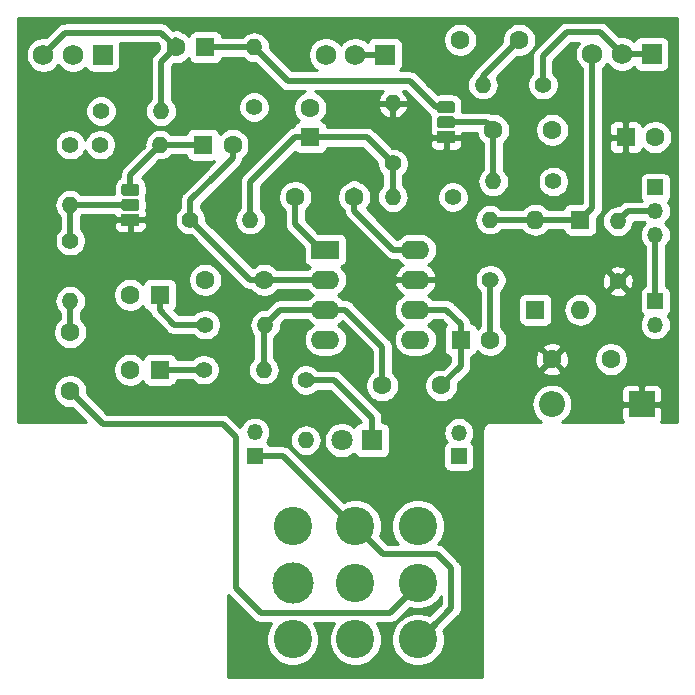
<source format=gbr>
G04 #@! TF.GenerationSoftware,KiCad,Pcbnew,(5.1.2-1)-1*
G04 #@! TF.CreationDate,2019-07-09T09:57:47-07:00*
G04 #@! TF.ProjectId,ProCoRat,50726f43-6f52-4617-942e-6b696361645f,1.0*
G04 #@! TF.SameCoordinates,Original*
G04 #@! TF.FileFunction,Copper,L1,Top*
G04 #@! TF.FilePolarity,Positive*
%FSLAX46Y46*%
G04 Gerber Fmt 4.6, Leading zero omitted, Abs format (unit mm)*
G04 Created by KiCad (PCBNEW (5.1.2-1)-1) date 2019-07-09 09:57:47*
%MOMM*%
%LPD*%
G04 APERTURE LIST*
%ADD10R,1.750000X1.750000*%
%ADD11C,1.750000*%
%ADD12C,3.250000*%
%ADD13C,3.500000*%
%ADD14O,1.400000X1.400000*%
%ADD15C,1.400000*%
%ADD16C,1.800000*%
%ADD17R,1.800000X1.800000*%
%ADD18O,1.600000X1.600000*%
%ADD19R,1.600000X1.600000*%
%ADD20O,2.200000X2.200000*%
%ADD21R,2.200000X2.200000*%
%ADD22C,1.600000*%
%ADD23O,1.350000X1.350000*%
%ADD24R,1.350000X1.350000*%
%ADD25O,2.400000X1.600000*%
%ADD26R,2.400000X1.600000*%
%ADD27R,1.500000X1.050000*%
%ADD28C,0.100000*%
%ADD29C,1.050000*%
%ADD30C,0.508000*%
%ADD31C,0.254000*%
G04 APERTURE END LIST*
D10*
X155892500Y-52006500D03*
D11*
X153392500Y-52006500D03*
X150892500Y-52006500D03*
D10*
X109410500Y-52070000D03*
D11*
X106910500Y-52070000D03*
X104410500Y-52070000D03*
D10*
X133310000Y-52070000D03*
D11*
X130810000Y-52070000D03*
X128310000Y-52070000D03*
D12*
X125510000Y-91974000D03*
D13*
X125510000Y-96774000D03*
D12*
X125510000Y-101574000D03*
X130810000Y-91974000D03*
X130810000Y-96774000D03*
X130810000Y-101574000D03*
X136110000Y-91974000D03*
X136110000Y-96774000D03*
X136110000Y-101574000D03*
D14*
X126619000Y-84709000D03*
D15*
X126619000Y-79629000D03*
D16*
X129667000Y-84709000D03*
D17*
X132207000Y-84709000D03*
D18*
X146050000Y-66040000D03*
D19*
X146050000Y-73660000D03*
D18*
X149860000Y-73660000D03*
D19*
X149860000Y-66040000D03*
D20*
X147447000Y-81661000D03*
D21*
X155067000Y-81661000D03*
D22*
X147494000Y-58420000D03*
X142494000Y-58420000D03*
X144700000Y-50800000D03*
X139700000Y-50800000D03*
X152447000Y-77851000D03*
X147447000Y-77851000D03*
X130730000Y-64135000D03*
X125730000Y-64135000D03*
X138096000Y-80073500D03*
X133096000Y-80073500D03*
X111760000Y-72390000D03*
D19*
X114260000Y-72390000D03*
D22*
X120419500Y-59690000D03*
D19*
X117919500Y-59690000D03*
D22*
X156210000Y-59055000D03*
D19*
X153710000Y-59055000D03*
D22*
X115610000Y-51435000D03*
D19*
X118110000Y-51435000D03*
D22*
X142240000Y-76200000D03*
D19*
X139740000Y-76200000D03*
D22*
X127000000Y-56555000D03*
D19*
X127000000Y-59055000D03*
D22*
X111760000Y-78740000D03*
D19*
X114260000Y-78740000D03*
D22*
X123110000Y-71120000D03*
X118110000Y-71120000D03*
X106680000Y-80565000D03*
X106680000Y-75565000D03*
D23*
X139573000Y-84074000D03*
D24*
X139573000Y-86074000D03*
D23*
X122301000Y-84042500D03*
D24*
X122301000Y-86042500D03*
D14*
X106680000Y-72898000D03*
D15*
X106680000Y-67818000D03*
D25*
X135890000Y-68580000D03*
X128270000Y-76200000D03*
X135890000Y-71120000D03*
X128270000Y-73660000D03*
X135890000Y-73660000D03*
X128270000Y-71120000D03*
X135890000Y-76200000D03*
D26*
X128270000Y-68580000D03*
D14*
X142494000Y-62801500D03*
D15*
X147574000Y-62801500D03*
D14*
X141605000Y-54610000D03*
D15*
X146685000Y-54610000D03*
D14*
X122237500Y-51435000D03*
D15*
X122237500Y-56515000D03*
D14*
X114363500Y-56832500D03*
D15*
X109283500Y-56832500D03*
D14*
X142240000Y-66040000D03*
D15*
X142240000Y-71120000D03*
D14*
X123190000Y-74930000D03*
D15*
X118110000Y-74930000D03*
D14*
X123063000Y-78740000D03*
D15*
X117983000Y-78740000D03*
D14*
X121920000Y-66040000D03*
D15*
X116840000Y-66040000D03*
D14*
X133985000Y-64135000D03*
D15*
X139065000Y-64135000D03*
D14*
X133985000Y-56197500D03*
D15*
X133985000Y-61277500D03*
D14*
X114300000Y-59690000D03*
D15*
X109220000Y-59690000D03*
D14*
X106680000Y-64770000D03*
D15*
X106680000Y-59690000D03*
D14*
X153035000Y-66167000D03*
D15*
X153035000Y-71247000D03*
D27*
X138493500Y-59055000D03*
D28*
G36*
X139006729Y-55991264D02*
G01*
X139032211Y-55995044D01*
X139057200Y-56001303D01*
X139081454Y-56009982D01*
X139104742Y-56020996D01*
X139126837Y-56034239D01*
X139147528Y-56049585D01*
X139166616Y-56066884D01*
X139183915Y-56085972D01*
X139199261Y-56106663D01*
X139212504Y-56128758D01*
X139223518Y-56152046D01*
X139232197Y-56176300D01*
X139238456Y-56201289D01*
X139242236Y-56226771D01*
X139243500Y-56252500D01*
X139243500Y-56777500D01*
X139242236Y-56803229D01*
X139238456Y-56828711D01*
X139232197Y-56853700D01*
X139223518Y-56877954D01*
X139212504Y-56901242D01*
X139199261Y-56923337D01*
X139183915Y-56944028D01*
X139166616Y-56963116D01*
X139147528Y-56980415D01*
X139126837Y-56995761D01*
X139104742Y-57009004D01*
X139081454Y-57020018D01*
X139057200Y-57028697D01*
X139032211Y-57034956D01*
X139006729Y-57038736D01*
X138981000Y-57040000D01*
X138006000Y-57040000D01*
X137980271Y-57038736D01*
X137954789Y-57034956D01*
X137929800Y-57028697D01*
X137905546Y-57020018D01*
X137882258Y-57009004D01*
X137860163Y-56995761D01*
X137839472Y-56980415D01*
X137820384Y-56963116D01*
X137803085Y-56944028D01*
X137787739Y-56923337D01*
X137774496Y-56901242D01*
X137763482Y-56877954D01*
X137754803Y-56853700D01*
X137748544Y-56828711D01*
X137744764Y-56803229D01*
X137743500Y-56777500D01*
X137743500Y-56252500D01*
X137744764Y-56226771D01*
X137748544Y-56201289D01*
X137754803Y-56176300D01*
X137763482Y-56152046D01*
X137774496Y-56128758D01*
X137787739Y-56106663D01*
X137803085Y-56085972D01*
X137820384Y-56066884D01*
X137839472Y-56049585D01*
X137860163Y-56034239D01*
X137882258Y-56020996D01*
X137905546Y-56009982D01*
X137929800Y-56001303D01*
X137954789Y-55995044D01*
X137980271Y-55991264D01*
X138006000Y-55990000D01*
X138981000Y-55990000D01*
X139006729Y-55991264D01*
X139006729Y-55991264D01*
G37*
D29*
X138493500Y-56515000D03*
D28*
G36*
X139006729Y-57261264D02*
G01*
X139032211Y-57265044D01*
X139057200Y-57271303D01*
X139081454Y-57279982D01*
X139104742Y-57290996D01*
X139126837Y-57304239D01*
X139147528Y-57319585D01*
X139166616Y-57336884D01*
X139183915Y-57355972D01*
X139199261Y-57376663D01*
X139212504Y-57398758D01*
X139223518Y-57422046D01*
X139232197Y-57446300D01*
X139238456Y-57471289D01*
X139242236Y-57496771D01*
X139243500Y-57522500D01*
X139243500Y-58047500D01*
X139242236Y-58073229D01*
X139238456Y-58098711D01*
X139232197Y-58123700D01*
X139223518Y-58147954D01*
X139212504Y-58171242D01*
X139199261Y-58193337D01*
X139183915Y-58214028D01*
X139166616Y-58233116D01*
X139147528Y-58250415D01*
X139126837Y-58265761D01*
X139104742Y-58279004D01*
X139081454Y-58290018D01*
X139057200Y-58298697D01*
X139032211Y-58304956D01*
X139006729Y-58308736D01*
X138981000Y-58310000D01*
X138006000Y-58310000D01*
X137980271Y-58308736D01*
X137954789Y-58304956D01*
X137929800Y-58298697D01*
X137905546Y-58290018D01*
X137882258Y-58279004D01*
X137860163Y-58265761D01*
X137839472Y-58250415D01*
X137820384Y-58233116D01*
X137803085Y-58214028D01*
X137787739Y-58193337D01*
X137774496Y-58171242D01*
X137763482Y-58147954D01*
X137754803Y-58123700D01*
X137748544Y-58098711D01*
X137744764Y-58073229D01*
X137743500Y-58047500D01*
X137743500Y-57522500D01*
X137744764Y-57496771D01*
X137748544Y-57471289D01*
X137754803Y-57446300D01*
X137763482Y-57422046D01*
X137774496Y-57398758D01*
X137787739Y-57376663D01*
X137803085Y-57355972D01*
X137820384Y-57336884D01*
X137839472Y-57319585D01*
X137860163Y-57304239D01*
X137882258Y-57290996D01*
X137905546Y-57279982D01*
X137929800Y-57271303D01*
X137954789Y-57265044D01*
X137980271Y-57261264D01*
X138006000Y-57260000D01*
X138981000Y-57260000D01*
X139006729Y-57261264D01*
X139006729Y-57261264D01*
G37*
D29*
X138493500Y-57785000D03*
D27*
X111760000Y-66040000D03*
D28*
G36*
X112273229Y-62976264D02*
G01*
X112298711Y-62980044D01*
X112323700Y-62986303D01*
X112347954Y-62994982D01*
X112371242Y-63005996D01*
X112393337Y-63019239D01*
X112414028Y-63034585D01*
X112433116Y-63051884D01*
X112450415Y-63070972D01*
X112465761Y-63091663D01*
X112479004Y-63113758D01*
X112490018Y-63137046D01*
X112498697Y-63161300D01*
X112504956Y-63186289D01*
X112508736Y-63211771D01*
X112510000Y-63237500D01*
X112510000Y-63762500D01*
X112508736Y-63788229D01*
X112504956Y-63813711D01*
X112498697Y-63838700D01*
X112490018Y-63862954D01*
X112479004Y-63886242D01*
X112465761Y-63908337D01*
X112450415Y-63929028D01*
X112433116Y-63948116D01*
X112414028Y-63965415D01*
X112393337Y-63980761D01*
X112371242Y-63994004D01*
X112347954Y-64005018D01*
X112323700Y-64013697D01*
X112298711Y-64019956D01*
X112273229Y-64023736D01*
X112247500Y-64025000D01*
X111272500Y-64025000D01*
X111246771Y-64023736D01*
X111221289Y-64019956D01*
X111196300Y-64013697D01*
X111172046Y-64005018D01*
X111148758Y-63994004D01*
X111126663Y-63980761D01*
X111105972Y-63965415D01*
X111086884Y-63948116D01*
X111069585Y-63929028D01*
X111054239Y-63908337D01*
X111040996Y-63886242D01*
X111029982Y-63862954D01*
X111021303Y-63838700D01*
X111015044Y-63813711D01*
X111011264Y-63788229D01*
X111010000Y-63762500D01*
X111010000Y-63237500D01*
X111011264Y-63211771D01*
X111015044Y-63186289D01*
X111021303Y-63161300D01*
X111029982Y-63137046D01*
X111040996Y-63113758D01*
X111054239Y-63091663D01*
X111069585Y-63070972D01*
X111086884Y-63051884D01*
X111105972Y-63034585D01*
X111126663Y-63019239D01*
X111148758Y-63005996D01*
X111172046Y-62994982D01*
X111196300Y-62986303D01*
X111221289Y-62980044D01*
X111246771Y-62976264D01*
X111272500Y-62975000D01*
X112247500Y-62975000D01*
X112273229Y-62976264D01*
X112273229Y-62976264D01*
G37*
D29*
X111760000Y-63500000D03*
D28*
G36*
X112273229Y-64246264D02*
G01*
X112298711Y-64250044D01*
X112323700Y-64256303D01*
X112347954Y-64264982D01*
X112371242Y-64275996D01*
X112393337Y-64289239D01*
X112414028Y-64304585D01*
X112433116Y-64321884D01*
X112450415Y-64340972D01*
X112465761Y-64361663D01*
X112479004Y-64383758D01*
X112490018Y-64407046D01*
X112498697Y-64431300D01*
X112504956Y-64456289D01*
X112508736Y-64481771D01*
X112510000Y-64507500D01*
X112510000Y-65032500D01*
X112508736Y-65058229D01*
X112504956Y-65083711D01*
X112498697Y-65108700D01*
X112490018Y-65132954D01*
X112479004Y-65156242D01*
X112465761Y-65178337D01*
X112450415Y-65199028D01*
X112433116Y-65218116D01*
X112414028Y-65235415D01*
X112393337Y-65250761D01*
X112371242Y-65264004D01*
X112347954Y-65275018D01*
X112323700Y-65283697D01*
X112298711Y-65289956D01*
X112273229Y-65293736D01*
X112247500Y-65295000D01*
X111272500Y-65295000D01*
X111246771Y-65293736D01*
X111221289Y-65289956D01*
X111196300Y-65283697D01*
X111172046Y-65275018D01*
X111148758Y-65264004D01*
X111126663Y-65250761D01*
X111105972Y-65235415D01*
X111086884Y-65218116D01*
X111069585Y-65199028D01*
X111054239Y-65178337D01*
X111040996Y-65156242D01*
X111029982Y-65132954D01*
X111021303Y-65108700D01*
X111015044Y-65083711D01*
X111011264Y-65058229D01*
X111010000Y-65032500D01*
X111010000Y-64507500D01*
X111011264Y-64481771D01*
X111015044Y-64456289D01*
X111021303Y-64431300D01*
X111029982Y-64407046D01*
X111040996Y-64383758D01*
X111054239Y-64361663D01*
X111069585Y-64340972D01*
X111086884Y-64321884D01*
X111105972Y-64304585D01*
X111126663Y-64289239D01*
X111148758Y-64275996D01*
X111172046Y-64264982D01*
X111196300Y-64256303D01*
X111221289Y-64250044D01*
X111246771Y-64246264D01*
X111272500Y-64245000D01*
X112247500Y-64245000D01*
X112273229Y-64246264D01*
X112273229Y-64246264D01*
G37*
D29*
X111760000Y-64770000D03*
D23*
X156210000Y-74930000D03*
D24*
X156210000Y-72930000D03*
D23*
X156210000Y-67310000D03*
X156210000Y-65310000D03*
D24*
X156210000Y-63310000D03*
D30*
X106680000Y-75565000D02*
X106680000Y-72898000D01*
X119578412Y-83340990D02*
X120695999Y-84458577D01*
X109455990Y-83340990D02*
X119578412Y-83340990D01*
X120695999Y-84458577D02*
X120695999Y-97200999D01*
X106680000Y-80565000D02*
X109455990Y-83340990D01*
X120695999Y-97200999D02*
X122809000Y-99314000D01*
X133758000Y-99314000D02*
X136110000Y-96962000D01*
X122809000Y-99314000D02*
X133758000Y-99314000D01*
X111760000Y-62230000D02*
X114300000Y-59690000D01*
X111760000Y-63500000D02*
X111760000Y-62230000D01*
X114300000Y-59690000D02*
X118110000Y-59690000D01*
X128270000Y-71120000D02*
X123110000Y-71120000D01*
X121920000Y-71120000D02*
X116840000Y-66040000D01*
X123110000Y-71120000D02*
X121920000Y-71120000D01*
X120419500Y-59690000D02*
X120419500Y-60821370D01*
X116840000Y-64400870D02*
X118909685Y-62331185D01*
X116840000Y-66040000D02*
X116840000Y-64400870D01*
X118909685Y-62331185D02*
X118629870Y-62611000D01*
X120419500Y-60821370D02*
X118909685Y-62331185D01*
X117983000Y-78740000D02*
X114260000Y-78740000D01*
X125692000Y-59055000D02*
X121920000Y-62827000D01*
X121920000Y-65050051D02*
X121920000Y-66040000D01*
X121920000Y-62827000D02*
X121920000Y-65050051D01*
X127000000Y-59055000D02*
X125692000Y-59055000D01*
X133985000Y-64135000D02*
X133985000Y-61277500D01*
X131762500Y-59055000D02*
X127000000Y-59055000D01*
X133985000Y-61277500D02*
X131762500Y-59055000D01*
X114260000Y-73698000D02*
X114260000Y-72390000D01*
X115492000Y-74930000D02*
X114260000Y-73698000D01*
X118110000Y-74930000D02*
X115492000Y-74930000D01*
X124460000Y-73660000D02*
X123190000Y-74930000D01*
X128270000Y-73660000D02*
X124460000Y-73660000D01*
X123063000Y-75057000D02*
X123190000Y-74930000D01*
X123063000Y-78740000D02*
X123063000Y-75057000D01*
X133096000Y-78942130D02*
X133096000Y-80073500D01*
X133096000Y-76778000D02*
X133096000Y-78942130D01*
X129978000Y-73660000D02*
X133096000Y-76778000D01*
X128270000Y-73660000D02*
X129978000Y-73660000D01*
X139740000Y-74892000D02*
X138508000Y-73660000D01*
X139740000Y-76200000D02*
X139740000Y-74892000D01*
X138508000Y-73660000D02*
X135890000Y-73660000D01*
X133310000Y-52070000D02*
X130810000Y-52070000D01*
X139740000Y-78429500D02*
X138096000Y-80073500D01*
X139740000Y-76200000D02*
X139740000Y-78429500D01*
X127870000Y-68580000D02*
X128270000Y-68580000D01*
X125730000Y-66440000D02*
X127870000Y-68580000D01*
X125730000Y-64135000D02*
X125730000Y-66440000D01*
X130730000Y-63820000D02*
X130730000Y-63500000D01*
X135890000Y-68580000D02*
X135490000Y-68580000D01*
X134043630Y-68580000D02*
X134182000Y-68580000D01*
X130730000Y-65266370D02*
X134043630Y-68580000D01*
X134182000Y-68580000D02*
X135890000Y-68580000D01*
X130730000Y-64135000D02*
X130730000Y-65266370D01*
X142240000Y-71628000D02*
X142748000Y-71120000D01*
X142240000Y-76200000D02*
X142240000Y-71120000D01*
X121856500Y-51435000D02*
X122237500Y-51054000D01*
X137643500Y-56515000D02*
X135421000Y-54292500D01*
X138493500Y-56515000D02*
X137643500Y-56515000D01*
X118110000Y-51435000D02*
X122237500Y-51435000D01*
X122237500Y-51435000D02*
X125095000Y-54292500D01*
X125095000Y-54292500D02*
X126873000Y-54292500D01*
X126873000Y-54292500D02*
X125476000Y-54292500D01*
X135421000Y-54292500D02*
X126873000Y-54292500D01*
X115570000Y-50840000D02*
X115610000Y-50800000D01*
X114363500Y-52681500D02*
X115610000Y-51435000D01*
X114363500Y-56832500D02*
X114363500Y-52681500D01*
X114403500Y-50228500D02*
X115610000Y-51435000D01*
X104410500Y-52070000D02*
X106252000Y-50228500D01*
X106426000Y-50228500D02*
X114403500Y-50228500D01*
X106252000Y-50228500D02*
X106426000Y-50228500D01*
X141605000Y-53895000D02*
X141605000Y-54610000D01*
X144700000Y-50800000D02*
X141605000Y-53895000D01*
X141859000Y-57785000D02*
X142494000Y-58420000D01*
X138493500Y-57785000D02*
X141859000Y-57785000D01*
X142494000Y-62801500D02*
X142494000Y-58420000D01*
X146050000Y-66040000D02*
X149860000Y-66040000D01*
X146050000Y-66040000D02*
X142240000Y-66040000D01*
X150892500Y-65007500D02*
X149860000Y-66040000D01*
X150892500Y-52006500D02*
X150892500Y-65007500D01*
X156210000Y-72930000D02*
X156210000Y-67310000D01*
X153892000Y-65310000D02*
X153035000Y-66167000D01*
X156210000Y-65310000D02*
X153892000Y-65310000D01*
X106680000Y-67818000D02*
X106680000Y-64770000D01*
X106680000Y-64770000D02*
X111760000Y-64770000D01*
X146685000Y-54610000D02*
X146685000Y-52197000D01*
X146685000Y-52197000D02*
X148717000Y-50165000D01*
X151551000Y-50165000D02*
X153392500Y-52006500D01*
X148717000Y-50165000D02*
X151551000Y-50165000D01*
X155892500Y-52006500D02*
X153392500Y-52006500D01*
X136110000Y-101762000D02*
X137674001Y-100197999D01*
X137219999Y-100652001D02*
X137219999Y-100651001D01*
X136110000Y-101762000D02*
X137219999Y-100652001D01*
X137219999Y-100651001D02*
X138938000Y-98933000D01*
X130810000Y-92162000D02*
X129185001Y-90537001D01*
X124714000Y-86042500D02*
X122301000Y-86042500D01*
X129185001Y-90513501D02*
X124714000Y-86042500D01*
X130810000Y-91974000D02*
X133197000Y-94361000D01*
X133197000Y-94361000D02*
X137731500Y-94361000D01*
X138938000Y-95567500D02*
X138938000Y-96964500D01*
X137731500Y-94361000D02*
X138938000Y-95567500D01*
X138938000Y-96964500D02*
X138938000Y-96393000D01*
X138938000Y-98933000D02*
X138938000Y-96964500D01*
X126619000Y-79629000D02*
X129032000Y-79629000D01*
X132207000Y-82804000D02*
X132207000Y-84709000D01*
X129032000Y-79629000D02*
X132207000Y-82804000D01*
D31*
G36*
X158090001Y-83160000D02*
G01*
X156661012Y-83160000D01*
X156697537Y-83115494D01*
X156756502Y-83005180D01*
X156792812Y-82885482D01*
X156805072Y-82761000D01*
X156802000Y-81946750D01*
X156643250Y-81788000D01*
X155194000Y-81788000D01*
X155194000Y-81808000D01*
X154940000Y-81808000D01*
X154940000Y-81788000D01*
X153490750Y-81788000D01*
X153332000Y-81946750D01*
X153328928Y-82761000D01*
X153341188Y-82885482D01*
X153377498Y-83005180D01*
X153436463Y-83115494D01*
X153472988Y-83160000D01*
X148323118Y-83160000D01*
X148415578Y-83110579D01*
X148679766Y-82893766D01*
X148896579Y-82629578D01*
X149057686Y-82328168D01*
X149156895Y-82001119D01*
X149190394Y-81661000D01*
X149156895Y-81320881D01*
X149057686Y-80993832D01*
X148896579Y-80692422D01*
X148788724Y-80561000D01*
X153328928Y-80561000D01*
X153332000Y-81375250D01*
X153490750Y-81534000D01*
X154940000Y-81534000D01*
X154940000Y-80084750D01*
X155194000Y-80084750D01*
X155194000Y-81534000D01*
X156643250Y-81534000D01*
X156802000Y-81375250D01*
X156805072Y-80561000D01*
X156792812Y-80436518D01*
X156756502Y-80316820D01*
X156697537Y-80206506D01*
X156618185Y-80109815D01*
X156521494Y-80030463D01*
X156411180Y-79971498D01*
X156291482Y-79935188D01*
X156167000Y-79922928D01*
X155352750Y-79926000D01*
X155194000Y-80084750D01*
X154940000Y-80084750D01*
X154781250Y-79926000D01*
X153967000Y-79922928D01*
X153842518Y-79935188D01*
X153722820Y-79971498D01*
X153612506Y-80030463D01*
X153515815Y-80109815D01*
X153436463Y-80206506D01*
X153377498Y-80316820D01*
X153341188Y-80436518D01*
X153328928Y-80561000D01*
X148788724Y-80561000D01*
X148679766Y-80428234D01*
X148415578Y-80211421D01*
X148114168Y-80050314D01*
X147787119Y-79951105D01*
X147532225Y-79926000D01*
X147361775Y-79926000D01*
X147106881Y-79951105D01*
X146779832Y-80050314D01*
X146478422Y-80211421D01*
X146214234Y-80428234D01*
X145997421Y-80692422D01*
X145836314Y-80993832D01*
X145737105Y-81320881D01*
X145703606Y-81661000D01*
X145737105Y-82001119D01*
X145836314Y-82328168D01*
X145997421Y-82629578D01*
X146214234Y-82893766D01*
X146478422Y-83110579D01*
X146570882Y-83160000D01*
X142272419Y-83160000D01*
X142240000Y-83156807D01*
X142207581Y-83160000D01*
X142110617Y-83169550D01*
X141986207Y-83207290D01*
X141871550Y-83268575D01*
X141771052Y-83351052D01*
X141688575Y-83451550D01*
X141627290Y-83566207D01*
X141589550Y-83690617D01*
X141576807Y-83820000D01*
X141580001Y-83852429D01*
X141580000Y-104750000D01*
X120040000Y-104750000D01*
X120040000Y-97802999D01*
X120064341Y-97832658D01*
X120098258Y-97860493D01*
X122149506Y-99911742D01*
X122177341Y-99945659D01*
X122312709Y-100056753D01*
X122467149Y-100139303D01*
X122583892Y-100174716D01*
X122634725Y-100190136D01*
X122651325Y-100191771D01*
X122765333Y-100203000D01*
X122765340Y-100203000D01*
X122809000Y-100207300D01*
X122852660Y-100203000D01*
X123707995Y-100203000D01*
X123507214Y-100503489D01*
X123336851Y-100914782D01*
X123250000Y-101351409D01*
X123250000Y-101796591D01*
X123336851Y-102233218D01*
X123507214Y-102644511D01*
X123754544Y-103014666D01*
X124069334Y-103329456D01*
X124439489Y-103576786D01*
X124850782Y-103747149D01*
X125287409Y-103834000D01*
X125732591Y-103834000D01*
X126169218Y-103747149D01*
X126580511Y-103576786D01*
X126950666Y-103329456D01*
X127265456Y-103014666D01*
X127512786Y-102644511D01*
X127683149Y-102233218D01*
X127770000Y-101796591D01*
X127770000Y-101351409D01*
X127683149Y-100914782D01*
X127512786Y-100503489D01*
X127312005Y-100203000D01*
X129007995Y-100203000D01*
X128807214Y-100503489D01*
X128636851Y-100914782D01*
X128550000Y-101351409D01*
X128550000Y-101796591D01*
X128636851Y-102233218D01*
X128807214Y-102644511D01*
X129054544Y-103014666D01*
X129369334Y-103329456D01*
X129739489Y-103576786D01*
X130150782Y-103747149D01*
X130587409Y-103834000D01*
X131032591Y-103834000D01*
X131469218Y-103747149D01*
X131880511Y-103576786D01*
X132250666Y-103329456D01*
X132565456Y-103014666D01*
X132812786Y-102644511D01*
X132983149Y-102233218D01*
X133070000Y-101796591D01*
X133070000Y-101351409D01*
X132983149Y-100914782D01*
X132812786Y-100503489D01*
X132612005Y-100203000D01*
X133714340Y-100203000D01*
X133758000Y-100207300D01*
X133801660Y-100203000D01*
X133801667Y-100203000D01*
X133932274Y-100190136D01*
X134099851Y-100139303D01*
X134254291Y-100056753D01*
X134389659Y-99945659D01*
X134417499Y-99911736D01*
X135402207Y-98927028D01*
X135450782Y-98947149D01*
X135887409Y-99034000D01*
X136332591Y-99034000D01*
X136769218Y-98947149D01*
X137180511Y-98776786D01*
X137550666Y-98529456D01*
X137865456Y-98214666D01*
X138049001Y-97939973D01*
X138049000Y-98564765D01*
X137082959Y-99530806D01*
X136769218Y-99400851D01*
X136332591Y-99314000D01*
X135887409Y-99314000D01*
X135450782Y-99400851D01*
X135039489Y-99571214D01*
X134669334Y-99818544D01*
X134354544Y-100133334D01*
X134107214Y-100503489D01*
X133936851Y-100914782D01*
X133850000Y-101351409D01*
X133850000Y-101796591D01*
X133936851Y-102233218D01*
X134107214Y-102644511D01*
X134354544Y-103014666D01*
X134669334Y-103329456D01*
X135039489Y-103576786D01*
X135450782Y-103747149D01*
X135887409Y-103834000D01*
X136332591Y-103834000D01*
X136769218Y-103747149D01*
X137180511Y-103576786D01*
X137550666Y-103329456D01*
X137865456Y-103014666D01*
X138112786Y-102644511D01*
X138283149Y-102233218D01*
X138370000Y-101796591D01*
X138370000Y-101351409D01*
X138283149Y-100914782D01*
X138263028Y-100866207D01*
X138333495Y-100795740D01*
X138338072Y-100790163D01*
X139535737Y-99592498D01*
X139569659Y-99564659D01*
X139680753Y-99429291D01*
X139763303Y-99274851D01*
X139783296Y-99208942D01*
X139814136Y-99107276D01*
X139821353Y-99034000D01*
X139827000Y-98976667D01*
X139827000Y-98976661D01*
X139831300Y-98933001D01*
X139827000Y-98889341D01*
X139827000Y-95611160D01*
X139831300Y-95567500D01*
X139827000Y-95523840D01*
X139827000Y-95523833D01*
X139814136Y-95393226D01*
X139763303Y-95225649D01*
X139680753Y-95071209D01*
X139632206Y-95012054D01*
X139597495Y-94969759D01*
X139597494Y-94969758D01*
X139569659Y-94935841D01*
X139535743Y-94908007D01*
X138390999Y-93763264D01*
X138363159Y-93729341D01*
X138227791Y-93618247D01*
X138073351Y-93535697D01*
X137905774Y-93484864D01*
X137805167Y-93474955D01*
X137865456Y-93414666D01*
X138112786Y-93044511D01*
X138283149Y-92633218D01*
X138370000Y-92196591D01*
X138370000Y-91751409D01*
X138283149Y-91314782D01*
X138112786Y-90903489D01*
X137865456Y-90533334D01*
X137550666Y-90218544D01*
X137180511Y-89971214D01*
X136769218Y-89800851D01*
X136332591Y-89714000D01*
X135887409Y-89714000D01*
X135450782Y-89800851D01*
X135039489Y-89971214D01*
X134669334Y-90218544D01*
X134354544Y-90533334D01*
X134107214Y-90903489D01*
X133936851Y-91314782D01*
X133850000Y-91751409D01*
X133850000Y-92196591D01*
X133936851Y-92633218D01*
X134107214Y-93044511D01*
X134354544Y-93414666D01*
X134411878Y-93472000D01*
X133565236Y-93472000D01*
X132907965Y-92814729D01*
X132983149Y-92633218D01*
X133070000Y-92196591D01*
X133070000Y-91751409D01*
X132983149Y-91314782D01*
X132812786Y-90903489D01*
X132565456Y-90533334D01*
X132250666Y-90218544D01*
X131880511Y-89971214D01*
X131469218Y-89800851D01*
X131032591Y-89714000D01*
X130587409Y-89714000D01*
X130150782Y-89800851D01*
X129851820Y-89924685D01*
X129844495Y-89915760D01*
X125373499Y-85444764D01*
X125345659Y-85410841D01*
X125210291Y-85299747D01*
X125055851Y-85217197D01*
X124888274Y-85166364D01*
X124757667Y-85153500D01*
X124757660Y-85153500D01*
X124714000Y-85149200D01*
X124670340Y-85153500D01*
X123574657Y-85153500D01*
X123565502Y-85123320D01*
X123506537Y-85013006D01*
X123427185Y-84916315D01*
X123338369Y-84843426D01*
X123395495Y-84773818D01*
X123430141Y-84709000D01*
X125277541Y-84709000D01*
X125303317Y-84970706D01*
X125379653Y-85222354D01*
X125503618Y-85454275D01*
X125670445Y-85657555D01*
X125873725Y-85824382D01*
X126105646Y-85948347D01*
X126357294Y-86024683D01*
X126553421Y-86044000D01*
X126684579Y-86044000D01*
X126880706Y-86024683D01*
X127132354Y-85948347D01*
X127364275Y-85824382D01*
X127567555Y-85657555D01*
X127734382Y-85454275D01*
X127858347Y-85222354D01*
X127934683Y-84970706D01*
X127960459Y-84709000D01*
X127934683Y-84447294D01*
X127858347Y-84195646D01*
X127734382Y-83963725D01*
X127567555Y-83760445D01*
X127364275Y-83593618D01*
X127132354Y-83469653D01*
X126880706Y-83393317D01*
X126684579Y-83374000D01*
X126553421Y-83374000D01*
X126357294Y-83393317D01*
X126105646Y-83469653D01*
X125873725Y-83593618D01*
X125670445Y-83760445D01*
X125503618Y-83963725D01*
X125379653Y-84195646D01*
X125303317Y-84447294D01*
X125277541Y-84709000D01*
X123430141Y-84709000D01*
X123517138Y-84546241D01*
X123592045Y-84299305D01*
X123617338Y-84042500D01*
X123592045Y-83785695D01*
X123517138Y-83538759D01*
X123395495Y-83311182D01*
X123231792Y-83111708D01*
X123032318Y-82948005D01*
X122804741Y-82826362D01*
X122557805Y-82751455D01*
X122365351Y-82732500D01*
X122236649Y-82732500D01*
X122044195Y-82751455D01*
X121797259Y-82826362D01*
X121569682Y-82948005D01*
X121370208Y-83111708D01*
X121206505Y-83311182D01*
X121084862Y-83538759D01*
X121072888Y-83578231D01*
X120237911Y-82743254D01*
X120210071Y-82709331D01*
X120074703Y-82598237D01*
X119920263Y-82515687D01*
X119752686Y-82464854D01*
X119622079Y-82451990D01*
X119622072Y-82451990D01*
X119578412Y-82447690D01*
X119534752Y-82451990D01*
X109824226Y-82451990D01*
X108108956Y-80736721D01*
X108115000Y-80706335D01*
X108115000Y-80423665D01*
X108059853Y-80146426D01*
X107951680Y-79885273D01*
X107794637Y-79650241D01*
X107594759Y-79450363D01*
X107359727Y-79293320D01*
X107098574Y-79185147D01*
X106821335Y-79130000D01*
X106538665Y-79130000D01*
X106261426Y-79185147D01*
X106000273Y-79293320D01*
X105765241Y-79450363D01*
X105565363Y-79650241D01*
X105408320Y-79885273D01*
X105300147Y-80146426D01*
X105245000Y-80423665D01*
X105245000Y-80706335D01*
X105300147Y-80983574D01*
X105408320Y-81244727D01*
X105565363Y-81479759D01*
X105765241Y-81679637D01*
X106000273Y-81836680D01*
X106261426Y-81944853D01*
X106538665Y-82000000D01*
X106821335Y-82000000D01*
X106851721Y-81993956D01*
X108017764Y-83160000D01*
X102260000Y-83160000D01*
X102260000Y-78598665D01*
X110325000Y-78598665D01*
X110325000Y-78881335D01*
X110380147Y-79158574D01*
X110488320Y-79419727D01*
X110645363Y-79654759D01*
X110845241Y-79854637D01*
X111080273Y-80011680D01*
X111341426Y-80119853D01*
X111618665Y-80175000D01*
X111901335Y-80175000D01*
X112178574Y-80119853D01*
X112439727Y-80011680D01*
X112674759Y-79854637D01*
X112841339Y-79688057D01*
X112870498Y-79784180D01*
X112929463Y-79894494D01*
X113008815Y-79991185D01*
X113105506Y-80070537D01*
X113215820Y-80129502D01*
X113335518Y-80165812D01*
X113460000Y-80178072D01*
X115060000Y-80178072D01*
X115184482Y-80165812D01*
X115304180Y-80129502D01*
X115414494Y-80070537D01*
X115511185Y-79991185D01*
X115590537Y-79894494D01*
X115649502Y-79784180D01*
X115685812Y-79664482D01*
X115689307Y-79629000D01*
X116984025Y-79629000D01*
X117131987Y-79776962D01*
X117350641Y-79923061D01*
X117593595Y-80023696D01*
X117851514Y-80075000D01*
X118114486Y-80075000D01*
X118372405Y-80023696D01*
X118615359Y-79923061D01*
X118834013Y-79776962D01*
X119019962Y-79591013D01*
X119166061Y-79372359D01*
X119266696Y-79129405D01*
X119318000Y-78871486D01*
X119318000Y-78608514D01*
X119266696Y-78350595D01*
X119166061Y-78107641D01*
X119019962Y-77888987D01*
X118834013Y-77703038D01*
X118615359Y-77556939D01*
X118372405Y-77456304D01*
X118114486Y-77405000D01*
X117851514Y-77405000D01*
X117593595Y-77456304D01*
X117350641Y-77556939D01*
X117131987Y-77703038D01*
X116984025Y-77851000D01*
X115689307Y-77851000D01*
X115685812Y-77815518D01*
X115649502Y-77695820D01*
X115590537Y-77585506D01*
X115511185Y-77488815D01*
X115414494Y-77409463D01*
X115304180Y-77350498D01*
X115184482Y-77314188D01*
X115060000Y-77301928D01*
X113460000Y-77301928D01*
X113335518Y-77314188D01*
X113215820Y-77350498D01*
X113105506Y-77409463D01*
X113008815Y-77488815D01*
X112929463Y-77585506D01*
X112870498Y-77695820D01*
X112841339Y-77791943D01*
X112674759Y-77625363D01*
X112439727Y-77468320D01*
X112178574Y-77360147D01*
X111901335Y-77305000D01*
X111618665Y-77305000D01*
X111341426Y-77360147D01*
X111080273Y-77468320D01*
X110845241Y-77625363D01*
X110645363Y-77825241D01*
X110488320Y-78060273D01*
X110380147Y-78321426D01*
X110325000Y-78598665D01*
X102260000Y-78598665D01*
X102260000Y-75423665D01*
X105245000Y-75423665D01*
X105245000Y-75706335D01*
X105300147Y-75983574D01*
X105408320Y-76244727D01*
X105565363Y-76479759D01*
X105765241Y-76679637D01*
X106000273Y-76836680D01*
X106261426Y-76944853D01*
X106538665Y-77000000D01*
X106821335Y-77000000D01*
X107098574Y-76944853D01*
X107359727Y-76836680D01*
X107594759Y-76679637D01*
X107794637Y-76479759D01*
X107951680Y-76244727D01*
X108059853Y-75983574D01*
X108115000Y-75706335D01*
X108115000Y-75423665D01*
X108059853Y-75146426D01*
X107951680Y-74885273D01*
X107794637Y-74650241D01*
X107594759Y-74450363D01*
X107569000Y-74433151D01*
X107569000Y-73895430D01*
X107628555Y-73846555D01*
X107795382Y-73643275D01*
X107919347Y-73411354D01*
X107995683Y-73159706D01*
X108021459Y-72898000D01*
X107995683Y-72636294D01*
X107919347Y-72384646D01*
X107846664Y-72248665D01*
X110325000Y-72248665D01*
X110325000Y-72531335D01*
X110380147Y-72808574D01*
X110488320Y-73069727D01*
X110645363Y-73304759D01*
X110845241Y-73504637D01*
X111080273Y-73661680D01*
X111341426Y-73769853D01*
X111618665Y-73825000D01*
X111901335Y-73825000D01*
X112178574Y-73769853D01*
X112439727Y-73661680D01*
X112674759Y-73504637D01*
X112841339Y-73338057D01*
X112870498Y-73434180D01*
X112929463Y-73544494D01*
X113008815Y-73641185D01*
X113105506Y-73720537D01*
X113215820Y-73779502D01*
X113335518Y-73815812D01*
X113378722Y-73820067D01*
X113383864Y-73872273D01*
X113434697Y-74039850D01*
X113517247Y-74194290D01*
X113628341Y-74329659D01*
X113662264Y-74357499D01*
X114832504Y-75527740D01*
X114860341Y-75561659D01*
X114995709Y-75672753D01*
X115150149Y-75755303D01*
X115192455Y-75768136D01*
X115317724Y-75806136D01*
X115350924Y-75809406D01*
X115448333Y-75819000D01*
X115448339Y-75819000D01*
X115491999Y-75823300D01*
X115535659Y-75819000D01*
X117111025Y-75819000D01*
X117258987Y-75966962D01*
X117477641Y-76113061D01*
X117720595Y-76213696D01*
X117978514Y-76265000D01*
X118241486Y-76265000D01*
X118499405Y-76213696D01*
X118742359Y-76113061D01*
X118961013Y-75966962D01*
X119146962Y-75781013D01*
X119293061Y-75562359D01*
X119393696Y-75319405D01*
X119445000Y-75061486D01*
X119445000Y-74798514D01*
X119393696Y-74540595D01*
X119293061Y-74297641D01*
X119146962Y-74078987D01*
X118961013Y-73893038D01*
X118742359Y-73746939D01*
X118499405Y-73646304D01*
X118241486Y-73595000D01*
X117978514Y-73595000D01*
X117720595Y-73646304D01*
X117477641Y-73746939D01*
X117258987Y-73893038D01*
X117111025Y-74041000D01*
X115860236Y-74041000D01*
X115483303Y-73664067D01*
X115511185Y-73641185D01*
X115590537Y-73544494D01*
X115649502Y-73434180D01*
X115685812Y-73314482D01*
X115698072Y-73190000D01*
X115698072Y-71590000D01*
X115685812Y-71465518D01*
X115649502Y-71345820D01*
X115590537Y-71235506D01*
X115511185Y-71138815D01*
X115414494Y-71059463D01*
X115304180Y-71000498D01*
X115232207Y-70978665D01*
X116675000Y-70978665D01*
X116675000Y-71261335D01*
X116730147Y-71538574D01*
X116838320Y-71799727D01*
X116995363Y-72034759D01*
X117195241Y-72234637D01*
X117430273Y-72391680D01*
X117691426Y-72499853D01*
X117968665Y-72555000D01*
X118251335Y-72555000D01*
X118528574Y-72499853D01*
X118789727Y-72391680D01*
X119024759Y-72234637D01*
X119224637Y-72034759D01*
X119381680Y-71799727D01*
X119489853Y-71538574D01*
X119545000Y-71261335D01*
X119545000Y-70978665D01*
X119489853Y-70701426D01*
X119381680Y-70440273D01*
X119224637Y-70205241D01*
X119024759Y-70005363D01*
X118789727Y-69848320D01*
X118528574Y-69740147D01*
X118251335Y-69685000D01*
X117968665Y-69685000D01*
X117691426Y-69740147D01*
X117430273Y-69848320D01*
X117195241Y-70005363D01*
X116995363Y-70205241D01*
X116838320Y-70440273D01*
X116730147Y-70701426D01*
X116675000Y-70978665D01*
X115232207Y-70978665D01*
X115184482Y-70964188D01*
X115060000Y-70951928D01*
X113460000Y-70951928D01*
X113335518Y-70964188D01*
X113215820Y-71000498D01*
X113105506Y-71059463D01*
X113008815Y-71138815D01*
X112929463Y-71235506D01*
X112870498Y-71345820D01*
X112841339Y-71441943D01*
X112674759Y-71275363D01*
X112439727Y-71118320D01*
X112178574Y-71010147D01*
X111901335Y-70955000D01*
X111618665Y-70955000D01*
X111341426Y-71010147D01*
X111080273Y-71118320D01*
X110845241Y-71275363D01*
X110645363Y-71475241D01*
X110488320Y-71710273D01*
X110380147Y-71971426D01*
X110325000Y-72248665D01*
X107846664Y-72248665D01*
X107795382Y-72152725D01*
X107628555Y-71949445D01*
X107425275Y-71782618D01*
X107193354Y-71658653D01*
X106941706Y-71582317D01*
X106745579Y-71563000D01*
X106614421Y-71563000D01*
X106418294Y-71582317D01*
X106166646Y-71658653D01*
X105934725Y-71782618D01*
X105731445Y-71949445D01*
X105564618Y-72152725D01*
X105440653Y-72384646D01*
X105364317Y-72636294D01*
X105338541Y-72898000D01*
X105364317Y-73159706D01*
X105440653Y-73411354D01*
X105564618Y-73643275D01*
X105731445Y-73846555D01*
X105791001Y-73895431D01*
X105791000Y-74433151D01*
X105765241Y-74450363D01*
X105565363Y-74650241D01*
X105408320Y-74885273D01*
X105300147Y-75146426D01*
X105245000Y-75423665D01*
X102260000Y-75423665D01*
X102260000Y-64770000D01*
X105338541Y-64770000D01*
X105364317Y-65031706D01*
X105440653Y-65283354D01*
X105564618Y-65515275D01*
X105731445Y-65718555D01*
X105791001Y-65767431D01*
X105791000Y-66819025D01*
X105643038Y-66966987D01*
X105496939Y-67185641D01*
X105396304Y-67428595D01*
X105345000Y-67686514D01*
X105345000Y-67949486D01*
X105396304Y-68207405D01*
X105496939Y-68450359D01*
X105643038Y-68669013D01*
X105828987Y-68854962D01*
X106047641Y-69001061D01*
X106290595Y-69101696D01*
X106548514Y-69153000D01*
X106811486Y-69153000D01*
X107069405Y-69101696D01*
X107312359Y-69001061D01*
X107531013Y-68854962D01*
X107716962Y-68669013D01*
X107863061Y-68450359D01*
X107963696Y-68207405D01*
X108015000Y-67949486D01*
X108015000Y-67686514D01*
X107963696Y-67428595D01*
X107863061Y-67185641D01*
X107716962Y-66966987D01*
X107569000Y-66819025D01*
X107569000Y-66565000D01*
X110371928Y-66565000D01*
X110384188Y-66689482D01*
X110420498Y-66809180D01*
X110479463Y-66919494D01*
X110558815Y-67016185D01*
X110655506Y-67095537D01*
X110765820Y-67154502D01*
X110885518Y-67190812D01*
X111010000Y-67203072D01*
X111474250Y-67200000D01*
X111633000Y-67041250D01*
X111633000Y-66167000D01*
X111887000Y-66167000D01*
X111887000Y-67041250D01*
X112045750Y-67200000D01*
X112510000Y-67203072D01*
X112634482Y-67190812D01*
X112754180Y-67154502D01*
X112864494Y-67095537D01*
X112961185Y-67016185D01*
X113040537Y-66919494D01*
X113099502Y-66809180D01*
X113135812Y-66689482D01*
X113148072Y-66565000D01*
X113145000Y-66325750D01*
X112986250Y-66167000D01*
X111887000Y-66167000D01*
X111633000Y-66167000D01*
X110533750Y-66167000D01*
X110375000Y-66325750D01*
X110371928Y-66565000D01*
X107569000Y-66565000D01*
X107569000Y-65767430D01*
X107628555Y-65718555D01*
X107677430Y-65659000D01*
X110373777Y-65659000D01*
X110375000Y-65754250D01*
X110533750Y-65913000D01*
X111087682Y-65913000D01*
X111096807Y-65915768D01*
X111272500Y-65933072D01*
X112247500Y-65933072D01*
X112423193Y-65915768D01*
X112432318Y-65913000D01*
X112986250Y-65913000D01*
X113145000Y-65754250D01*
X113148072Y-65515000D01*
X113135812Y-65390518D01*
X113105636Y-65291041D01*
X113130768Y-65208193D01*
X113148072Y-65032500D01*
X113148072Y-64507500D01*
X113130768Y-64331807D01*
X113079520Y-64162866D01*
X113064625Y-64135000D01*
X113079520Y-64107134D01*
X113130768Y-63938193D01*
X113148072Y-63762500D01*
X113148072Y-63237500D01*
X113130768Y-63061807D01*
X113079520Y-62892866D01*
X112996298Y-62737169D01*
X112884301Y-62600699D01*
X112753709Y-62493526D01*
X114223328Y-61023907D01*
X114234421Y-61025000D01*
X114365579Y-61025000D01*
X114561706Y-61005683D01*
X114813354Y-60929347D01*
X115045275Y-60805382D01*
X115248555Y-60638555D01*
X115297430Y-60579000D01*
X116490193Y-60579000D01*
X116493688Y-60614482D01*
X116529998Y-60734180D01*
X116588963Y-60844494D01*
X116668315Y-60941185D01*
X116765006Y-61020537D01*
X116875320Y-61079502D01*
X116995018Y-61115812D01*
X117119500Y-61128072D01*
X118719500Y-61128072D01*
X118843982Y-61115812D01*
X118878204Y-61105431D01*
X118311949Y-61671686D01*
X118311944Y-61671690D01*
X116242259Y-63741376D01*
X116208342Y-63769211D01*
X116180507Y-63803128D01*
X116180505Y-63803130D01*
X116097248Y-63904579D01*
X116014698Y-64059018D01*
X115963864Y-64226596D01*
X115946700Y-64400870D01*
X115951001Y-64444540D01*
X115951001Y-65041024D01*
X115803038Y-65188987D01*
X115656939Y-65407641D01*
X115556304Y-65650595D01*
X115505000Y-65908514D01*
X115505000Y-66171486D01*
X115556304Y-66429405D01*
X115656939Y-66672359D01*
X115803038Y-66891013D01*
X115988987Y-67076962D01*
X116207641Y-67223061D01*
X116450595Y-67323696D01*
X116708514Y-67375000D01*
X116917765Y-67375000D01*
X121260505Y-71717741D01*
X121288341Y-71751659D01*
X121322258Y-71779494D01*
X121322259Y-71779495D01*
X121346912Y-71799727D01*
X121423709Y-71862753D01*
X121578149Y-71945303D01*
X121659078Y-71969852D01*
X121745725Y-71996136D01*
X121762325Y-71997771D01*
X121876333Y-72009000D01*
X121876340Y-72009000D01*
X121920000Y-72013300D01*
X121963660Y-72009000D01*
X121978151Y-72009000D01*
X121995363Y-72034759D01*
X122195241Y-72234637D01*
X122430273Y-72391680D01*
X122691426Y-72499853D01*
X122968665Y-72555000D01*
X123251335Y-72555000D01*
X123528574Y-72499853D01*
X123789727Y-72391680D01*
X124024759Y-72234637D01*
X124224637Y-72034759D01*
X124241849Y-72009000D01*
X126743205Y-72009000D01*
X126850392Y-72139608D01*
X127068899Y-72318932D01*
X127201858Y-72390000D01*
X127068899Y-72461068D01*
X126850392Y-72640392D01*
X126743205Y-72771000D01*
X124503659Y-72771000D01*
X124459999Y-72766700D01*
X124416339Y-72771000D01*
X124416333Y-72771000D01*
X124318924Y-72780594D01*
X124285724Y-72783864D01*
X124184058Y-72814704D01*
X124118149Y-72834697D01*
X123963709Y-72917247D01*
X123828341Y-73028341D01*
X123800506Y-73062259D01*
X123266672Y-73596093D01*
X123255579Y-73595000D01*
X123124421Y-73595000D01*
X122928294Y-73614317D01*
X122676646Y-73690653D01*
X122444725Y-73814618D01*
X122241445Y-73981445D01*
X122074618Y-74184725D01*
X121950653Y-74416646D01*
X121874317Y-74668294D01*
X121848541Y-74930000D01*
X121874317Y-75191706D01*
X121950653Y-75443354D01*
X122074618Y-75675275D01*
X122174001Y-75796374D01*
X122174000Y-77742569D01*
X122114445Y-77791445D01*
X121947618Y-77994725D01*
X121823653Y-78226646D01*
X121747317Y-78478294D01*
X121721541Y-78740000D01*
X121747317Y-79001706D01*
X121823653Y-79253354D01*
X121947618Y-79485275D01*
X122114445Y-79688555D01*
X122317725Y-79855382D01*
X122549646Y-79979347D01*
X122801294Y-80055683D01*
X122997421Y-80075000D01*
X123128579Y-80075000D01*
X123324706Y-80055683D01*
X123576354Y-79979347D01*
X123808275Y-79855382D01*
X124011555Y-79688555D01*
X124168337Y-79497514D01*
X125284000Y-79497514D01*
X125284000Y-79760486D01*
X125335304Y-80018405D01*
X125435939Y-80261359D01*
X125582038Y-80480013D01*
X125767987Y-80665962D01*
X125986641Y-80812061D01*
X126229595Y-80912696D01*
X126487514Y-80964000D01*
X126750486Y-80964000D01*
X127008405Y-80912696D01*
X127251359Y-80812061D01*
X127470013Y-80665962D01*
X127617975Y-80518000D01*
X128663765Y-80518000D01*
X131316692Y-83170928D01*
X131307000Y-83170928D01*
X131182518Y-83183188D01*
X131062820Y-83219498D01*
X130952506Y-83278463D01*
X130855815Y-83357815D01*
X130776463Y-83454506D01*
X130717498Y-83564820D01*
X130711944Y-83583127D01*
X130645505Y-83516688D01*
X130394095Y-83348701D01*
X130114743Y-83232989D01*
X129818184Y-83174000D01*
X129515816Y-83174000D01*
X129219257Y-83232989D01*
X128939905Y-83348701D01*
X128688495Y-83516688D01*
X128474688Y-83730495D01*
X128306701Y-83981905D01*
X128190989Y-84261257D01*
X128132000Y-84557816D01*
X128132000Y-84860184D01*
X128190989Y-85156743D01*
X128306701Y-85436095D01*
X128474688Y-85687505D01*
X128688495Y-85901312D01*
X128939905Y-86069299D01*
X129219257Y-86185011D01*
X129515816Y-86244000D01*
X129818184Y-86244000D01*
X130114743Y-86185011D01*
X130394095Y-86069299D01*
X130645505Y-85901312D01*
X130711944Y-85834873D01*
X130717498Y-85853180D01*
X130776463Y-85963494D01*
X130855815Y-86060185D01*
X130952506Y-86139537D01*
X131062820Y-86198502D01*
X131182518Y-86234812D01*
X131307000Y-86247072D01*
X133107000Y-86247072D01*
X133231482Y-86234812D01*
X133351180Y-86198502D01*
X133461494Y-86139537D01*
X133558185Y-86060185D01*
X133637537Y-85963494D01*
X133696502Y-85853180D01*
X133732812Y-85733482D01*
X133745072Y-85609000D01*
X133745072Y-84074000D01*
X138256662Y-84074000D01*
X138281955Y-84330805D01*
X138356862Y-84577741D01*
X138478505Y-84805318D01*
X138535631Y-84874926D01*
X138446815Y-84947815D01*
X138367463Y-85044506D01*
X138308498Y-85154820D01*
X138272188Y-85274518D01*
X138259928Y-85399000D01*
X138259928Y-86749000D01*
X138272188Y-86873482D01*
X138308498Y-86993180D01*
X138367463Y-87103494D01*
X138446815Y-87200185D01*
X138543506Y-87279537D01*
X138653820Y-87338502D01*
X138773518Y-87374812D01*
X138898000Y-87387072D01*
X140248000Y-87387072D01*
X140372482Y-87374812D01*
X140492180Y-87338502D01*
X140602494Y-87279537D01*
X140699185Y-87200185D01*
X140778537Y-87103494D01*
X140837502Y-86993180D01*
X140873812Y-86873482D01*
X140886072Y-86749000D01*
X140886072Y-85399000D01*
X140873812Y-85274518D01*
X140837502Y-85154820D01*
X140778537Y-85044506D01*
X140699185Y-84947815D01*
X140610369Y-84874926D01*
X140667495Y-84805318D01*
X140789138Y-84577741D01*
X140864045Y-84330805D01*
X140889338Y-84074000D01*
X140864045Y-83817195D01*
X140789138Y-83570259D01*
X140667495Y-83342682D01*
X140503792Y-83143208D01*
X140304318Y-82979505D01*
X140076741Y-82857862D01*
X139829805Y-82782955D01*
X139637351Y-82764000D01*
X139508649Y-82764000D01*
X139316195Y-82782955D01*
X139069259Y-82857862D01*
X138841682Y-82979505D01*
X138642208Y-83143208D01*
X138478505Y-83342682D01*
X138356862Y-83570259D01*
X138281955Y-83817195D01*
X138256662Y-84074000D01*
X133745072Y-84074000D01*
X133745072Y-83809000D01*
X133732812Y-83684518D01*
X133696502Y-83564820D01*
X133637537Y-83454506D01*
X133558185Y-83357815D01*
X133461494Y-83278463D01*
X133351180Y-83219498D01*
X133231482Y-83183188D01*
X133107000Y-83170928D01*
X133096000Y-83170928D01*
X133096000Y-82847659D01*
X133100300Y-82803999D01*
X133096000Y-82760339D01*
X133096000Y-82760333D01*
X133083136Y-82629726D01*
X133073585Y-82598238D01*
X133061002Y-82556758D01*
X133032303Y-82462149D01*
X132949753Y-82307709D01*
X132838659Y-82172341D01*
X132804743Y-82144507D01*
X129691499Y-79031264D01*
X129663659Y-78997341D01*
X129528291Y-78886247D01*
X129373851Y-78803697D01*
X129206274Y-78752864D01*
X129075667Y-78740000D01*
X129075660Y-78740000D01*
X129032000Y-78735700D01*
X128988340Y-78740000D01*
X127617975Y-78740000D01*
X127470013Y-78592038D01*
X127251359Y-78445939D01*
X127008405Y-78345304D01*
X126750486Y-78294000D01*
X126487514Y-78294000D01*
X126229595Y-78345304D01*
X125986641Y-78445939D01*
X125767987Y-78592038D01*
X125582038Y-78777987D01*
X125435939Y-78996641D01*
X125335304Y-79239595D01*
X125284000Y-79497514D01*
X124168337Y-79497514D01*
X124178382Y-79485275D01*
X124302347Y-79253354D01*
X124378683Y-79001706D01*
X124404459Y-78740000D01*
X124378683Y-78478294D01*
X124302347Y-78226646D01*
X124178382Y-77994725D01*
X124011555Y-77791445D01*
X123952000Y-77742570D01*
X123952000Y-76031656D01*
X124138555Y-75878555D01*
X124305382Y-75675275D01*
X124429347Y-75443354D01*
X124505683Y-75191706D01*
X124531459Y-74930000D01*
X124523907Y-74853328D01*
X124828236Y-74549000D01*
X126743205Y-74549000D01*
X126850392Y-74679608D01*
X127068899Y-74858932D01*
X127201858Y-74930000D01*
X127068899Y-75001068D01*
X126850392Y-75180392D01*
X126671068Y-75398899D01*
X126537818Y-75648192D01*
X126455764Y-75918691D01*
X126428057Y-76200000D01*
X126455764Y-76481309D01*
X126537818Y-76751808D01*
X126671068Y-77001101D01*
X126850392Y-77219608D01*
X127068899Y-77398932D01*
X127318192Y-77532182D01*
X127588691Y-77614236D01*
X127799508Y-77635000D01*
X128740492Y-77635000D01*
X128951309Y-77614236D01*
X129221808Y-77532182D01*
X129471101Y-77398932D01*
X129689608Y-77219608D01*
X129868932Y-77001101D01*
X130002182Y-76751808D01*
X130084236Y-76481309D01*
X130111943Y-76200000D01*
X130084236Y-75918691D01*
X130002182Y-75648192D01*
X129868932Y-75398899D01*
X129689608Y-75180392D01*
X129471101Y-75001068D01*
X129338142Y-74930000D01*
X129471101Y-74858932D01*
X129689608Y-74679608D01*
X129712490Y-74651726D01*
X132207000Y-77146236D01*
X132207001Y-78898454D01*
X132207000Y-78898464D01*
X132207000Y-78941651D01*
X132181241Y-78958863D01*
X131981363Y-79158741D01*
X131824320Y-79393773D01*
X131716147Y-79654926D01*
X131661000Y-79932165D01*
X131661000Y-80214835D01*
X131716147Y-80492074D01*
X131824320Y-80753227D01*
X131981363Y-80988259D01*
X132181241Y-81188137D01*
X132416273Y-81345180D01*
X132677426Y-81453353D01*
X132954665Y-81508500D01*
X133237335Y-81508500D01*
X133514574Y-81453353D01*
X133775727Y-81345180D01*
X134010759Y-81188137D01*
X134210637Y-80988259D01*
X134367680Y-80753227D01*
X134475853Y-80492074D01*
X134531000Y-80214835D01*
X134531000Y-79932165D01*
X134475853Y-79654926D01*
X134367680Y-79393773D01*
X134210637Y-79158741D01*
X134010759Y-78958863D01*
X133985000Y-78941651D01*
X133985000Y-76821660D01*
X133989300Y-76778000D01*
X133985000Y-76734340D01*
X133985000Y-76734333D01*
X133972136Y-76603726D01*
X133953367Y-76541850D01*
X133935002Y-76481309D01*
X133921303Y-76436149D01*
X133838753Y-76281709D01*
X133727659Y-76146341D01*
X133693743Y-76118507D01*
X131235236Y-73660000D01*
X134048057Y-73660000D01*
X134075764Y-73941309D01*
X134157818Y-74211808D01*
X134291068Y-74461101D01*
X134470392Y-74679608D01*
X134688899Y-74858932D01*
X134821858Y-74930000D01*
X134688899Y-75001068D01*
X134470392Y-75180392D01*
X134291068Y-75398899D01*
X134157818Y-75648192D01*
X134075764Y-75918691D01*
X134048057Y-76200000D01*
X134075764Y-76481309D01*
X134157818Y-76751808D01*
X134291068Y-77001101D01*
X134470392Y-77219608D01*
X134688899Y-77398932D01*
X134938192Y-77532182D01*
X135208691Y-77614236D01*
X135419508Y-77635000D01*
X136360492Y-77635000D01*
X136571309Y-77614236D01*
X136841808Y-77532182D01*
X137091101Y-77398932D01*
X137309608Y-77219608D01*
X137488932Y-77001101D01*
X137622182Y-76751808D01*
X137704236Y-76481309D01*
X137731943Y-76200000D01*
X137704236Y-75918691D01*
X137622182Y-75648192D01*
X137488932Y-75398899D01*
X137309608Y-75180392D01*
X137091101Y-75001068D01*
X136958142Y-74930000D01*
X137091101Y-74858932D01*
X137309608Y-74679608D01*
X137416795Y-74549000D01*
X138139765Y-74549000D01*
X138516697Y-74925933D01*
X138488815Y-74948815D01*
X138409463Y-75045506D01*
X138350498Y-75155820D01*
X138314188Y-75275518D01*
X138301928Y-75400000D01*
X138301928Y-77000000D01*
X138314188Y-77124482D01*
X138350498Y-77244180D01*
X138409463Y-77354494D01*
X138488815Y-77451185D01*
X138585506Y-77530537D01*
X138695820Y-77589502D01*
X138815518Y-77625812D01*
X138851001Y-77629307D01*
X138851001Y-78061263D01*
X138267720Y-78644544D01*
X138237335Y-78638500D01*
X137954665Y-78638500D01*
X137677426Y-78693647D01*
X137416273Y-78801820D01*
X137181241Y-78958863D01*
X136981363Y-79158741D01*
X136824320Y-79393773D01*
X136716147Y-79654926D01*
X136661000Y-79932165D01*
X136661000Y-80214835D01*
X136716147Y-80492074D01*
X136824320Y-80753227D01*
X136981363Y-80988259D01*
X137181241Y-81188137D01*
X137416273Y-81345180D01*
X137677426Y-81453353D01*
X137954665Y-81508500D01*
X138237335Y-81508500D01*
X138514574Y-81453353D01*
X138775727Y-81345180D01*
X139010759Y-81188137D01*
X139210637Y-80988259D01*
X139367680Y-80753227D01*
X139475853Y-80492074D01*
X139531000Y-80214835D01*
X139531000Y-79932165D01*
X139524956Y-79901780D01*
X140337742Y-79088994D01*
X140371659Y-79061159D01*
X140482753Y-78925791D01*
X140526630Y-78843702D01*
X146633903Y-78843702D01*
X146705486Y-79087671D01*
X146960996Y-79208571D01*
X147235184Y-79277300D01*
X147517512Y-79291217D01*
X147797130Y-79249787D01*
X148063292Y-79154603D01*
X148188514Y-79087671D01*
X148260097Y-78843702D01*
X147447000Y-78030605D01*
X146633903Y-78843702D01*
X140526630Y-78843702D01*
X140565303Y-78771351D01*
X140597838Y-78664097D01*
X140616136Y-78603776D01*
X140619883Y-78565726D01*
X140629000Y-78473167D01*
X140629000Y-78473161D01*
X140633300Y-78429501D01*
X140629000Y-78385841D01*
X140629000Y-77921512D01*
X146006783Y-77921512D01*
X146048213Y-78201130D01*
X146143397Y-78467292D01*
X146210329Y-78592514D01*
X146454298Y-78664097D01*
X147267395Y-77851000D01*
X147626605Y-77851000D01*
X148439702Y-78664097D01*
X148683671Y-78592514D01*
X148804571Y-78337004D01*
X148873300Y-78062816D01*
X148887217Y-77780488D01*
X148876724Y-77709665D01*
X151012000Y-77709665D01*
X151012000Y-77992335D01*
X151067147Y-78269574D01*
X151175320Y-78530727D01*
X151332363Y-78765759D01*
X151532241Y-78965637D01*
X151767273Y-79122680D01*
X152028426Y-79230853D01*
X152305665Y-79286000D01*
X152588335Y-79286000D01*
X152865574Y-79230853D01*
X153126727Y-79122680D01*
X153361759Y-78965637D01*
X153561637Y-78765759D01*
X153718680Y-78530727D01*
X153826853Y-78269574D01*
X153882000Y-77992335D01*
X153882000Y-77709665D01*
X153826853Y-77432426D01*
X153718680Y-77171273D01*
X153561637Y-76936241D01*
X153361759Y-76736363D01*
X153126727Y-76579320D01*
X152865574Y-76471147D01*
X152588335Y-76416000D01*
X152305665Y-76416000D01*
X152028426Y-76471147D01*
X151767273Y-76579320D01*
X151532241Y-76736363D01*
X151332363Y-76936241D01*
X151175320Y-77171273D01*
X151067147Y-77432426D01*
X151012000Y-77709665D01*
X148876724Y-77709665D01*
X148845787Y-77500870D01*
X148750603Y-77234708D01*
X148683671Y-77109486D01*
X148439702Y-77037903D01*
X147626605Y-77851000D01*
X147267395Y-77851000D01*
X146454298Y-77037903D01*
X146210329Y-77109486D01*
X146089429Y-77364996D01*
X146020700Y-77639184D01*
X146006783Y-77921512D01*
X140629000Y-77921512D01*
X140629000Y-77629307D01*
X140664482Y-77625812D01*
X140784180Y-77589502D01*
X140894494Y-77530537D01*
X140991185Y-77451185D01*
X141070537Y-77354494D01*
X141129502Y-77244180D01*
X141158661Y-77148057D01*
X141325241Y-77314637D01*
X141560273Y-77471680D01*
X141821426Y-77579853D01*
X142098665Y-77635000D01*
X142381335Y-77635000D01*
X142658574Y-77579853D01*
X142919727Y-77471680D01*
X143154759Y-77314637D01*
X143354637Y-77114759D01*
X143511680Y-76879727D01*
X143520556Y-76858298D01*
X146633903Y-76858298D01*
X147447000Y-77671395D01*
X148260097Y-76858298D01*
X148188514Y-76614329D01*
X147933004Y-76493429D01*
X147658816Y-76424700D01*
X147376488Y-76410783D01*
X147096870Y-76452213D01*
X146830708Y-76547397D01*
X146705486Y-76614329D01*
X146633903Y-76858298D01*
X143520556Y-76858298D01*
X143619853Y-76618574D01*
X143675000Y-76341335D01*
X143675000Y-76058665D01*
X143619853Y-75781426D01*
X143511680Y-75520273D01*
X143354637Y-75285241D01*
X143154759Y-75085363D01*
X143129000Y-75068151D01*
X143129000Y-72860000D01*
X144611928Y-72860000D01*
X144611928Y-74460000D01*
X144624188Y-74584482D01*
X144660498Y-74704180D01*
X144719463Y-74814494D01*
X144798815Y-74911185D01*
X144895506Y-74990537D01*
X145005820Y-75049502D01*
X145125518Y-75085812D01*
X145250000Y-75098072D01*
X146850000Y-75098072D01*
X146974482Y-75085812D01*
X147094180Y-75049502D01*
X147204494Y-74990537D01*
X147301185Y-74911185D01*
X147380537Y-74814494D01*
X147439502Y-74704180D01*
X147475812Y-74584482D01*
X147488072Y-74460000D01*
X147488072Y-73660000D01*
X148418057Y-73660000D01*
X148445764Y-73941309D01*
X148527818Y-74211808D01*
X148661068Y-74461101D01*
X148840392Y-74679608D01*
X149058899Y-74858932D01*
X149308192Y-74992182D01*
X149578691Y-75074236D01*
X149789508Y-75095000D01*
X149930492Y-75095000D01*
X150141309Y-75074236D01*
X150411808Y-74992182D01*
X150661101Y-74858932D01*
X150879608Y-74679608D01*
X151058932Y-74461101D01*
X151192182Y-74211808D01*
X151274236Y-73941309D01*
X151301943Y-73660000D01*
X151274236Y-73378691D01*
X151192182Y-73108192D01*
X151058932Y-72858899D01*
X150879608Y-72640392D01*
X150661101Y-72461068D01*
X150411808Y-72327818D01*
X150141309Y-72245764D01*
X149930492Y-72225000D01*
X149789508Y-72225000D01*
X149578691Y-72245764D01*
X149308192Y-72327818D01*
X149058899Y-72461068D01*
X148840392Y-72640392D01*
X148661068Y-72858899D01*
X148527818Y-73108192D01*
X148445764Y-73378691D01*
X148418057Y-73660000D01*
X147488072Y-73660000D01*
X147488072Y-72860000D01*
X147475812Y-72735518D01*
X147439502Y-72615820D01*
X147380537Y-72505506D01*
X147301185Y-72408815D01*
X147204494Y-72329463D01*
X147094180Y-72270498D01*
X146974482Y-72234188D01*
X146850000Y-72221928D01*
X145250000Y-72221928D01*
X145125518Y-72234188D01*
X145005820Y-72270498D01*
X144895506Y-72329463D01*
X144798815Y-72408815D01*
X144719463Y-72505506D01*
X144660498Y-72615820D01*
X144624188Y-72735518D01*
X144611928Y-72860000D01*
X143129000Y-72860000D01*
X143129000Y-72168269D01*
X152293336Y-72168269D01*
X152352797Y-72402037D01*
X152591242Y-72512934D01*
X152846740Y-72575183D01*
X153109473Y-72586390D01*
X153369344Y-72546125D01*
X153616366Y-72455935D01*
X153717203Y-72402037D01*
X153776664Y-72168269D01*
X153035000Y-71426605D01*
X152293336Y-72168269D01*
X143129000Y-72168269D01*
X143129000Y-72118975D01*
X143276962Y-71971013D01*
X143423061Y-71752359D01*
X143467877Y-71644164D01*
X143490751Y-71616292D01*
X143573302Y-71461853D01*
X143615885Y-71321473D01*
X151695610Y-71321473D01*
X151735875Y-71581344D01*
X151826065Y-71828366D01*
X151879963Y-71929203D01*
X152113731Y-71988664D01*
X152855395Y-71247000D01*
X153214605Y-71247000D01*
X153956269Y-71988664D01*
X154190037Y-71929203D01*
X154300934Y-71690758D01*
X154363183Y-71435260D01*
X154374390Y-71172527D01*
X154334125Y-70912656D01*
X154243935Y-70665634D01*
X154190037Y-70564797D01*
X153956269Y-70505336D01*
X153214605Y-71247000D01*
X152855395Y-71247000D01*
X152113731Y-70505336D01*
X151879963Y-70564797D01*
X151769066Y-70803242D01*
X151706817Y-71058740D01*
X151695610Y-71321473D01*
X143615885Y-71321473D01*
X143624136Y-71294276D01*
X143641300Y-71120001D01*
X143624136Y-70945726D01*
X143573302Y-70778149D01*
X143490751Y-70623709D01*
X143467878Y-70595838D01*
X143423061Y-70487641D01*
X143314877Y-70325731D01*
X152293336Y-70325731D01*
X153035000Y-71067395D01*
X153776664Y-70325731D01*
X153717203Y-70091963D01*
X153478758Y-69981066D01*
X153223260Y-69918817D01*
X152960527Y-69907610D01*
X152700656Y-69947875D01*
X152453634Y-70038065D01*
X152352797Y-70091963D01*
X152293336Y-70325731D01*
X143314877Y-70325731D01*
X143276962Y-70268987D01*
X143091013Y-70083038D01*
X142872359Y-69936939D01*
X142629405Y-69836304D01*
X142371486Y-69785000D01*
X142108514Y-69785000D01*
X141850595Y-69836304D01*
X141607641Y-69936939D01*
X141388987Y-70083038D01*
X141203038Y-70268987D01*
X141056939Y-70487641D01*
X140956304Y-70730595D01*
X140905000Y-70988514D01*
X140905000Y-71251486D01*
X140956304Y-71509405D01*
X141056939Y-71752359D01*
X141203038Y-71971013D01*
X141351001Y-72118976D01*
X141351000Y-75068151D01*
X141325241Y-75085363D01*
X141158661Y-75251943D01*
X141129502Y-75155820D01*
X141070537Y-75045506D01*
X140991185Y-74948815D01*
X140894494Y-74869463D01*
X140784180Y-74810498D01*
X140664482Y-74774188D01*
X140621278Y-74769933D01*
X140616136Y-74717726D01*
X140616136Y-74717724D01*
X140576830Y-74588149D01*
X140565303Y-74550149D01*
X140482753Y-74395709D01*
X140402845Y-74298341D01*
X140399495Y-74294259D01*
X140399494Y-74294258D01*
X140371659Y-74260341D01*
X140337741Y-74232505D01*
X139167499Y-73062264D01*
X139139659Y-73028341D01*
X139004291Y-72917247D01*
X138849851Y-72834697D01*
X138682274Y-72783864D01*
X138551667Y-72771000D01*
X138551660Y-72771000D01*
X138508000Y-72766700D01*
X138464340Y-72771000D01*
X137416795Y-72771000D01*
X137309608Y-72640392D01*
X137091101Y-72461068D01*
X136963259Y-72392735D01*
X137192839Y-72242601D01*
X137394500Y-72044895D01*
X137553715Y-71811646D01*
X137664367Y-71551818D01*
X137681904Y-71469039D01*
X137559915Y-71247000D01*
X136017000Y-71247000D01*
X136017000Y-71267000D01*
X135763000Y-71267000D01*
X135763000Y-71247000D01*
X134220085Y-71247000D01*
X134098096Y-71469039D01*
X134115633Y-71551818D01*
X134226285Y-71811646D01*
X134385500Y-72044895D01*
X134587161Y-72242601D01*
X134816741Y-72392735D01*
X134688899Y-72461068D01*
X134470392Y-72640392D01*
X134291068Y-72858899D01*
X134157818Y-73108192D01*
X134075764Y-73378691D01*
X134048057Y-73660000D01*
X131235236Y-73660000D01*
X130637499Y-73062264D01*
X130609659Y-73028341D01*
X130474291Y-72917247D01*
X130319851Y-72834697D01*
X130152274Y-72783864D01*
X130021667Y-72771000D01*
X130021660Y-72771000D01*
X129978000Y-72766700D01*
X129934340Y-72771000D01*
X129796795Y-72771000D01*
X129689608Y-72640392D01*
X129471101Y-72461068D01*
X129338142Y-72390000D01*
X129471101Y-72318932D01*
X129689608Y-72139608D01*
X129868932Y-71921101D01*
X130002182Y-71671808D01*
X130084236Y-71401309D01*
X130111943Y-71120000D01*
X130084236Y-70838691D01*
X130002182Y-70568192D01*
X129868932Y-70318899D01*
X129689608Y-70100392D01*
X129576518Y-70007581D01*
X129594482Y-70005812D01*
X129714180Y-69969502D01*
X129824494Y-69910537D01*
X129921185Y-69831185D01*
X130000537Y-69734494D01*
X130059502Y-69624180D01*
X130095812Y-69504482D01*
X130108072Y-69380000D01*
X130108072Y-67780000D01*
X130095812Y-67655518D01*
X130059502Y-67535820D01*
X130000537Y-67425506D01*
X129921185Y-67328815D01*
X129824494Y-67249463D01*
X129714180Y-67190498D01*
X129594482Y-67154188D01*
X129470000Y-67141928D01*
X127689164Y-67141928D01*
X126619000Y-66071765D01*
X126619000Y-65266849D01*
X126644759Y-65249637D01*
X126844637Y-65049759D01*
X127001680Y-64814727D01*
X127109853Y-64553574D01*
X127165000Y-64276335D01*
X127165000Y-63993665D01*
X129295000Y-63993665D01*
X129295000Y-64276335D01*
X129350147Y-64553574D01*
X129458320Y-64814727D01*
X129615363Y-65049759D01*
X129815241Y-65249637D01*
X129836921Y-65264123D01*
X129836700Y-65266370D01*
X129853864Y-65440644D01*
X129904698Y-65608222D01*
X129963673Y-65718555D01*
X129987248Y-65762661D01*
X130098342Y-65898029D01*
X130132259Y-65925864D01*
X133384136Y-69177742D01*
X133411971Y-69211659D01*
X133547339Y-69322753D01*
X133701779Y-69405303D01*
X133767688Y-69425296D01*
X133869354Y-69456136D01*
X133902554Y-69459406D01*
X133999963Y-69469000D01*
X133999969Y-69469000D01*
X134043629Y-69473300D01*
X134087289Y-69469000D01*
X134363205Y-69469000D01*
X134470392Y-69599608D01*
X134688899Y-69778932D01*
X134816741Y-69847265D01*
X134587161Y-69997399D01*
X134385500Y-70195105D01*
X134226285Y-70428354D01*
X134115633Y-70688182D01*
X134098096Y-70770961D01*
X134220085Y-70993000D01*
X135763000Y-70993000D01*
X135763000Y-70973000D01*
X136017000Y-70973000D01*
X136017000Y-70993000D01*
X137559915Y-70993000D01*
X137681904Y-70770961D01*
X137664367Y-70688182D01*
X137553715Y-70428354D01*
X137394500Y-70195105D01*
X137192839Y-69997399D01*
X136963259Y-69847265D01*
X137091101Y-69778932D01*
X137309608Y-69599608D01*
X137488932Y-69381101D01*
X137622182Y-69131808D01*
X137704236Y-68861309D01*
X137731943Y-68580000D01*
X137704236Y-68298691D01*
X137622182Y-68028192D01*
X137488932Y-67778899D01*
X137309608Y-67560392D01*
X137091101Y-67381068D01*
X136841808Y-67247818D01*
X136571309Y-67165764D01*
X136360492Y-67145000D01*
X135419508Y-67145000D01*
X135208691Y-67165764D01*
X134938192Y-67247818D01*
X134688899Y-67381068D01*
X134470392Y-67560392D01*
X134385139Y-67664273D01*
X132760866Y-66040000D01*
X140898541Y-66040000D01*
X140924317Y-66301706D01*
X141000653Y-66553354D01*
X141124618Y-66785275D01*
X141291445Y-66988555D01*
X141494725Y-67155382D01*
X141726646Y-67279347D01*
X141978294Y-67355683D01*
X142174421Y-67375000D01*
X142305579Y-67375000D01*
X142501706Y-67355683D01*
X142753354Y-67279347D01*
X142985275Y-67155382D01*
X143188555Y-66988555D01*
X143237430Y-66929000D01*
X144923205Y-66929000D01*
X145030392Y-67059608D01*
X145248899Y-67238932D01*
X145498192Y-67372182D01*
X145768691Y-67454236D01*
X145979508Y-67475000D01*
X146120492Y-67475000D01*
X146331309Y-67454236D01*
X146601808Y-67372182D01*
X146851101Y-67238932D01*
X147069608Y-67059608D01*
X147176795Y-66929000D01*
X148430693Y-66929000D01*
X148434188Y-66964482D01*
X148470498Y-67084180D01*
X148529463Y-67194494D01*
X148608815Y-67291185D01*
X148705506Y-67370537D01*
X148815820Y-67429502D01*
X148935518Y-67465812D01*
X149060000Y-67478072D01*
X150660000Y-67478072D01*
X150784482Y-67465812D01*
X150904180Y-67429502D01*
X151014494Y-67370537D01*
X151111185Y-67291185D01*
X151190537Y-67194494D01*
X151249502Y-67084180D01*
X151285812Y-66964482D01*
X151298072Y-66840000D01*
X151298072Y-66167000D01*
X151693541Y-66167000D01*
X151719317Y-66428706D01*
X151795653Y-66680354D01*
X151919618Y-66912275D01*
X152086445Y-67115555D01*
X152289725Y-67282382D01*
X152521646Y-67406347D01*
X152773294Y-67482683D01*
X152969421Y-67502000D01*
X153100579Y-67502000D01*
X153296706Y-67482683D01*
X153548354Y-67406347D01*
X153780275Y-67282382D01*
X153983555Y-67115555D01*
X154150382Y-66912275D01*
X154274347Y-66680354D01*
X154350683Y-66428706D01*
X154373307Y-66199000D01*
X155244910Y-66199000D01*
X155279208Y-66240792D01*
X155363539Y-66310000D01*
X155279208Y-66379208D01*
X155115505Y-66578682D01*
X154993862Y-66806259D01*
X154918955Y-67053195D01*
X154893662Y-67310000D01*
X154918955Y-67566805D01*
X154993862Y-67813741D01*
X155115505Y-68041318D01*
X155279208Y-68240792D01*
X155321001Y-68275090D01*
X155321000Y-71656343D01*
X155290820Y-71665498D01*
X155180506Y-71724463D01*
X155083815Y-71803815D01*
X155004463Y-71900506D01*
X154945498Y-72010820D01*
X154909188Y-72130518D01*
X154896928Y-72255000D01*
X154896928Y-73605000D01*
X154909188Y-73729482D01*
X154945498Y-73849180D01*
X155004463Y-73959494D01*
X155083815Y-74056185D01*
X155172631Y-74129074D01*
X155115505Y-74198682D01*
X154993862Y-74426259D01*
X154918955Y-74673195D01*
X154893662Y-74930000D01*
X154918955Y-75186805D01*
X154993862Y-75433741D01*
X155115505Y-75661318D01*
X155279208Y-75860792D01*
X155478682Y-76024495D01*
X155706259Y-76146138D01*
X155953195Y-76221045D01*
X156145649Y-76240000D01*
X156274351Y-76240000D01*
X156466805Y-76221045D01*
X156713741Y-76146138D01*
X156941318Y-76024495D01*
X157140792Y-75860792D01*
X157304495Y-75661318D01*
X157426138Y-75433741D01*
X157501045Y-75186805D01*
X157526338Y-74930000D01*
X157501045Y-74673195D01*
X157426138Y-74426259D01*
X157304495Y-74198682D01*
X157247369Y-74129074D01*
X157336185Y-74056185D01*
X157415537Y-73959494D01*
X157474502Y-73849180D01*
X157510812Y-73729482D01*
X157523072Y-73605000D01*
X157523072Y-72255000D01*
X157510812Y-72130518D01*
X157474502Y-72010820D01*
X157415537Y-71900506D01*
X157336185Y-71803815D01*
X157239494Y-71724463D01*
X157129180Y-71665498D01*
X157099000Y-71656343D01*
X157099000Y-68275090D01*
X157140792Y-68240792D01*
X157304495Y-68041318D01*
X157426138Y-67813741D01*
X157501045Y-67566805D01*
X157526338Y-67310000D01*
X157501045Y-67053195D01*
X157426138Y-66806259D01*
X157304495Y-66578682D01*
X157140792Y-66379208D01*
X157056461Y-66310000D01*
X157140792Y-66240792D01*
X157304495Y-66041318D01*
X157426138Y-65813741D01*
X157501045Y-65566805D01*
X157526338Y-65310000D01*
X157501045Y-65053195D01*
X157426138Y-64806259D01*
X157304495Y-64578682D01*
X157247369Y-64509074D01*
X157336185Y-64436185D01*
X157415537Y-64339494D01*
X157474502Y-64229180D01*
X157510812Y-64109482D01*
X157523072Y-63985000D01*
X157523072Y-62635000D01*
X157510812Y-62510518D01*
X157474502Y-62390820D01*
X157415537Y-62280506D01*
X157336185Y-62183815D01*
X157239494Y-62104463D01*
X157129180Y-62045498D01*
X157009482Y-62009188D01*
X156885000Y-61996928D01*
X155535000Y-61996928D01*
X155410518Y-62009188D01*
X155290820Y-62045498D01*
X155180506Y-62104463D01*
X155083815Y-62183815D01*
X155004463Y-62280506D01*
X154945498Y-62390820D01*
X154909188Y-62510518D01*
X154896928Y-62635000D01*
X154896928Y-63985000D01*
X154909188Y-64109482D01*
X154945498Y-64229180D01*
X155004463Y-64339494D01*
X155071353Y-64421000D01*
X153935659Y-64421000D01*
X153891999Y-64416700D01*
X153848339Y-64421000D01*
X153848333Y-64421000D01*
X153736073Y-64432057D01*
X153717725Y-64433864D01*
X153644758Y-64455998D01*
X153550149Y-64484697D01*
X153395709Y-64567247D01*
X153260341Y-64678341D01*
X153232505Y-64712259D01*
X153111672Y-64833093D01*
X153100579Y-64832000D01*
X152969421Y-64832000D01*
X152773294Y-64851317D01*
X152521646Y-64927653D01*
X152289725Y-65051618D01*
X152086445Y-65218445D01*
X151919618Y-65421725D01*
X151795653Y-65653646D01*
X151719317Y-65905294D01*
X151693541Y-66167000D01*
X151298072Y-66167000D01*
X151298072Y-65859164D01*
X151490241Y-65666995D01*
X151524159Y-65639159D01*
X151635253Y-65503791D01*
X151717803Y-65349351D01*
X151768636Y-65181774D01*
X151769603Y-65171962D01*
X151785801Y-65007500D01*
X151781500Y-64963832D01*
X151781500Y-59855000D01*
X152271928Y-59855000D01*
X152284188Y-59979482D01*
X152320498Y-60099180D01*
X152379463Y-60209494D01*
X152458815Y-60306185D01*
X152555506Y-60385537D01*
X152665820Y-60444502D01*
X152785518Y-60480812D01*
X152910000Y-60493072D01*
X153424250Y-60490000D01*
X153583000Y-60331250D01*
X153583000Y-59182000D01*
X152433750Y-59182000D01*
X152275000Y-59340750D01*
X152271928Y-59855000D01*
X151781500Y-59855000D01*
X151781500Y-58255000D01*
X152271928Y-58255000D01*
X152275000Y-58769250D01*
X152433750Y-58928000D01*
X153583000Y-58928000D01*
X153583000Y-57778750D01*
X153837000Y-57778750D01*
X153837000Y-58928000D01*
X153857000Y-58928000D01*
X153857000Y-59182000D01*
X153837000Y-59182000D01*
X153837000Y-60331250D01*
X153995750Y-60490000D01*
X154510000Y-60493072D01*
X154634482Y-60480812D01*
X154754180Y-60444502D01*
X154864494Y-60385537D01*
X154961185Y-60306185D01*
X155040537Y-60209494D01*
X155099502Y-60099180D01*
X155128661Y-60003057D01*
X155295241Y-60169637D01*
X155530273Y-60326680D01*
X155791426Y-60434853D01*
X156068665Y-60490000D01*
X156351335Y-60490000D01*
X156628574Y-60434853D01*
X156889727Y-60326680D01*
X157124759Y-60169637D01*
X157324637Y-59969759D01*
X157481680Y-59734727D01*
X157589853Y-59473574D01*
X157645000Y-59196335D01*
X157645000Y-58913665D01*
X157589853Y-58636426D01*
X157481680Y-58375273D01*
X157324637Y-58140241D01*
X157124759Y-57940363D01*
X156889727Y-57783320D01*
X156628574Y-57675147D01*
X156351335Y-57620000D01*
X156068665Y-57620000D01*
X155791426Y-57675147D01*
X155530273Y-57783320D01*
X155295241Y-57940363D01*
X155128661Y-58106943D01*
X155099502Y-58010820D01*
X155040537Y-57900506D01*
X154961185Y-57803815D01*
X154864494Y-57724463D01*
X154754180Y-57665498D01*
X154634482Y-57629188D01*
X154510000Y-57616928D01*
X153995750Y-57620000D01*
X153837000Y-57778750D01*
X153583000Y-57778750D01*
X153424250Y-57620000D01*
X152910000Y-57616928D01*
X152785518Y-57629188D01*
X152665820Y-57665498D01*
X152555506Y-57724463D01*
X152458815Y-57803815D01*
X152379463Y-57900506D01*
X152320498Y-58010820D01*
X152284188Y-58130518D01*
X152271928Y-58255000D01*
X151781500Y-58255000D01*
X151781500Y-53228550D01*
X151855069Y-53179393D01*
X152065393Y-52969069D01*
X152142500Y-52853670D01*
X152219607Y-52969069D01*
X152429931Y-53179393D01*
X152677247Y-53344644D01*
X152952049Y-53458471D01*
X153243778Y-53516500D01*
X153541222Y-53516500D01*
X153832951Y-53458471D01*
X154107753Y-53344644D01*
X154355069Y-53179393D01*
X154423526Y-53110936D01*
X154427998Y-53125680D01*
X154486963Y-53235994D01*
X154566315Y-53332685D01*
X154663006Y-53412037D01*
X154773320Y-53471002D01*
X154893018Y-53507312D01*
X155017500Y-53519572D01*
X156767500Y-53519572D01*
X156891982Y-53507312D01*
X157011680Y-53471002D01*
X157121994Y-53412037D01*
X157218685Y-53332685D01*
X157298037Y-53235994D01*
X157357002Y-53125680D01*
X157393312Y-53005982D01*
X157405572Y-52881500D01*
X157405572Y-51131500D01*
X157393312Y-51007018D01*
X157357002Y-50887320D01*
X157298037Y-50777006D01*
X157218685Y-50680315D01*
X157121994Y-50600963D01*
X157011680Y-50541998D01*
X156891982Y-50505688D01*
X156767500Y-50493428D01*
X155017500Y-50493428D01*
X154893018Y-50505688D01*
X154773320Y-50541998D01*
X154663006Y-50600963D01*
X154566315Y-50680315D01*
X154486963Y-50777006D01*
X154427998Y-50887320D01*
X154423526Y-50902064D01*
X154355069Y-50833607D01*
X154107753Y-50668356D01*
X153832951Y-50554529D01*
X153541222Y-50496500D01*
X153243778Y-50496500D01*
X153156997Y-50513762D01*
X152210499Y-49567264D01*
X152182659Y-49533341D01*
X152047291Y-49422247D01*
X151892851Y-49339697D01*
X151725274Y-49288864D01*
X151594667Y-49276000D01*
X151594660Y-49276000D01*
X151551000Y-49271700D01*
X151507340Y-49276000D01*
X148760660Y-49276000D01*
X148717000Y-49271700D01*
X148673340Y-49276000D01*
X148673333Y-49276000D01*
X148559325Y-49287229D01*
X148542725Y-49288864D01*
X148469758Y-49310998D01*
X148375149Y-49339697D01*
X148220709Y-49422247D01*
X148085341Y-49533341D01*
X148057506Y-49567258D01*
X146087259Y-51537506D01*
X146053342Y-51565341D01*
X146025507Y-51599258D01*
X146025505Y-51599260D01*
X145942248Y-51700709D01*
X145859698Y-51855148D01*
X145808864Y-52022726D01*
X145791700Y-52197000D01*
X145796001Y-52240670D01*
X145796000Y-53611025D01*
X145648038Y-53758987D01*
X145501939Y-53977641D01*
X145401304Y-54220595D01*
X145350000Y-54478514D01*
X145350000Y-54741486D01*
X145401304Y-54999405D01*
X145501939Y-55242359D01*
X145648038Y-55461013D01*
X145833987Y-55646962D01*
X146052641Y-55793061D01*
X146295595Y-55893696D01*
X146553514Y-55945000D01*
X146816486Y-55945000D01*
X147074405Y-55893696D01*
X147317359Y-55793061D01*
X147536013Y-55646962D01*
X147721962Y-55461013D01*
X147868061Y-55242359D01*
X147968696Y-54999405D01*
X148020000Y-54741486D01*
X148020000Y-54478514D01*
X147968696Y-54220595D01*
X147868061Y-53977641D01*
X147721962Y-53758987D01*
X147574000Y-53611025D01*
X147574000Y-52565235D01*
X149085236Y-51054000D01*
X149712879Y-51054000D01*
X149554356Y-51291247D01*
X149440529Y-51566049D01*
X149382500Y-51857778D01*
X149382500Y-52155222D01*
X149440529Y-52446951D01*
X149554356Y-52721753D01*
X149719607Y-52969069D01*
X149929931Y-53179393D01*
X150003500Y-53228550D01*
X150003501Y-64601928D01*
X149060000Y-64601928D01*
X148935518Y-64614188D01*
X148815820Y-64650498D01*
X148705506Y-64709463D01*
X148608815Y-64788815D01*
X148529463Y-64885506D01*
X148470498Y-64995820D01*
X148434188Y-65115518D01*
X148430693Y-65151000D01*
X147176795Y-65151000D01*
X147069608Y-65020392D01*
X146851101Y-64841068D01*
X146601808Y-64707818D01*
X146331309Y-64625764D01*
X146120492Y-64605000D01*
X145979508Y-64605000D01*
X145768691Y-64625764D01*
X145498192Y-64707818D01*
X145248899Y-64841068D01*
X145030392Y-65020392D01*
X144923205Y-65151000D01*
X143237430Y-65151000D01*
X143188555Y-65091445D01*
X142985275Y-64924618D01*
X142753354Y-64800653D01*
X142501706Y-64724317D01*
X142305579Y-64705000D01*
X142174421Y-64705000D01*
X141978294Y-64724317D01*
X141726646Y-64800653D01*
X141494725Y-64924618D01*
X141291445Y-65091445D01*
X141124618Y-65294725D01*
X141000653Y-65526646D01*
X140924317Y-65778294D01*
X140898541Y-66040000D01*
X132760866Y-66040000D01*
X131807631Y-65086765D01*
X131844637Y-65049759D01*
X132001680Y-64814727D01*
X132109853Y-64553574D01*
X132165000Y-64276335D01*
X132165000Y-63993665D01*
X132109853Y-63716426D01*
X132001680Y-63455273D01*
X131844637Y-63220241D01*
X131644759Y-63020363D01*
X131409727Y-62863320D01*
X131300322Y-62818003D01*
X131226291Y-62757247D01*
X131071851Y-62674697D01*
X130904274Y-62623864D01*
X130730000Y-62606699D01*
X130555727Y-62623864D01*
X130388150Y-62674697D01*
X130233710Y-62757247D01*
X130159680Y-62818002D01*
X130050273Y-62863320D01*
X129815241Y-63020363D01*
X129615363Y-63220241D01*
X129458320Y-63455273D01*
X129350147Y-63716426D01*
X129295000Y-63993665D01*
X127165000Y-63993665D01*
X127109853Y-63716426D01*
X127001680Y-63455273D01*
X126844637Y-63220241D01*
X126644759Y-63020363D01*
X126409727Y-62863320D01*
X126148574Y-62755147D01*
X125871335Y-62700000D01*
X125588665Y-62700000D01*
X125311426Y-62755147D01*
X125050273Y-62863320D01*
X124815241Y-63020363D01*
X124615363Y-63220241D01*
X124458320Y-63455273D01*
X124350147Y-63716426D01*
X124295000Y-63993665D01*
X124295000Y-64276335D01*
X124350147Y-64553574D01*
X124458320Y-64814727D01*
X124615363Y-65049759D01*
X124815241Y-65249637D01*
X124841000Y-65266849D01*
X124841001Y-66396330D01*
X124836700Y-66440000D01*
X124853864Y-66614274D01*
X124904698Y-66781852D01*
X124987248Y-66936291D01*
X125052816Y-67016185D01*
X125098342Y-67071659D01*
X125132259Y-67099494D01*
X126431928Y-68399164D01*
X126431928Y-69380000D01*
X126444188Y-69504482D01*
X126480498Y-69624180D01*
X126539463Y-69734494D01*
X126618815Y-69831185D01*
X126715506Y-69910537D01*
X126825820Y-69969502D01*
X126945518Y-70005812D01*
X126963482Y-70007581D01*
X126850392Y-70100392D01*
X126743205Y-70231000D01*
X124241849Y-70231000D01*
X124224637Y-70205241D01*
X124024759Y-70005363D01*
X123789727Y-69848320D01*
X123528574Y-69740147D01*
X123251335Y-69685000D01*
X122968665Y-69685000D01*
X122691426Y-69740147D01*
X122430273Y-69848320D01*
X122195241Y-70005363D01*
X122128920Y-70071684D01*
X118175000Y-66117765D01*
X118175000Y-65908514D01*
X118123696Y-65650595D01*
X118023061Y-65407641D01*
X117876962Y-65188987D01*
X117729000Y-65041025D01*
X117729000Y-64769105D01*
X119569180Y-62928926D01*
X119569184Y-62928921D01*
X121017241Y-61480864D01*
X121051159Y-61453029D01*
X121162253Y-61317661D01*
X121244803Y-61163221D01*
X121295636Y-60995644D01*
X121308500Y-60865037D01*
X121308500Y-60865030D01*
X121312800Y-60821370D01*
X121312579Y-60819123D01*
X121334259Y-60804637D01*
X121534137Y-60604759D01*
X121691180Y-60369727D01*
X121799353Y-60108574D01*
X121854500Y-59831335D01*
X121854500Y-59548665D01*
X121799353Y-59271426D01*
X121691180Y-59010273D01*
X121534137Y-58775241D01*
X121334259Y-58575363D01*
X121099227Y-58418320D01*
X120838074Y-58310147D01*
X120560835Y-58255000D01*
X120278165Y-58255000D01*
X120000926Y-58310147D01*
X119739773Y-58418320D01*
X119504741Y-58575363D01*
X119338161Y-58741943D01*
X119309002Y-58645820D01*
X119250037Y-58535506D01*
X119170685Y-58438815D01*
X119073994Y-58359463D01*
X118963680Y-58300498D01*
X118843982Y-58264188D01*
X118719500Y-58251928D01*
X117119500Y-58251928D01*
X116995018Y-58264188D01*
X116875320Y-58300498D01*
X116765006Y-58359463D01*
X116668315Y-58438815D01*
X116588963Y-58535506D01*
X116529998Y-58645820D01*
X116493688Y-58765518D01*
X116490193Y-58801000D01*
X115297430Y-58801000D01*
X115248555Y-58741445D01*
X115045275Y-58574618D01*
X114813354Y-58450653D01*
X114561706Y-58374317D01*
X114365579Y-58355000D01*
X114234421Y-58355000D01*
X114038294Y-58374317D01*
X113786646Y-58450653D01*
X113554725Y-58574618D01*
X113351445Y-58741445D01*
X113184618Y-58944725D01*
X113060653Y-59176646D01*
X112984317Y-59428294D01*
X112958541Y-59690000D01*
X112966093Y-59766672D01*
X111162259Y-61570506D01*
X111128342Y-61598341D01*
X111100507Y-61632258D01*
X111100505Y-61632260D01*
X111017248Y-61733709D01*
X110934698Y-61888148D01*
X110883864Y-62055726D01*
X110866700Y-62230000D01*
X110871001Y-62273669D01*
X110871001Y-62435875D01*
X110772169Y-62488702D01*
X110635699Y-62600699D01*
X110523702Y-62737169D01*
X110440480Y-62892866D01*
X110389232Y-63061807D01*
X110371928Y-63237500D01*
X110371928Y-63762500D01*
X110383599Y-63881000D01*
X107677430Y-63881000D01*
X107628555Y-63821445D01*
X107425275Y-63654618D01*
X107193354Y-63530653D01*
X106941706Y-63454317D01*
X106745579Y-63435000D01*
X106614421Y-63435000D01*
X106418294Y-63454317D01*
X106166646Y-63530653D01*
X105934725Y-63654618D01*
X105731445Y-63821445D01*
X105564618Y-64024725D01*
X105440653Y-64256646D01*
X105364317Y-64508294D01*
X105338541Y-64770000D01*
X102260000Y-64770000D01*
X102260000Y-59558514D01*
X105345000Y-59558514D01*
X105345000Y-59821486D01*
X105396304Y-60079405D01*
X105496939Y-60322359D01*
X105643038Y-60541013D01*
X105828987Y-60726962D01*
X106047641Y-60873061D01*
X106290595Y-60973696D01*
X106548514Y-61025000D01*
X106811486Y-61025000D01*
X107069405Y-60973696D01*
X107312359Y-60873061D01*
X107531013Y-60726962D01*
X107716962Y-60541013D01*
X107863061Y-60322359D01*
X107950000Y-60112470D01*
X108036939Y-60322359D01*
X108183038Y-60541013D01*
X108368987Y-60726962D01*
X108587641Y-60873061D01*
X108830595Y-60973696D01*
X109088514Y-61025000D01*
X109351486Y-61025000D01*
X109609405Y-60973696D01*
X109852359Y-60873061D01*
X110071013Y-60726962D01*
X110256962Y-60541013D01*
X110403061Y-60322359D01*
X110503696Y-60079405D01*
X110555000Y-59821486D01*
X110555000Y-59558514D01*
X110503696Y-59300595D01*
X110403061Y-59057641D01*
X110256962Y-58838987D01*
X110071013Y-58653038D01*
X109852359Y-58506939D01*
X109609405Y-58406304D01*
X109351486Y-58355000D01*
X109088514Y-58355000D01*
X108830595Y-58406304D01*
X108587641Y-58506939D01*
X108368987Y-58653038D01*
X108183038Y-58838987D01*
X108036939Y-59057641D01*
X107950000Y-59267530D01*
X107863061Y-59057641D01*
X107716962Y-58838987D01*
X107531013Y-58653038D01*
X107312359Y-58506939D01*
X107069405Y-58406304D01*
X106811486Y-58355000D01*
X106548514Y-58355000D01*
X106290595Y-58406304D01*
X106047641Y-58506939D01*
X105828987Y-58653038D01*
X105643038Y-58838987D01*
X105496939Y-59057641D01*
X105396304Y-59300595D01*
X105345000Y-59558514D01*
X102260000Y-59558514D01*
X102260000Y-56701014D01*
X107948500Y-56701014D01*
X107948500Y-56963986D01*
X107999804Y-57221905D01*
X108100439Y-57464859D01*
X108246538Y-57683513D01*
X108432487Y-57869462D01*
X108651141Y-58015561D01*
X108894095Y-58116196D01*
X109152014Y-58167500D01*
X109414986Y-58167500D01*
X109672905Y-58116196D01*
X109915859Y-58015561D01*
X110134513Y-57869462D01*
X110320462Y-57683513D01*
X110466561Y-57464859D01*
X110567196Y-57221905D01*
X110618500Y-56963986D01*
X110618500Y-56701014D01*
X110567196Y-56443095D01*
X110466561Y-56200141D01*
X110320462Y-55981487D01*
X110134513Y-55795538D01*
X109915859Y-55649439D01*
X109672905Y-55548804D01*
X109414986Y-55497500D01*
X109152014Y-55497500D01*
X108894095Y-55548804D01*
X108651141Y-55649439D01*
X108432487Y-55795538D01*
X108246538Y-55981487D01*
X108100439Y-56200141D01*
X107999804Y-56443095D01*
X107948500Y-56701014D01*
X102260000Y-56701014D01*
X102260000Y-51921278D01*
X102900500Y-51921278D01*
X102900500Y-52218722D01*
X102958529Y-52510451D01*
X103072356Y-52785253D01*
X103237607Y-53032569D01*
X103447931Y-53242893D01*
X103695247Y-53408144D01*
X103970049Y-53521971D01*
X104261778Y-53580000D01*
X104559222Y-53580000D01*
X104850951Y-53521971D01*
X105125753Y-53408144D01*
X105373069Y-53242893D01*
X105583393Y-53032569D01*
X105660500Y-52917170D01*
X105737607Y-53032569D01*
X105947931Y-53242893D01*
X106195247Y-53408144D01*
X106470049Y-53521971D01*
X106761778Y-53580000D01*
X107059222Y-53580000D01*
X107350951Y-53521971D01*
X107625753Y-53408144D01*
X107873069Y-53242893D01*
X107941526Y-53174436D01*
X107945998Y-53189180D01*
X108004963Y-53299494D01*
X108084315Y-53396185D01*
X108181006Y-53475537D01*
X108291320Y-53534502D01*
X108411018Y-53570812D01*
X108535500Y-53583072D01*
X110285500Y-53583072D01*
X110409982Y-53570812D01*
X110529680Y-53534502D01*
X110639994Y-53475537D01*
X110736685Y-53396185D01*
X110816037Y-53299494D01*
X110875002Y-53189180D01*
X110911312Y-53069482D01*
X110923572Y-52945000D01*
X110923572Y-51195000D01*
X110915939Y-51117500D01*
X114035265Y-51117500D01*
X114181044Y-51263279D01*
X114175000Y-51293665D01*
X114175000Y-51576335D01*
X114181044Y-51606721D01*
X113765759Y-52022006D01*
X113731842Y-52049841D01*
X113704007Y-52083758D01*
X113704005Y-52083760D01*
X113620748Y-52185209D01*
X113538198Y-52339648D01*
X113487364Y-52507226D01*
X113470200Y-52681500D01*
X113474501Y-52725170D01*
X113474500Y-55835069D01*
X113414945Y-55883945D01*
X113248118Y-56087225D01*
X113124153Y-56319146D01*
X113047817Y-56570794D01*
X113022041Y-56832500D01*
X113047817Y-57094206D01*
X113124153Y-57345854D01*
X113248118Y-57577775D01*
X113414945Y-57781055D01*
X113618225Y-57947882D01*
X113850146Y-58071847D01*
X114101794Y-58148183D01*
X114297921Y-58167500D01*
X114429079Y-58167500D01*
X114625206Y-58148183D01*
X114876854Y-58071847D01*
X115108775Y-57947882D01*
X115312055Y-57781055D01*
X115478882Y-57577775D01*
X115602847Y-57345854D01*
X115679183Y-57094206D01*
X115704959Y-56832500D01*
X115679183Y-56570794D01*
X115622373Y-56383514D01*
X120902500Y-56383514D01*
X120902500Y-56646486D01*
X120953804Y-56904405D01*
X121054439Y-57147359D01*
X121200538Y-57366013D01*
X121386487Y-57551962D01*
X121605141Y-57698061D01*
X121848095Y-57798696D01*
X122106014Y-57850000D01*
X122368986Y-57850000D01*
X122626905Y-57798696D01*
X122869859Y-57698061D01*
X123088513Y-57551962D01*
X123274462Y-57366013D01*
X123420561Y-57147359D01*
X123521196Y-56904405D01*
X123572500Y-56646486D01*
X123572500Y-56383514D01*
X123521196Y-56125595D01*
X123420561Y-55882641D01*
X123274462Y-55663987D01*
X123088513Y-55478038D01*
X122869859Y-55331939D01*
X122626905Y-55231304D01*
X122368986Y-55180000D01*
X122106014Y-55180000D01*
X121848095Y-55231304D01*
X121605141Y-55331939D01*
X121386487Y-55478038D01*
X121200538Y-55663987D01*
X121054439Y-55882641D01*
X120953804Y-56125595D01*
X120902500Y-56383514D01*
X115622373Y-56383514D01*
X115602847Y-56319146D01*
X115478882Y-56087225D01*
X115312055Y-55883945D01*
X115252500Y-55835070D01*
X115252500Y-53049735D01*
X115438279Y-52863956D01*
X115468665Y-52870000D01*
X115751335Y-52870000D01*
X116028574Y-52814853D01*
X116289727Y-52706680D01*
X116524759Y-52549637D01*
X116691339Y-52383057D01*
X116720498Y-52479180D01*
X116779463Y-52589494D01*
X116858815Y-52686185D01*
X116955506Y-52765537D01*
X117065820Y-52824502D01*
X117185518Y-52860812D01*
X117310000Y-52873072D01*
X118910000Y-52873072D01*
X119034482Y-52860812D01*
X119154180Y-52824502D01*
X119264494Y-52765537D01*
X119361185Y-52686185D01*
X119440537Y-52589494D01*
X119499502Y-52479180D01*
X119535812Y-52359482D01*
X119539307Y-52324000D01*
X121240070Y-52324000D01*
X121288945Y-52383555D01*
X121492225Y-52550382D01*
X121724146Y-52674347D01*
X121975794Y-52750683D01*
X122171921Y-52770000D01*
X122303079Y-52770000D01*
X122314172Y-52768907D01*
X124435501Y-54890236D01*
X124463341Y-54924159D01*
X124598709Y-55035253D01*
X124753149Y-55117803D01*
X124771449Y-55123354D01*
X124920724Y-55168636D01*
X124953924Y-55171906D01*
X125051333Y-55181500D01*
X125051339Y-55181500D01*
X125094999Y-55185800D01*
X125138659Y-55181500D01*
X126566088Y-55181500D01*
X126320273Y-55283320D01*
X126085241Y-55440363D01*
X125885363Y-55640241D01*
X125728320Y-55875273D01*
X125620147Y-56136426D01*
X125565000Y-56413665D01*
X125565000Y-56696335D01*
X125620147Y-56973574D01*
X125728320Y-57234727D01*
X125885363Y-57469759D01*
X126051943Y-57636339D01*
X125955820Y-57665498D01*
X125845506Y-57724463D01*
X125748815Y-57803815D01*
X125669463Y-57900506D01*
X125610498Y-58010820D01*
X125574188Y-58130518D01*
X125569933Y-58173722D01*
X125517725Y-58178864D01*
X125466892Y-58194284D01*
X125350149Y-58229697D01*
X125195709Y-58312247D01*
X125060341Y-58423341D01*
X125032506Y-58457258D01*
X121322264Y-62167501D01*
X121288341Y-62195341D01*
X121177247Y-62330710D01*
X121094697Y-62485150D01*
X121088536Y-62505460D01*
X121056067Y-62612500D01*
X121043864Y-62652727D01*
X121031000Y-62783334D01*
X121031000Y-62783340D01*
X121026700Y-62827000D01*
X121031000Y-62870660D01*
X121031001Y-65006375D01*
X121031000Y-65006385D01*
X121031000Y-65042570D01*
X120971445Y-65091445D01*
X120804618Y-65294725D01*
X120680653Y-65526646D01*
X120604317Y-65778294D01*
X120578541Y-66040000D01*
X120604317Y-66301706D01*
X120680653Y-66553354D01*
X120804618Y-66785275D01*
X120971445Y-66988555D01*
X121174725Y-67155382D01*
X121406646Y-67279347D01*
X121658294Y-67355683D01*
X121854421Y-67375000D01*
X121985579Y-67375000D01*
X122181706Y-67355683D01*
X122433354Y-67279347D01*
X122665275Y-67155382D01*
X122868555Y-66988555D01*
X123035382Y-66785275D01*
X123159347Y-66553354D01*
X123235683Y-66301706D01*
X123261459Y-66040000D01*
X123235683Y-65778294D01*
X123159347Y-65526646D01*
X123035382Y-65294725D01*
X122868555Y-65091445D01*
X122809000Y-65042570D01*
X122809000Y-63195235D01*
X125725933Y-60278303D01*
X125748815Y-60306185D01*
X125845506Y-60385537D01*
X125955820Y-60444502D01*
X126075518Y-60480812D01*
X126200000Y-60493072D01*
X127800000Y-60493072D01*
X127924482Y-60480812D01*
X128044180Y-60444502D01*
X128154494Y-60385537D01*
X128251185Y-60306185D01*
X128330537Y-60209494D01*
X128389502Y-60099180D01*
X128425812Y-59979482D01*
X128429307Y-59944000D01*
X131394265Y-59944000D01*
X132650000Y-61199736D01*
X132650000Y-61408986D01*
X132701304Y-61666905D01*
X132801939Y-61909859D01*
X132948038Y-62128513D01*
X133096001Y-62276476D01*
X133096000Y-63137569D01*
X133036445Y-63186445D01*
X132869618Y-63389725D01*
X132745653Y-63621646D01*
X132669317Y-63873294D01*
X132643541Y-64135000D01*
X132669317Y-64396706D01*
X132745653Y-64648354D01*
X132869618Y-64880275D01*
X133036445Y-65083555D01*
X133239725Y-65250382D01*
X133471646Y-65374347D01*
X133723294Y-65450683D01*
X133919421Y-65470000D01*
X134050579Y-65470000D01*
X134246706Y-65450683D01*
X134498354Y-65374347D01*
X134730275Y-65250382D01*
X134933555Y-65083555D01*
X135100382Y-64880275D01*
X135224347Y-64648354D01*
X135300683Y-64396706D01*
X135326459Y-64135000D01*
X135313509Y-64003514D01*
X137730000Y-64003514D01*
X137730000Y-64266486D01*
X137781304Y-64524405D01*
X137881939Y-64767359D01*
X138028038Y-64986013D01*
X138213987Y-65171962D01*
X138432641Y-65318061D01*
X138675595Y-65418696D01*
X138933514Y-65470000D01*
X139196486Y-65470000D01*
X139454405Y-65418696D01*
X139697359Y-65318061D01*
X139916013Y-65171962D01*
X140101962Y-64986013D01*
X140248061Y-64767359D01*
X140348696Y-64524405D01*
X140400000Y-64266486D01*
X140400000Y-64003514D01*
X140348696Y-63745595D01*
X140248061Y-63502641D01*
X140101962Y-63283987D01*
X139916013Y-63098038D01*
X139697359Y-62951939D01*
X139454405Y-62851304D01*
X139196486Y-62800000D01*
X138933514Y-62800000D01*
X138675595Y-62851304D01*
X138432641Y-62951939D01*
X138213987Y-63098038D01*
X138028038Y-63283987D01*
X137881939Y-63502641D01*
X137781304Y-63745595D01*
X137730000Y-64003514D01*
X135313509Y-64003514D01*
X135300683Y-63873294D01*
X135224347Y-63621646D01*
X135100382Y-63389725D01*
X134933555Y-63186445D01*
X134874000Y-63137570D01*
X134874000Y-62276475D01*
X135021962Y-62128513D01*
X135168061Y-61909859D01*
X135268696Y-61666905D01*
X135320000Y-61408986D01*
X135320000Y-61146014D01*
X135268696Y-60888095D01*
X135168061Y-60645141D01*
X135021962Y-60426487D01*
X134836013Y-60240538D01*
X134617359Y-60094439D01*
X134374405Y-59993804D01*
X134116486Y-59942500D01*
X133907236Y-59942500D01*
X133544736Y-59580000D01*
X137105428Y-59580000D01*
X137117688Y-59704482D01*
X137153998Y-59824180D01*
X137212963Y-59934494D01*
X137292315Y-60031185D01*
X137389006Y-60110537D01*
X137499320Y-60169502D01*
X137619018Y-60205812D01*
X137743500Y-60218072D01*
X138207750Y-60215000D01*
X138366500Y-60056250D01*
X138366500Y-59182000D01*
X138620500Y-59182000D01*
X138620500Y-60056250D01*
X138779250Y-60215000D01*
X139243500Y-60218072D01*
X139367982Y-60205812D01*
X139487680Y-60169502D01*
X139597994Y-60110537D01*
X139694685Y-60031185D01*
X139774037Y-59934494D01*
X139833002Y-59824180D01*
X139869312Y-59704482D01*
X139881572Y-59580000D01*
X139878500Y-59340750D01*
X139719750Y-59182000D01*
X138620500Y-59182000D01*
X138366500Y-59182000D01*
X137267250Y-59182000D01*
X137108500Y-59340750D01*
X137105428Y-59580000D01*
X133544736Y-59580000D01*
X132421999Y-58457264D01*
X132394159Y-58423341D01*
X132258791Y-58312247D01*
X132104351Y-58229697D01*
X131936774Y-58178864D01*
X131806167Y-58166000D01*
X131806160Y-58166000D01*
X131762500Y-58161700D01*
X131718840Y-58166000D01*
X128429307Y-58166000D01*
X128425812Y-58130518D01*
X128389502Y-58010820D01*
X128330537Y-57900506D01*
X128251185Y-57803815D01*
X128154494Y-57724463D01*
X128044180Y-57665498D01*
X127948057Y-57636339D01*
X128114637Y-57469759D01*
X128271680Y-57234727D01*
X128379853Y-56973574D01*
X128435000Y-56696335D01*
X128435000Y-56530830D01*
X132692278Y-56530830D01*
X132782147Y-56776623D01*
X132918241Y-57000160D01*
X133095330Y-57192851D01*
X133306608Y-57347292D01*
X133543956Y-57457547D01*
X133651671Y-57490216D01*
X133858000Y-57366874D01*
X133858000Y-56324500D01*
X134112000Y-56324500D01*
X134112000Y-57366874D01*
X134318329Y-57490216D01*
X134426044Y-57457547D01*
X134663392Y-57347292D01*
X134874670Y-57192851D01*
X135051759Y-57000160D01*
X135187853Y-56776623D01*
X135277722Y-56530830D01*
X135155201Y-56324500D01*
X134112000Y-56324500D01*
X133858000Y-56324500D01*
X132814799Y-56324500D01*
X132692278Y-56530830D01*
X128435000Y-56530830D01*
X128435000Y-56413665D01*
X128379853Y-56136426D01*
X128271680Y-55875273D01*
X128114637Y-55640241D01*
X127914759Y-55440363D01*
X127679727Y-55283320D01*
X127433912Y-55181500D01*
X133123578Y-55181500D01*
X133095330Y-55202149D01*
X132918241Y-55394840D01*
X132782147Y-55618377D01*
X132692278Y-55864170D01*
X132814799Y-56070500D01*
X133858000Y-56070500D01*
X133858000Y-56050500D01*
X134112000Y-56050500D01*
X134112000Y-56070500D01*
X135155201Y-56070500D01*
X135277722Y-55864170D01*
X135187853Y-55618377D01*
X135051759Y-55394840D01*
X134874670Y-55202149D01*
X134846422Y-55181500D01*
X135052765Y-55181500D01*
X136984006Y-57112742D01*
X137011841Y-57146659D01*
X137147209Y-57257753D01*
X137149392Y-57258920D01*
X137122732Y-57346807D01*
X137105428Y-57522500D01*
X137105428Y-58047500D01*
X137122732Y-58223193D01*
X137147864Y-58306041D01*
X137117688Y-58405518D01*
X137105428Y-58530000D01*
X137108500Y-58769250D01*
X137267250Y-58928000D01*
X137821182Y-58928000D01*
X137830307Y-58930768D01*
X138006000Y-58948072D01*
X138981000Y-58948072D01*
X139156693Y-58930768D01*
X139165818Y-58928000D01*
X139719750Y-58928000D01*
X139878500Y-58769250D01*
X139879723Y-58674000D01*
X141081411Y-58674000D01*
X141114147Y-58838574D01*
X141222320Y-59099727D01*
X141379363Y-59334759D01*
X141579241Y-59534637D01*
X141605001Y-59551849D01*
X141605000Y-61804069D01*
X141545445Y-61852945D01*
X141378618Y-62056225D01*
X141254653Y-62288146D01*
X141178317Y-62539794D01*
X141152541Y-62801500D01*
X141178317Y-63063206D01*
X141254653Y-63314854D01*
X141378618Y-63546775D01*
X141545445Y-63750055D01*
X141748725Y-63916882D01*
X141980646Y-64040847D01*
X142232294Y-64117183D01*
X142428421Y-64136500D01*
X142559579Y-64136500D01*
X142755706Y-64117183D01*
X143007354Y-64040847D01*
X143239275Y-63916882D01*
X143442555Y-63750055D01*
X143609382Y-63546775D01*
X143733347Y-63314854D01*
X143809683Y-63063206D01*
X143835459Y-62801500D01*
X143822509Y-62670014D01*
X146239000Y-62670014D01*
X146239000Y-62932986D01*
X146290304Y-63190905D01*
X146390939Y-63433859D01*
X146537038Y-63652513D01*
X146722987Y-63838462D01*
X146941641Y-63984561D01*
X147184595Y-64085196D01*
X147442514Y-64136500D01*
X147705486Y-64136500D01*
X147963405Y-64085196D01*
X148206359Y-63984561D01*
X148425013Y-63838462D01*
X148610962Y-63652513D01*
X148757061Y-63433859D01*
X148857696Y-63190905D01*
X148909000Y-62932986D01*
X148909000Y-62670014D01*
X148857696Y-62412095D01*
X148757061Y-62169141D01*
X148610962Y-61950487D01*
X148425013Y-61764538D01*
X148206359Y-61618439D01*
X147963405Y-61517804D01*
X147705486Y-61466500D01*
X147442514Y-61466500D01*
X147184595Y-61517804D01*
X146941641Y-61618439D01*
X146722987Y-61764538D01*
X146537038Y-61950487D01*
X146390939Y-62169141D01*
X146290304Y-62412095D01*
X146239000Y-62670014D01*
X143822509Y-62670014D01*
X143809683Y-62539794D01*
X143733347Y-62288146D01*
X143609382Y-62056225D01*
X143442555Y-61852945D01*
X143383000Y-61804070D01*
X143383000Y-59551849D01*
X143408759Y-59534637D01*
X143608637Y-59334759D01*
X143765680Y-59099727D01*
X143873853Y-58838574D01*
X143929000Y-58561335D01*
X143929000Y-58278665D01*
X146059000Y-58278665D01*
X146059000Y-58561335D01*
X146114147Y-58838574D01*
X146222320Y-59099727D01*
X146379363Y-59334759D01*
X146579241Y-59534637D01*
X146814273Y-59691680D01*
X147075426Y-59799853D01*
X147352665Y-59855000D01*
X147635335Y-59855000D01*
X147912574Y-59799853D01*
X148173727Y-59691680D01*
X148408759Y-59534637D01*
X148608637Y-59334759D01*
X148765680Y-59099727D01*
X148873853Y-58838574D01*
X148929000Y-58561335D01*
X148929000Y-58278665D01*
X148873853Y-58001426D01*
X148765680Y-57740273D01*
X148608637Y-57505241D01*
X148408759Y-57305363D01*
X148173727Y-57148320D01*
X147912574Y-57040147D01*
X147635335Y-56985000D01*
X147352665Y-56985000D01*
X147075426Y-57040147D01*
X146814273Y-57148320D01*
X146579241Y-57305363D01*
X146379363Y-57505241D01*
X146222320Y-57740273D01*
X146114147Y-58001426D01*
X146059000Y-58278665D01*
X143929000Y-58278665D01*
X143873853Y-58001426D01*
X143765680Y-57740273D01*
X143608637Y-57505241D01*
X143408759Y-57305363D01*
X143173727Y-57148320D01*
X142912574Y-57040147D01*
X142635335Y-56985000D01*
X142352665Y-56985000D01*
X142276525Y-57000145D01*
X142200851Y-56959697D01*
X142033274Y-56908864D01*
X141902667Y-56896000D01*
X141902660Y-56896000D01*
X141859000Y-56891700D01*
X141815340Y-56896000D01*
X139869901Y-56896000D01*
X139881572Y-56777500D01*
X139881572Y-56252500D01*
X139864268Y-56076807D01*
X139813020Y-55907866D01*
X139729798Y-55752169D01*
X139617801Y-55615699D01*
X139481331Y-55503702D01*
X139325634Y-55420480D01*
X139156693Y-55369232D01*
X138981000Y-55351928D01*
X138006000Y-55351928D01*
X137830307Y-55369232D01*
X137772503Y-55386767D01*
X136995736Y-54610000D01*
X140263541Y-54610000D01*
X140289317Y-54871706D01*
X140365653Y-55123354D01*
X140489618Y-55355275D01*
X140656445Y-55558555D01*
X140859725Y-55725382D01*
X141091646Y-55849347D01*
X141343294Y-55925683D01*
X141539421Y-55945000D01*
X141670579Y-55945000D01*
X141866706Y-55925683D01*
X142118354Y-55849347D01*
X142350275Y-55725382D01*
X142553555Y-55558555D01*
X142720382Y-55355275D01*
X142844347Y-55123354D01*
X142920683Y-54871706D01*
X142946459Y-54610000D01*
X142920683Y-54348294D01*
X142844347Y-54096646D01*
X142780339Y-53976896D01*
X144528280Y-52228956D01*
X144558665Y-52235000D01*
X144841335Y-52235000D01*
X145118574Y-52179853D01*
X145379727Y-52071680D01*
X145614759Y-51914637D01*
X145814637Y-51714759D01*
X145971680Y-51479727D01*
X146079853Y-51218574D01*
X146135000Y-50941335D01*
X146135000Y-50658665D01*
X146079853Y-50381426D01*
X145971680Y-50120273D01*
X145814637Y-49885241D01*
X145614759Y-49685363D01*
X145379727Y-49528320D01*
X145118574Y-49420147D01*
X144841335Y-49365000D01*
X144558665Y-49365000D01*
X144281426Y-49420147D01*
X144020273Y-49528320D01*
X143785241Y-49685363D01*
X143585363Y-49885241D01*
X143428320Y-50120273D01*
X143320147Y-50381426D01*
X143265000Y-50658665D01*
X143265000Y-50941335D01*
X143271044Y-50971720D01*
X141007264Y-53235501D01*
X140973341Y-53263341D01*
X140862247Y-53398710D01*
X140779697Y-53553150D01*
X140776811Y-53562663D01*
X140656445Y-53661445D01*
X140489618Y-53864725D01*
X140365653Y-54096646D01*
X140289317Y-54348294D01*
X140263541Y-54610000D01*
X136995736Y-54610000D01*
X136080499Y-53694764D01*
X136052659Y-53660841D01*
X135917291Y-53549747D01*
X135762851Y-53467197D01*
X135595274Y-53416364D01*
X135464667Y-53403500D01*
X135464660Y-53403500D01*
X135421000Y-53399200D01*
X135377340Y-53403500D01*
X134627272Y-53403500D01*
X134636185Y-53396185D01*
X134715537Y-53299494D01*
X134774502Y-53189180D01*
X134810812Y-53069482D01*
X134823072Y-52945000D01*
X134823072Y-51195000D01*
X134810812Y-51070518D01*
X134774502Y-50950820D01*
X134715537Y-50840506D01*
X134636185Y-50743815D01*
X134539494Y-50664463D01*
X134528647Y-50658665D01*
X138265000Y-50658665D01*
X138265000Y-50941335D01*
X138320147Y-51218574D01*
X138428320Y-51479727D01*
X138585363Y-51714759D01*
X138785241Y-51914637D01*
X139020273Y-52071680D01*
X139281426Y-52179853D01*
X139558665Y-52235000D01*
X139841335Y-52235000D01*
X140118574Y-52179853D01*
X140379727Y-52071680D01*
X140614759Y-51914637D01*
X140814637Y-51714759D01*
X140971680Y-51479727D01*
X141079853Y-51218574D01*
X141135000Y-50941335D01*
X141135000Y-50658665D01*
X141079853Y-50381426D01*
X140971680Y-50120273D01*
X140814637Y-49885241D01*
X140614759Y-49685363D01*
X140379727Y-49528320D01*
X140118574Y-49420147D01*
X139841335Y-49365000D01*
X139558665Y-49365000D01*
X139281426Y-49420147D01*
X139020273Y-49528320D01*
X138785241Y-49685363D01*
X138585363Y-49885241D01*
X138428320Y-50120273D01*
X138320147Y-50381426D01*
X138265000Y-50658665D01*
X134528647Y-50658665D01*
X134429180Y-50605498D01*
X134309482Y-50569188D01*
X134185000Y-50556928D01*
X132435000Y-50556928D01*
X132310518Y-50569188D01*
X132190820Y-50605498D01*
X132080506Y-50664463D01*
X131983815Y-50743815D01*
X131904463Y-50840506D01*
X131845498Y-50950820D01*
X131841026Y-50965564D01*
X131772569Y-50897107D01*
X131525253Y-50731856D01*
X131250451Y-50618029D01*
X130958722Y-50560000D01*
X130661278Y-50560000D01*
X130369549Y-50618029D01*
X130094747Y-50731856D01*
X129847431Y-50897107D01*
X129637107Y-51107431D01*
X129560000Y-51222830D01*
X129482893Y-51107431D01*
X129272569Y-50897107D01*
X129025253Y-50731856D01*
X128750451Y-50618029D01*
X128458722Y-50560000D01*
X128161278Y-50560000D01*
X127869549Y-50618029D01*
X127594747Y-50731856D01*
X127347431Y-50897107D01*
X127137107Y-51107431D01*
X126971856Y-51354747D01*
X126858029Y-51629549D01*
X126800000Y-51921278D01*
X126800000Y-52218722D01*
X126858029Y-52510451D01*
X126971856Y-52785253D01*
X127137107Y-53032569D01*
X127347431Y-53242893D01*
X127587797Y-53403500D01*
X125463235Y-53403500D01*
X123571407Y-51511672D01*
X123578959Y-51435000D01*
X123553183Y-51173294D01*
X123476847Y-50921646D01*
X123352882Y-50689725D01*
X123186055Y-50486445D01*
X122982775Y-50319618D01*
X122750854Y-50195653D01*
X122499206Y-50119317D01*
X122303079Y-50100000D01*
X122171921Y-50100000D01*
X121975794Y-50119317D01*
X121724146Y-50195653D01*
X121492225Y-50319618D01*
X121288945Y-50486445D01*
X121240070Y-50546000D01*
X119539307Y-50546000D01*
X119535812Y-50510518D01*
X119499502Y-50390820D01*
X119440537Y-50280506D01*
X119361185Y-50183815D01*
X119264494Y-50104463D01*
X119154180Y-50045498D01*
X119034482Y-50009188D01*
X118910000Y-49996928D01*
X117310000Y-49996928D01*
X117185518Y-50009188D01*
X117065820Y-50045498D01*
X116955506Y-50104463D01*
X116858815Y-50183815D01*
X116779463Y-50280506D01*
X116720498Y-50390820D01*
X116691339Y-50486943D01*
X116524759Y-50320363D01*
X116289727Y-50163320D01*
X116180321Y-50118003D01*
X116106291Y-50057248D01*
X115951852Y-49974698D01*
X115784275Y-49923864D01*
X115610000Y-49906699D01*
X115435726Y-49923864D01*
X115374632Y-49942397D01*
X115062999Y-49630764D01*
X115035159Y-49596841D01*
X114899791Y-49485747D01*
X114745351Y-49403197D01*
X114577774Y-49352364D01*
X114447167Y-49339500D01*
X114447160Y-49339500D01*
X114403500Y-49335200D01*
X114359840Y-49339500D01*
X106295659Y-49339500D01*
X106251999Y-49335200D01*
X106208339Y-49339500D01*
X106208333Y-49339500D01*
X106110924Y-49349094D01*
X106077724Y-49352364D01*
X105976058Y-49383204D01*
X105910149Y-49403197D01*
X105755709Y-49485747D01*
X105620341Y-49596841D01*
X105592501Y-49630764D01*
X104646003Y-50577262D01*
X104559222Y-50560000D01*
X104261778Y-50560000D01*
X103970049Y-50618029D01*
X103695247Y-50731856D01*
X103447931Y-50897107D01*
X103237607Y-51107431D01*
X103072356Y-51354747D01*
X102958529Y-51629549D01*
X102900500Y-51921278D01*
X102260000Y-51921278D01*
X102260000Y-48920000D01*
X158090000Y-48920000D01*
X158090001Y-83160000D01*
X158090001Y-83160000D01*
G37*
X158090001Y-83160000D02*
X156661012Y-83160000D01*
X156697537Y-83115494D01*
X156756502Y-83005180D01*
X156792812Y-82885482D01*
X156805072Y-82761000D01*
X156802000Y-81946750D01*
X156643250Y-81788000D01*
X155194000Y-81788000D01*
X155194000Y-81808000D01*
X154940000Y-81808000D01*
X154940000Y-81788000D01*
X153490750Y-81788000D01*
X153332000Y-81946750D01*
X153328928Y-82761000D01*
X153341188Y-82885482D01*
X153377498Y-83005180D01*
X153436463Y-83115494D01*
X153472988Y-83160000D01*
X148323118Y-83160000D01*
X148415578Y-83110579D01*
X148679766Y-82893766D01*
X148896579Y-82629578D01*
X149057686Y-82328168D01*
X149156895Y-82001119D01*
X149190394Y-81661000D01*
X149156895Y-81320881D01*
X149057686Y-80993832D01*
X148896579Y-80692422D01*
X148788724Y-80561000D01*
X153328928Y-80561000D01*
X153332000Y-81375250D01*
X153490750Y-81534000D01*
X154940000Y-81534000D01*
X154940000Y-80084750D01*
X155194000Y-80084750D01*
X155194000Y-81534000D01*
X156643250Y-81534000D01*
X156802000Y-81375250D01*
X156805072Y-80561000D01*
X156792812Y-80436518D01*
X156756502Y-80316820D01*
X156697537Y-80206506D01*
X156618185Y-80109815D01*
X156521494Y-80030463D01*
X156411180Y-79971498D01*
X156291482Y-79935188D01*
X156167000Y-79922928D01*
X155352750Y-79926000D01*
X155194000Y-80084750D01*
X154940000Y-80084750D01*
X154781250Y-79926000D01*
X153967000Y-79922928D01*
X153842518Y-79935188D01*
X153722820Y-79971498D01*
X153612506Y-80030463D01*
X153515815Y-80109815D01*
X153436463Y-80206506D01*
X153377498Y-80316820D01*
X153341188Y-80436518D01*
X153328928Y-80561000D01*
X148788724Y-80561000D01*
X148679766Y-80428234D01*
X148415578Y-80211421D01*
X148114168Y-80050314D01*
X147787119Y-79951105D01*
X147532225Y-79926000D01*
X147361775Y-79926000D01*
X147106881Y-79951105D01*
X146779832Y-80050314D01*
X146478422Y-80211421D01*
X146214234Y-80428234D01*
X145997421Y-80692422D01*
X145836314Y-80993832D01*
X145737105Y-81320881D01*
X145703606Y-81661000D01*
X145737105Y-82001119D01*
X145836314Y-82328168D01*
X145997421Y-82629578D01*
X146214234Y-82893766D01*
X146478422Y-83110579D01*
X146570882Y-83160000D01*
X142272419Y-83160000D01*
X142240000Y-83156807D01*
X142207581Y-83160000D01*
X142110617Y-83169550D01*
X141986207Y-83207290D01*
X141871550Y-83268575D01*
X141771052Y-83351052D01*
X141688575Y-83451550D01*
X141627290Y-83566207D01*
X141589550Y-83690617D01*
X141576807Y-83820000D01*
X141580001Y-83852429D01*
X141580000Y-104750000D01*
X120040000Y-104750000D01*
X120040000Y-97802999D01*
X120064341Y-97832658D01*
X120098258Y-97860493D01*
X122149506Y-99911742D01*
X122177341Y-99945659D01*
X122312709Y-100056753D01*
X122467149Y-100139303D01*
X122583892Y-100174716D01*
X122634725Y-100190136D01*
X122651325Y-100191771D01*
X122765333Y-100203000D01*
X122765340Y-100203000D01*
X122809000Y-100207300D01*
X122852660Y-100203000D01*
X123707995Y-100203000D01*
X123507214Y-100503489D01*
X123336851Y-100914782D01*
X123250000Y-101351409D01*
X123250000Y-101796591D01*
X123336851Y-102233218D01*
X123507214Y-102644511D01*
X123754544Y-103014666D01*
X124069334Y-103329456D01*
X124439489Y-103576786D01*
X124850782Y-103747149D01*
X125287409Y-103834000D01*
X125732591Y-103834000D01*
X126169218Y-103747149D01*
X126580511Y-103576786D01*
X126950666Y-103329456D01*
X127265456Y-103014666D01*
X127512786Y-102644511D01*
X127683149Y-102233218D01*
X127770000Y-101796591D01*
X127770000Y-101351409D01*
X127683149Y-100914782D01*
X127512786Y-100503489D01*
X127312005Y-100203000D01*
X129007995Y-100203000D01*
X128807214Y-100503489D01*
X128636851Y-100914782D01*
X128550000Y-101351409D01*
X128550000Y-101796591D01*
X128636851Y-102233218D01*
X128807214Y-102644511D01*
X129054544Y-103014666D01*
X129369334Y-103329456D01*
X129739489Y-103576786D01*
X130150782Y-103747149D01*
X130587409Y-103834000D01*
X131032591Y-103834000D01*
X131469218Y-103747149D01*
X131880511Y-103576786D01*
X132250666Y-103329456D01*
X132565456Y-103014666D01*
X132812786Y-102644511D01*
X132983149Y-102233218D01*
X133070000Y-101796591D01*
X133070000Y-101351409D01*
X132983149Y-100914782D01*
X132812786Y-100503489D01*
X132612005Y-100203000D01*
X133714340Y-100203000D01*
X133758000Y-100207300D01*
X133801660Y-100203000D01*
X133801667Y-100203000D01*
X133932274Y-100190136D01*
X134099851Y-100139303D01*
X134254291Y-100056753D01*
X134389659Y-99945659D01*
X134417499Y-99911736D01*
X135402207Y-98927028D01*
X135450782Y-98947149D01*
X135887409Y-99034000D01*
X136332591Y-99034000D01*
X136769218Y-98947149D01*
X137180511Y-98776786D01*
X137550666Y-98529456D01*
X137865456Y-98214666D01*
X138049001Y-97939973D01*
X138049000Y-98564765D01*
X137082959Y-99530806D01*
X136769218Y-99400851D01*
X136332591Y-99314000D01*
X135887409Y-99314000D01*
X135450782Y-99400851D01*
X135039489Y-99571214D01*
X134669334Y-99818544D01*
X134354544Y-100133334D01*
X134107214Y-100503489D01*
X133936851Y-100914782D01*
X133850000Y-101351409D01*
X133850000Y-101796591D01*
X133936851Y-102233218D01*
X134107214Y-102644511D01*
X134354544Y-103014666D01*
X134669334Y-103329456D01*
X135039489Y-103576786D01*
X135450782Y-103747149D01*
X135887409Y-103834000D01*
X136332591Y-103834000D01*
X136769218Y-103747149D01*
X137180511Y-103576786D01*
X137550666Y-103329456D01*
X137865456Y-103014666D01*
X138112786Y-102644511D01*
X138283149Y-102233218D01*
X138370000Y-101796591D01*
X138370000Y-101351409D01*
X138283149Y-100914782D01*
X138263028Y-100866207D01*
X138333495Y-100795740D01*
X138338072Y-100790163D01*
X139535737Y-99592498D01*
X139569659Y-99564659D01*
X139680753Y-99429291D01*
X139763303Y-99274851D01*
X139783296Y-99208942D01*
X139814136Y-99107276D01*
X139821353Y-99034000D01*
X139827000Y-98976667D01*
X139827000Y-98976661D01*
X139831300Y-98933001D01*
X139827000Y-98889341D01*
X139827000Y-95611160D01*
X139831300Y-95567500D01*
X139827000Y-95523840D01*
X139827000Y-95523833D01*
X139814136Y-95393226D01*
X139763303Y-95225649D01*
X139680753Y-95071209D01*
X139632206Y-95012054D01*
X139597495Y-94969759D01*
X139597494Y-94969758D01*
X139569659Y-94935841D01*
X139535743Y-94908007D01*
X138390999Y-93763264D01*
X138363159Y-93729341D01*
X138227791Y-93618247D01*
X138073351Y-93535697D01*
X137905774Y-93484864D01*
X137805167Y-93474955D01*
X137865456Y-93414666D01*
X138112786Y-93044511D01*
X138283149Y-92633218D01*
X138370000Y-92196591D01*
X138370000Y-91751409D01*
X138283149Y-91314782D01*
X138112786Y-90903489D01*
X137865456Y-90533334D01*
X137550666Y-90218544D01*
X137180511Y-89971214D01*
X136769218Y-89800851D01*
X136332591Y-89714000D01*
X135887409Y-89714000D01*
X135450782Y-89800851D01*
X135039489Y-89971214D01*
X134669334Y-90218544D01*
X134354544Y-90533334D01*
X134107214Y-90903489D01*
X133936851Y-91314782D01*
X133850000Y-91751409D01*
X133850000Y-92196591D01*
X133936851Y-92633218D01*
X134107214Y-93044511D01*
X134354544Y-93414666D01*
X134411878Y-93472000D01*
X133565236Y-93472000D01*
X132907965Y-92814729D01*
X132983149Y-92633218D01*
X133070000Y-92196591D01*
X133070000Y-91751409D01*
X132983149Y-91314782D01*
X132812786Y-90903489D01*
X132565456Y-90533334D01*
X132250666Y-90218544D01*
X131880511Y-89971214D01*
X131469218Y-89800851D01*
X131032591Y-89714000D01*
X130587409Y-89714000D01*
X130150782Y-89800851D01*
X129851820Y-89924685D01*
X129844495Y-89915760D01*
X125373499Y-85444764D01*
X125345659Y-85410841D01*
X125210291Y-85299747D01*
X125055851Y-85217197D01*
X124888274Y-85166364D01*
X124757667Y-85153500D01*
X124757660Y-85153500D01*
X124714000Y-85149200D01*
X124670340Y-85153500D01*
X123574657Y-85153500D01*
X123565502Y-85123320D01*
X123506537Y-85013006D01*
X123427185Y-84916315D01*
X123338369Y-84843426D01*
X123395495Y-84773818D01*
X123430141Y-84709000D01*
X125277541Y-84709000D01*
X125303317Y-84970706D01*
X125379653Y-85222354D01*
X125503618Y-85454275D01*
X125670445Y-85657555D01*
X125873725Y-85824382D01*
X126105646Y-85948347D01*
X126357294Y-86024683D01*
X126553421Y-86044000D01*
X126684579Y-86044000D01*
X126880706Y-86024683D01*
X127132354Y-85948347D01*
X127364275Y-85824382D01*
X127567555Y-85657555D01*
X127734382Y-85454275D01*
X127858347Y-85222354D01*
X127934683Y-84970706D01*
X127960459Y-84709000D01*
X127934683Y-84447294D01*
X127858347Y-84195646D01*
X127734382Y-83963725D01*
X127567555Y-83760445D01*
X127364275Y-83593618D01*
X127132354Y-83469653D01*
X126880706Y-83393317D01*
X126684579Y-83374000D01*
X126553421Y-83374000D01*
X126357294Y-83393317D01*
X126105646Y-83469653D01*
X125873725Y-83593618D01*
X125670445Y-83760445D01*
X125503618Y-83963725D01*
X125379653Y-84195646D01*
X125303317Y-84447294D01*
X125277541Y-84709000D01*
X123430141Y-84709000D01*
X123517138Y-84546241D01*
X123592045Y-84299305D01*
X123617338Y-84042500D01*
X123592045Y-83785695D01*
X123517138Y-83538759D01*
X123395495Y-83311182D01*
X123231792Y-83111708D01*
X123032318Y-82948005D01*
X122804741Y-82826362D01*
X122557805Y-82751455D01*
X122365351Y-82732500D01*
X122236649Y-82732500D01*
X122044195Y-82751455D01*
X121797259Y-82826362D01*
X121569682Y-82948005D01*
X121370208Y-83111708D01*
X121206505Y-83311182D01*
X121084862Y-83538759D01*
X121072888Y-83578231D01*
X120237911Y-82743254D01*
X120210071Y-82709331D01*
X120074703Y-82598237D01*
X119920263Y-82515687D01*
X119752686Y-82464854D01*
X119622079Y-82451990D01*
X119622072Y-82451990D01*
X119578412Y-82447690D01*
X119534752Y-82451990D01*
X109824226Y-82451990D01*
X108108956Y-80736721D01*
X108115000Y-80706335D01*
X108115000Y-80423665D01*
X108059853Y-80146426D01*
X107951680Y-79885273D01*
X107794637Y-79650241D01*
X107594759Y-79450363D01*
X107359727Y-79293320D01*
X107098574Y-79185147D01*
X106821335Y-79130000D01*
X106538665Y-79130000D01*
X106261426Y-79185147D01*
X106000273Y-79293320D01*
X105765241Y-79450363D01*
X105565363Y-79650241D01*
X105408320Y-79885273D01*
X105300147Y-80146426D01*
X105245000Y-80423665D01*
X105245000Y-80706335D01*
X105300147Y-80983574D01*
X105408320Y-81244727D01*
X105565363Y-81479759D01*
X105765241Y-81679637D01*
X106000273Y-81836680D01*
X106261426Y-81944853D01*
X106538665Y-82000000D01*
X106821335Y-82000000D01*
X106851721Y-81993956D01*
X108017764Y-83160000D01*
X102260000Y-83160000D01*
X102260000Y-78598665D01*
X110325000Y-78598665D01*
X110325000Y-78881335D01*
X110380147Y-79158574D01*
X110488320Y-79419727D01*
X110645363Y-79654759D01*
X110845241Y-79854637D01*
X111080273Y-80011680D01*
X111341426Y-80119853D01*
X111618665Y-80175000D01*
X111901335Y-80175000D01*
X112178574Y-80119853D01*
X112439727Y-80011680D01*
X112674759Y-79854637D01*
X112841339Y-79688057D01*
X112870498Y-79784180D01*
X112929463Y-79894494D01*
X113008815Y-79991185D01*
X113105506Y-80070537D01*
X113215820Y-80129502D01*
X113335518Y-80165812D01*
X113460000Y-80178072D01*
X115060000Y-80178072D01*
X115184482Y-80165812D01*
X115304180Y-80129502D01*
X115414494Y-80070537D01*
X115511185Y-79991185D01*
X115590537Y-79894494D01*
X115649502Y-79784180D01*
X115685812Y-79664482D01*
X115689307Y-79629000D01*
X116984025Y-79629000D01*
X117131987Y-79776962D01*
X117350641Y-79923061D01*
X117593595Y-80023696D01*
X117851514Y-80075000D01*
X118114486Y-80075000D01*
X118372405Y-80023696D01*
X118615359Y-79923061D01*
X118834013Y-79776962D01*
X119019962Y-79591013D01*
X119166061Y-79372359D01*
X119266696Y-79129405D01*
X119318000Y-78871486D01*
X119318000Y-78608514D01*
X119266696Y-78350595D01*
X119166061Y-78107641D01*
X119019962Y-77888987D01*
X118834013Y-77703038D01*
X118615359Y-77556939D01*
X118372405Y-77456304D01*
X118114486Y-77405000D01*
X117851514Y-77405000D01*
X117593595Y-77456304D01*
X117350641Y-77556939D01*
X117131987Y-77703038D01*
X116984025Y-77851000D01*
X115689307Y-77851000D01*
X115685812Y-77815518D01*
X115649502Y-77695820D01*
X115590537Y-77585506D01*
X115511185Y-77488815D01*
X115414494Y-77409463D01*
X115304180Y-77350498D01*
X115184482Y-77314188D01*
X115060000Y-77301928D01*
X113460000Y-77301928D01*
X113335518Y-77314188D01*
X113215820Y-77350498D01*
X113105506Y-77409463D01*
X113008815Y-77488815D01*
X112929463Y-77585506D01*
X112870498Y-77695820D01*
X112841339Y-77791943D01*
X112674759Y-77625363D01*
X112439727Y-77468320D01*
X112178574Y-77360147D01*
X111901335Y-77305000D01*
X111618665Y-77305000D01*
X111341426Y-77360147D01*
X111080273Y-77468320D01*
X110845241Y-77625363D01*
X110645363Y-77825241D01*
X110488320Y-78060273D01*
X110380147Y-78321426D01*
X110325000Y-78598665D01*
X102260000Y-78598665D01*
X102260000Y-75423665D01*
X105245000Y-75423665D01*
X105245000Y-75706335D01*
X105300147Y-75983574D01*
X105408320Y-76244727D01*
X105565363Y-76479759D01*
X105765241Y-76679637D01*
X106000273Y-76836680D01*
X106261426Y-76944853D01*
X106538665Y-77000000D01*
X106821335Y-77000000D01*
X107098574Y-76944853D01*
X107359727Y-76836680D01*
X107594759Y-76679637D01*
X107794637Y-76479759D01*
X107951680Y-76244727D01*
X108059853Y-75983574D01*
X108115000Y-75706335D01*
X108115000Y-75423665D01*
X108059853Y-75146426D01*
X107951680Y-74885273D01*
X107794637Y-74650241D01*
X107594759Y-74450363D01*
X107569000Y-74433151D01*
X107569000Y-73895430D01*
X107628555Y-73846555D01*
X107795382Y-73643275D01*
X107919347Y-73411354D01*
X107995683Y-73159706D01*
X108021459Y-72898000D01*
X107995683Y-72636294D01*
X107919347Y-72384646D01*
X107846664Y-72248665D01*
X110325000Y-72248665D01*
X110325000Y-72531335D01*
X110380147Y-72808574D01*
X110488320Y-73069727D01*
X110645363Y-73304759D01*
X110845241Y-73504637D01*
X111080273Y-73661680D01*
X111341426Y-73769853D01*
X111618665Y-73825000D01*
X111901335Y-73825000D01*
X112178574Y-73769853D01*
X112439727Y-73661680D01*
X112674759Y-73504637D01*
X112841339Y-73338057D01*
X112870498Y-73434180D01*
X112929463Y-73544494D01*
X113008815Y-73641185D01*
X113105506Y-73720537D01*
X113215820Y-73779502D01*
X113335518Y-73815812D01*
X113378722Y-73820067D01*
X113383864Y-73872273D01*
X113434697Y-74039850D01*
X113517247Y-74194290D01*
X113628341Y-74329659D01*
X113662264Y-74357499D01*
X114832504Y-75527740D01*
X114860341Y-75561659D01*
X114995709Y-75672753D01*
X115150149Y-75755303D01*
X115192455Y-75768136D01*
X115317724Y-75806136D01*
X115350924Y-75809406D01*
X115448333Y-75819000D01*
X115448339Y-75819000D01*
X115491999Y-75823300D01*
X115535659Y-75819000D01*
X117111025Y-75819000D01*
X117258987Y-75966962D01*
X117477641Y-76113061D01*
X117720595Y-76213696D01*
X117978514Y-76265000D01*
X118241486Y-76265000D01*
X118499405Y-76213696D01*
X118742359Y-76113061D01*
X118961013Y-75966962D01*
X119146962Y-75781013D01*
X119293061Y-75562359D01*
X119393696Y-75319405D01*
X119445000Y-75061486D01*
X119445000Y-74798514D01*
X119393696Y-74540595D01*
X119293061Y-74297641D01*
X119146962Y-74078987D01*
X118961013Y-73893038D01*
X118742359Y-73746939D01*
X118499405Y-73646304D01*
X118241486Y-73595000D01*
X117978514Y-73595000D01*
X117720595Y-73646304D01*
X117477641Y-73746939D01*
X117258987Y-73893038D01*
X117111025Y-74041000D01*
X115860236Y-74041000D01*
X115483303Y-73664067D01*
X115511185Y-73641185D01*
X115590537Y-73544494D01*
X115649502Y-73434180D01*
X115685812Y-73314482D01*
X115698072Y-73190000D01*
X115698072Y-71590000D01*
X115685812Y-71465518D01*
X115649502Y-71345820D01*
X115590537Y-71235506D01*
X115511185Y-71138815D01*
X115414494Y-71059463D01*
X115304180Y-71000498D01*
X115232207Y-70978665D01*
X116675000Y-70978665D01*
X116675000Y-71261335D01*
X116730147Y-71538574D01*
X116838320Y-71799727D01*
X116995363Y-72034759D01*
X117195241Y-72234637D01*
X117430273Y-72391680D01*
X117691426Y-72499853D01*
X117968665Y-72555000D01*
X118251335Y-72555000D01*
X118528574Y-72499853D01*
X118789727Y-72391680D01*
X119024759Y-72234637D01*
X119224637Y-72034759D01*
X119381680Y-71799727D01*
X119489853Y-71538574D01*
X119545000Y-71261335D01*
X119545000Y-70978665D01*
X119489853Y-70701426D01*
X119381680Y-70440273D01*
X119224637Y-70205241D01*
X119024759Y-70005363D01*
X118789727Y-69848320D01*
X118528574Y-69740147D01*
X118251335Y-69685000D01*
X117968665Y-69685000D01*
X117691426Y-69740147D01*
X117430273Y-69848320D01*
X117195241Y-70005363D01*
X116995363Y-70205241D01*
X116838320Y-70440273D01*
X116730147Y-70701426D01*
X116675000Y-70978665D01*
X115232207Y-70978665D01*
X115184482Y-70964188D01*
X115060000Y-70951928D01*
X113460000Y-70951928D01*
X113335518Y-70964188D01*
X113215820Y-71000498D01*
X113105506Y-71059463D01*
X113008815Y-71138815D01*
X112929463Y-71235506D01*
X112870498Y-71345820D01*
X112841339Y-71441943D01*
X112674759Y-71275363D01*
X112439727Y-71118320D01*
X112178574Y-71010147D01*
X111901335Y-70955000D01*
X111618665Y-70955000D01*
X111341426Y-71010147D01*
X111080273Y-71118320D01*
X110845241Y-71275363D01*
X110645363Y-71475241D01*
X110488320Y-71710273D01*
X110380147Y-71971426D01*
X110325000Y-72248665D01*
X107846664Y-72248665D01*
X107795382Y-72152725D01*
X107628555Y-71949445D01*
X107425275Y-71782618D01*
X107193354Y-71658653D01*
X106941706Y-71582317D01*
X106745579Y-71563000D01*
X106614421Y-71563000D01*
X106418294Y-71582317D01*
X106166646Y-71658653D01*
X105934725Y-71782618D01*
X105731445Y-71949445D01*
X105564618Y-72152725D01*
X105440653Y-72384646D01*
X105364317Y-72636294D01*
X105338541Y-72898000D01*
X105364317Y-73159706D01*
X105440653Y-73411354D01*
X105564618Y-73643275D01*
X105731445Y-73846555D01*
X105791001Y-73895431D01*
X105791000Y-74433151D01*
X105765241Y-74450363D01*
X105565363Y-74650241D01*
X105408320Y-74885273D01*
X105300147Y-75146426D01*
X105245000Y-75423665D01*
X102260000Y-75423665D01*
X102260000Y-64770000D01*
X105338541Y-64770000D01*
X105364317Y-65031706D01*
X105440653Y-65283354D01*
X105564618Y-65515275D01*
X105731445Y-65718555D01*
X105791001Y-65767431D01*
X105791000Y-66819025D01*
X105643038Y-66966987D01*
X105496939Y-67185641D01*
X105396304Y-67428595D01*
X105345000Y-67686514D01*
X105345000Y-67949486D01*
X105396304Y-68207405D01*
X105496939Y-68450359D01*
X105643038Y-68669013D01*
X105828987Y-68854962D01*
X106047641Y-69001061D01*
X106290595Y-69101696D01*
X106548514Y-69153000D01*
X106811486Y-69153000D01*
X107069405Y-69101696D01*
X107312359Y-69001061D01*
X107531013Y-68854962D01*
X107716962Y-68669013D01*
X107863061Y-68450359D01*
X107963696Y-68207405D01*
X108015000Y-67949486D01*
X108015000Y-67686514D01*
X107963696Y-67428595D01*
X107863061Y-67185641D01*
X107716962Y-66966987D01*
X107569000Y-66819025D01*
X107569000Y-66565000D01*
X110371928Y-66565000D01*
X110384188Y-66689482D01*
X110420498Y-66809180D01*
X110479463Y-66919494D01*
X110558815Y-67016185D01*
X110655506Y-67095537D01*
X110765820Y-67154502D01*
X110885518Y-67190812D01*
X111010000Y-67203072D01*
X111474250Y-67200000D01*
X111633000Y-67041250D01*
X111633000Y-66167000D01*
X111887000Y-66167000D01*
X111887000Y-67041250D01*
X112045750Y-67200000D01*
X112510000Y-67203072D01*
X112634482Y-67190812D01*
X112754180Y-67154502D01*
X112864494Y-67095537D01*
X112961185Y-67016185D01*
X113040537Y-66919494D01*
X113099502Y-66809180D01*
X113135812Y-66689482D01*
X113148072Y-66565000D01*
X113145000Y-66325750D01*
X112986250Y-66167000D01*
X111887000Y-66167000D01*
X111633000Y-66167000D01*
X110533750Y-66167000D01*
X110375000Y-66325750D01*
X110371928Y-66565000D01*
X107569000Y-66565000D01*
X107569000Y-65767430D01*
X107628555Y-65718555D01*
X107677430Y-65659000D01*
X110373777Y-65659000D01*
X110375000Y-65754250D01*
X110533750Y-65913000D01*
X111087682Y-65913000D01*
X111096807Y-65915768D01*
X111272500Y-65933072D01*
X112247500Y-65933072D01*
X112423193Y-65915768D01*
X112432318Y-65913000D01*
X112986250Y-65913000D01*
X113145000Y-65754250D01*
X113148072Y-65515000D01*
X113135812Y-65390518D01*
X113105636Y-65291041D01*
X113130768Y-65208193D01*
X113148072Y-65032500D01*
X113148072Y-64507500D01*
X113130768Y-64331807D01*
X113079520Y-64162866D01*
X113064625Y-64135000D01*
X113079520Y-64107134D01*
X113130768Y-63938193D01*
X113148072Y-63762500D01*
X113148072Y-63237500D01*
X113130768Y-63061807D01*
X113079520Y-62892866D01*
X112996298Y-62737169D01*
X112884301Y-62600699D01*
X112753709Y-62493526D01*
X114223328Y-61023907D01*
X114234421Y-61025000D01*
X114365579Y-61025000D01*
X114561706Y-61005683D01*
X114813354Y-60929347D01*
X115045275Y-60805382D01*
X115248555Y-60638555D01*
X115297430Y-60579000D01*
X116490193Y-60579000D01*
X116493688Y-60614482D01*
X116529998Y-60734180D01*
X116588963Y-60844494D01*
X116668315Y-60941185D01*
X116765006Y-61020537D01*
X116875320Y-61079502D01*
X116995018Y-61115812D01*
X117119500Y-61128072D01*
X118719500Y-61128072D01*
X118843982Y-61115812D01*
X118878204Y-61105431D01*
X118311949Y-61671686D01*
X118311944Y-61671690D01*
X116242259Y-63741376D01*
X116208342Y-63769211D01*
X116180507Y-63803128D01*
X116180505Y-63803130D01*
X116097248Y-63904579D01*
X116014698Y-64059018D01*
X115963864Y-64226596D01*
X115946700Y-64400870D01*
X115951001Y-64444540D01*
X115951001Y-65041024D01*
X115803038Y-65188987D01*
X115656939Y-65407641D01*
X115556304Y-65650595D01*
X115505000Y-65908514D01*
X115505000Y-66171486D01*
X115556304Y-66429405D01*
X115656939Y-66672359D01*
X115803038Y-66891013D01*
X115988987Y-67076962D01*
X116207641Y-67223061D01*
X116450595Y-67323696D01*
X116708514Y-67375000D01*
X116917765Y-67375000D01*
X121260505Y-71717741D01*
X121288341Y-71751659D01*
X121322258Y-71779494D01*
X121322259Y-71779495D01*
X121346912Y-71799727D01*
X121423709Y-71862753D01*
X121578149Y-71945303D01*
X121659078Y-71969852D01*
X121745725Y-71996136D01*
X121762325Y-71997771D01*
X121876333Y-72009000D01*
X121876340Y-72009000D01*
X121920000Y-72013300D01*
X121963660Y-72009000D01*
X121978151Y-72009000D01*
X121995363Y-72034759D01*
X122195241Y-72234637D01*
X122430273Y-72391680D01*
X122691426Y-72499853D01*
X122968665Y-72555000D01*
X123251335Y-72555000D01*
X123528574Y-72499853D01*
X123789727Y-72391680D01*
X124024759Y-72234637D01*
X124224637Y-72034759D01*
X124241849Y-72009000D01*
X126743205Y-72009000D01*
X126850392Y-72139608D01*
X127068899Y-72318932D01*
X127201858Y-72390000D01*
X127068899Y-72461068D01*
X126850392Y-72640392D01*
X126743205Y-72771000D01*
X124503659Y-72771000D01*
X124459999Y-72766700D01*
X124416339Y-72771000D01*
X124416333Y-72771000D01*
X124318924Y-72780594D01*
X124285724Y-72783864D01*
X124184058Y-72814704D01*
X124118149Y-72834697D01*
X123963709Y-72917247D01*
X123828341Y-73028341D01*
X123800506Y-73062259D01*
X123266672Y-73596093D01*
X123255579Y-73595000D01*
X123124421Y-73595000D01*
X122928294Y-73614317D01*
X122676646Y-73690653D01*
X122444725Y-73814618D01*
X122241445Y-73981445D01*
X122074618Y-74184725D01*
X121950653Y-74416646D01*
X121874317Y-74668294D01*
X121848541Y-74930000D01*
X121874317Y-75191706D01*
X121950653Y-75443354D01*
X122074618Y-75675275D01*
X122174001Y-75796374D01*
X122174000Y-77742569D01*
X122114445Y-77791445D01*
X121947618Y-77994725D01*
X121823653Y-78226646D01*
X121747317Y-78478294D01*
X121721541Y-78740000D01*
X121747317Y-79001706D01*
X121823653Y-79253354D01*
X121947618Y-79485275D01*
X122114445Y-79688555D01*
X122317725Y-79855382D01*
X122549646Y-79979347D01*
X122801294Y-80055683D01*
X122997421Y-80075000D01*
X123128579Y-80075000D01*
X123324706Y-80055683D01*
X123576354Y-79979347D01*
X123808275Y-79855382D01*
X124011555Y-79688555D01*
X124168337Y-79497514D01*
X125284000Y-79497514D01*
X125284000Y-79760486D01*
X125335304Y-80018405D01*
X125435939Y-80261359D01*
X125582038Y-80480013D01*
X125767987Y-80665962D01*
X125986641Y-80812061D01*
X126229595Y-80912696D01*
X126487514Y-80964000D01*
X126750486Y-80964000D01*
X127008405Y-80912696D01*
X127251359Y-80812061D01*
X127470013Y-80665962D01*
X127617975Y-80518000D01*
X128663765Y-80518000D01*
X131316692Y-83170928D01*
X131307000Y-83170928D01*
X131182518Y-83183188D01*
X131062820Y-83219498D01*
X130952506Y-83278463D01*
X130855815Y-83357815D01*
X130776463Y-83454506D01*
X130717498Y-83564820D01*
X130711944Y-83583127D01*
X130645505Y-83516688D01*
X130394095Y-83348701D01*
X130114743Y-83232989D01*
X129818184Y-83174000D01*
X129515816Y-83174000D01*
X129219257Y-83232989D01*
X128939905Y-83348701D01*
X128688495Y-83516688D01*
X128474688Y-83730495D01*
X128306701Y-83981905D01*
X128190989Y-84261257D01*
X128132000Y-84557816D01*
X128132000Y-84860184D01*
X128190989Y-85156743D01*
X128306701Y-85436095D01*
X128474688Y-85687505D01*
X128688495Y-85901312D01*
X128939905Y-86069299D01*
X129219257Y-86185011D01*
X129515816Y-86244000D01*
X129818184Y-86244000D01*
X130114743Y-86185011D01*
X130394095Y-86069299D01*
X130645505Y-85901312D01*
X130711944Y-85834873D01*
X130717498Y-85853180D01*
X130776463Y-85963494D01*
X130855815Y-86060185D01*
X130952506Y-86139537D01*
X131062820Y-86198502D01*
X131182518Y-86234812D01*
X131307000Y-86247072D01*
X133107000Y-86247072D01*
X133231482Y-86234812D01*
X133351180Y-86198502D01*
X133461494Y-86139537D01*
X133558185Y-86060185D01*
X133637537Y-85963494D01*
X133696502Y-85853180D01*
X133732812Y-85733482D01*
X133745072Y-85609000D01*
X133745072Y-84074000D01*
X138256662Y-84074000D01*
X138281955Y-84330805D01*
X138356862Y-84577741D01*
X138478505Y-84805318D01*
X138535631Y-84874926D01*
X138446815Y-84947815D01*
X138367463Y-85044506D01*
X138308498Y-85154820D01*
X138272188Y-85274518D01*
X138259928Y-85399000D01*
X138259928Y-86749000D01*
X138272188Y-86873482D01*
X138308498Y-86993180D01*
X138367463Y-87103494D01*
X138446815Y-87200185D01*
X138543506Y-87279537D01*
X138653820Y-87338502D01*
X138773518Y-87374812D01*
X138898000Y-87387072D01*
X140248000Y-87387072D01*
X140372482Y-87374812D01*
X140492180Y-87338502D01*
X140602494Y-87279537D01*
X140699185Y-87200185D01*
X140778537Y-87103494D01*
X140837502Y-86993180D01*
X140873812Y-86873482D01*
X140886072Y-86749000D01*
X140886072Y-85399000D01*
X140873812Y-85274518D01*
X140837502Y-85154820D01*
X140778537Y-85044506D01*
X140699185Y-84947815D01*
X140610369Y-84874926D01*
X140667495Y-84805318D01*
X140789138Y-84577741D01*
X140864045Y-84330805D01*
X140889338Y-84074000D01*
X140864045Y-83817195D01*
X140789138Y-83570259D01*
X140667495Y-83342682D01*
X140503792Y-83143208D01*
X140304318Y-82979505D01*
X140076741Y-82857862D01*
X139829805Y-82782955D01*
X139637351Y-82764000D01*
X139508649Y-82764000D01*
X139316195Y-82782955D01*
X139069259Y-82857862D01*
X138841682Y-82979505D01*
X138642208Y-83143208D01*
X138478505Y-83342682D01*
X138356862Y-83570259D01*
X138281955Y-83817195D01*
X138256662Y-84074000D01*
X133745072Y-84074000D01*
X133745072Y-83809000D01*
X133732812Y-83684518D01*
X133696502Y-83564820D01*
X133637537Y-83454506D01*
X133558185Y-83357815D01*
X133461494Y-83278463D01*
X133351180Y-83219498D01*
X133231482Y-83183188D01*
X133107000Y-83170928D01*
X133096000Y-83170928D01*
X133096000Y-82847659D01*
X133100300Y-82803999D01*
X133096000Y-82760339D01*
X133096000Y-82760333D01*
X133083136Y-82629726D01*
X133073585Y-82598238D01*
X133061002Y-82556758D01*
X133032303Y-82462149D01*
X132949753Y-82307709D01*
X132838659Y-82172341D01*
X132804743Y-82144507D01*
X129691499Y-79031264D01*
X129663659Y-78997341D01*
X129528291Y-78886247D01*
X129373851Y-78803697D01*
X129206274Y-78752864D01*
X129075667Y-78740000D01*
X129075660Y-78740000D01*
X129032000Y-78735700D01*
X128988340Y-78740000D01*
X127617975Y-78740000D01*
X127470013Y-78592038D01*
X127251359Y-78445939D01*
X127008405Y-78345304D01*
X126750486Y-78294000D01*
X126487514Y-78294000D01*
X126229595Y-78345304D01*
X125986641Y-78445939D01*
X125767987Y-78592038D01*
X125582038Y-78777987D01*
X125435939Y-78996641D01*
X125335304Y-79239595D01*
X125284000Y-79497514D01*
X124168337Y-79497514D01*
X124178382Y-79485275D01*
X124302347Y-79253354D01*
X124378683Y-79001706D01*
X124404459Y-78740000D01*
X124378683Y-78478294D01*
X124302347Y-78226646D01*
X124178382Y-77994725D01*
X124011555Y-77791445D01*
X123952000Y-77742570D01*
X123952000Y-76031656D01*
X124138555Y-75878555D01*
X124305382Y-75675275D01*
X124429347Y-75443354D01*
X124505683Y-75191706D01*
X124531459Y-74930000D01*
X124523907Y-74853328D01*
X124828236Y-74549000D01*
X126743205Y-74549000D01*
X126850392Y-74679608D01*
X127068899Y-74858932D01*
X127201858Y-74930000D01*
X127068899Y-75001068D01*
X126850392Y-75180392D01*
X126671068Y-75398899D01*
X126537818Y-75648192D01*
X126455764Y-75918691D01*
X126428057Y-76200000D01*
X126455764Y-76481309D01*
X126537818Y-76751808D01*
X126671068Y-77001101D01*
X126850392Y-77219608D01*
X127068899Y-77398932D01*
X127318192Y-77532182D01*
X127588691Y-77614236D01*
X127799508Y-77635000D01*
X128740492Y-77635000D01*
X128951309Y-77614236D01*
X129221808Y-77532182D01*
X129471101Y-77398932D01*
X129689608Y-77219608D01*
X129868932Y-77001101D01*
X130002182Y-76751808D01*
X130084236Y-76481309D01*
X130111943Y-76200000D01*
X130084236Y-75918691D01*
X130002182Y-75648192D01*
X129868932Y-75398899D01*
X129689608Y-75180392D01*
X129471101Y-75001068D01*
X129338142Y-74930000D01*
X129471101Y-74858932D01*
X129689608Y-74679608D01*
X129712490Y-74651726D01*
X132207000Y-77146236D01*
X132207001Y-78898454D01*
X132207000Y-78898464D01*
X132207000Y-78941651D01*
X132181241Y-78958863D01*
X131981363Y-79158741D01*
X131824320Y-79393773D01*
X131716147Y-79654926D01*
X131661000Y-79932165D01*
X131661000Y-80214835D01*
X131716147Y-80492074D01*
X131824320Y-80753227D01*
X131981363Y-80988259D01*
X132181241Y-81188137D01*
X132416273Y-81345180D01*
X132677426Y-81453353D01*
X132954665Y-81508500D01*
X133237335Y-81508500D01*
X133514574Y-81453353D01*
X133775727Y-81345180D01*
X134010759Y-81188137D01*
X134210637Y-80988259D01*
X134367680Y-80753227D01*
X134475853Y-80492074D01*
X134531000Y-80214835D01*
X134531000Y-79932165D01*
X134475853Y-79654926D01*
X134367680Y-79393773D01*
X134210637Y-79158741D01*
X134010759Y-78958863D01*
X133985000Y-78941651D01*
X133985000Y-76821660D01*
X133989300Y-76778000D01*
X133985000Y-76734340D01*
X133985000Y-76734333D01*
X133972136Y-76603726D01*
X133953367Y-76541850D01*
X133935002Y-76481309D01*
X133921303Y-76436149D01*
X133838753Y-76281709D01*
X133727659Y-76146341D01*
X133693743Y-76118507D01*
X131235236Y-73660000D01*
X134048057Y-73660000D01*
X134075764Y-73941309D01*
X134157818Y-74211808D01*
X134291068Y-74461101D01*
X134470392Y-74679608D01*
X134688899Y-74858932D01*
X134821858Y-74930000D01*
X134688899Y-75001068D01*
X134470392Y-75180392D01*
X134291068Y-75398899D01*
X134157818Y-75648192D01*
X134075764Y-75918691D01*
X134048057Y-76200000D01*
X134075764Y-76481309D01*
X134157818Y-76751808D01*
X134291068Y-77001101D01*
X134470392Y-77219608D01*
X134688899Y-77398932D01*
X134938192Y-77532182D01*
X135208691Y-77614236D01*
X135419508Y-77635000D01*
X136360492Y-77635000D01*
X136571309Y-77614236D01*
X136841808Y-77532182D01*
X137091101Y-77398932D01*
X137309608Y-77219608D01*
X137488932Y-77001101D01*
X137622182Y-76751808D01*
X137704236Y-76481309D01*
X137731943Y-76200000D01*
X137704236Y-75918691D01*
X137622182Y-75648192D01*
X137488932Y-75398899D01*
X137309608Y-75180392D01*
X137091101Y-75001068D01*
X136958142Y-74930000D01*
X137091101Y-74858932D01*
X137309608Y-74679608D01*
X137416795Y-74549000D01*
X138139765Y-74549000D01*
X138516697Y-74925933D01*
X138488815Y-74948815D01*
X138409463Y-75045506D01*
X138350498Y-75155820D01*
X138314188Y-75275518D01*
X138301928Y-75400000D01*
X138301928Y-77000000D01*
X138314188Y-77124482D01*
X138350498Y-77244180D01*
X138409463Y-77354494D01*
X138488815Y-77451185D01*
X138585506Y-77530537D01*
X138695820Y-77589502D01*
X138815518Y-77625812D01*
X138851001Y-77629307D01*
X138851001Y-78061263D01*
X138267720Y-78644544D01*
X138237335Y-78638500D01*
X137954665Y-78638500D01*
X137677426Y-78693647D01*
X137416273Y-78801820D01*
X137181241Y-78958863D01*
X136981363Y-79158741D01*
X136824320Y-79393773D01*
X136716147Y-79654926D01*
X136661000Y-79932165D01*
X136661000Y-80214835D01*
X136716147Y-80492074D01*
X136824320Y-80753227D01*
X136981363Y-80988259D01*
X137181241Y-81188137D01*
X137416273Y-81345180D01*
X137677426Y-81453353D01*
X137954665Y-81508500D01*
X138237335Y-81508500D01*
X138514574Y-81453353D01*
X138775727Y-81345180D01*
X139010759Y-81188137D01*
X139210637Y-80988259D01*
X139367680Y-80753227D01*
X139475853Y-80492074D01*
X139531000Y-80214835D01*
X139531000Y-79932165D01*
X139524956Y-79901780D01*
X140337742Y-79088994D01*
X140371659Y-79061159D01*
X140482753Y-78925791D01*
X140526630Y-78843702D01*
X146633903Y-78843702D01*
X146705486Y-79087671D01*
X146960996Y-79208571D01*
X147235184Y-79277300D01*
X147517512Y-79291217D01*
X147797130Y-79249787D01*
X148063292Y-79154603D01*
X148188514Y-79087671D01*
X148260097Y-78843702D01*
X147447000Y-78030605D01*
X146633903Y-78843702D01*
X140526630Y-78843702D01*
X140565303Y-78771351D01*
X140597838Y-78664097D01*
X140616136Y-78603776D01*
X140619883Y-78565726D01*
X140629000Y-78473167D01*
X140629000Y-78473161D01*
X140633300Y-78429501D01*
X140629000Y-78385841D01*
X140629000Y-77921512D01*
X146006783Y-77921512D01*
X146048213Y-78201130D01*
X146143397Y-78467292D01*
X146210329Y-78592514D01*
X146454298Y-78664097D01*
X147267395Y-77851000D01*
X147626605Y-77851000D01*
X148439702Y-78664097D01*
X148683671Y-78592514D01*
X148804571Y-78337004D01*
X148873300Y-78062816D01*
X148887217Y-77780488D01*
X148876724Y-77709665D01*
X151012000Y-77709665D01*
X151012000Y-77992335D01*
X151067147Y-78269574D01*
X151175320Y-78530727D01*
X151332363Y-78765759D01*
X151532241Y-78965637D01*
X151767273Y-79122680D01*
X152028426Y-79230853D01*
X152305665Y-79286000D01*
X152588335Y-79286000D01*
X152865574Y-79230853D01*
X153126727Y-79122680D01*
X153361759Y-78965637D01*
X153561637Y-78765759D01*
X153718680Y-78530727D01*
X153826853Y-78269574D01*
X153882000Y-77992335D01*
X153882000Y-77709665D01*
X153826853Y-77432426D01*
X153718680Y-77171273D01*
X153561637Y-76936241D01*
X153361759Y-76736363D01*
X153126727Y-76579320D01*
X152865574Y-76471147D01*
X152588335Y-76416000D01*
X152305665Y-76416000D01*
X152028426Y-76471147D01*
X151767273Y-76579320D01*
X151532241Y-76736363D01*
X151332363Y-76936241D01*
X151175320Y-77171273D01*
X151067147Y-77432426D01*
X151012000Y-77709665D01*
X148876724Y-77709665D01*
X148845787Y-77500870D01*
X148750603Y-77234708D01*
X148683671Y-77109486D01*
X148439702Y-77037903D01*
X147626605Y-77851000D01*
X147267395Y-77851000D01*
X146454298Y-77037903D01*
X146210329Y-77109486D01*
X146089429Y-77364996D01*
X146020700Y-77639184D01*
X146006783Y-77921512D01*
X140629000Y-77921512D01*
X140629000Y-77629307D01*
X140664482Y-77625812D01*
X140784180Y-77589502D01*
X140894494Y-77530537D01*
X140991185Y-77451185D01*
X141070537Y-77354494D01*
X141129502Y-77244180D01*
X141158661Y-77148057D01*
X141325241Y-77314637D01*
X141560273Y-77471680D01*
X141821426Y-77579853D01*
X142098665Y-77635000D01*
X142381335Y-77635000D01*
X142658574Y-77579853D01*
X142919727Y-77471680D01*
X143154759Y-77314637D01*
X143354637Y-77114759D01*
X143511680Y-76879727D01*
X143520556Y-76858298D01*
X146633903Y-76858298D01*
X147447000Y-77671395D01*
X148260097Y-76858298D01*
X148188514Y-76614329D01*
X147933004Y-76493429D01*
X147658816Y-76424700D01*
X147376488Y-76410783D01*
X147096870Y-76452213D01*
X146830708Y-76547397D01*
X146705486Y-76614329D01*
X146633903Y-76858298D01*
X143520556Y-76858298D01*
X143619853Y-76618574D01*
X143675000Y-76341335D01*
X143675000Y-76058665D01*
X143619853Y-75781426D01*
X143511680Y-75520273D01*
X143354637Y-75285241D01*
X143154759Y-75085363D01*
X143129000Y-75068151D01*
X143129000Y-72860000D01*
X144611928Y-72860000D01*
X144611928Y-74460000D01*
X144624188Y-74584482D01*
X144660498Y-74704180D01*
X144719463Y-74814494D01*
X144798815Y-74911185D01*
X144895506Y-74990537D01*
X145005820Y-75049502D01*
X145125518Y-75085812D01*
X145250000Y-75098072D01*
X146850000Y-75098072D01*
X146974482Y-75085812D01*
X147094180Y-75049502D01*
X147204494Y-74990537D01*
X147301185Y-74911185D01*
X147380537Y-74814494D01*
X147439502Y-74704180D01*
X147475812Y-74584482D01*
X147488072Y-74460000D01*
X147488072Y-73660000D01*
X148418057Y-73660000D01*
X148445764Y-73941309D01*
X148527818Y-74211808D01*
X148661068Y-74461101D01*
X148840392Y-74679608D01*
X149058899Y-74858932D01*
X149308192Y-74992182D01*
X149578691Y-75074236D01*
X149789508Y-75095000D01*
X149930492Y-75095000D01*
X150141309Y-75074236D01*
X150411808Y-74992182D01*
X150661101Y-74858932D01*
X150879608Y-74679608D01*
X151058932Y-74461101D01*
X151192182Y-74211808D01*
X151274236Y-73941309D01*
X151301943Y-73660000D01*
X151274236Y-73378691D01*
X151192182Y-73108192D01*
X151058932Y-72858899D01*
X150879608Y-72640392D01*
X150661101Y-72461068D01*
X150411808Y-72327818D01*
X150141309Y-72245764D01*
X149930492Y-72225000D01*
X149789508Y-72225000D01*
X149578691Y-72245764D01*
X149308192Y-72327818D01*
X149058899Y-72461068D01*
X148840392Y-72640392D01*
X148661068Y-72858899D01*
X148527818Y-73108192D01*
X148445764Y-73378691D01*
X148418057Y-73660000D01*
X147488072Y-73660000D01*
X147488072Y-72860000D01*
X147475812Y-72735518D01*
X147439502Y-72615820D01*
X147380537Y-72505506D01*
X147301185Y-72408815D01*
X147204494Y-72329463D01*
X147094180Y-72270498D01*
X146974482Y-72234188D01*
X146850000Y-72221928D01*
X145250000Y-72221928D01*
X145125518Y-72234188D01*
X145005820Y-72270498D01*
X144895506Y-72329463D01*
X144798815Y-72408815D01*
X144719463Y-72505506D01*
X144660498Y-72615820D01*
X144624188Y-72735518D01*
X144611928Y-72860000D01*
X143129000Y-72860000D01*
X143129000Y-72168269D01*
X152293336Y-72168269D01*
X152352797Y-72402037D01*
X152591242Y-72512934D01*
X152846740Y-72575183D01*
X153109473Y-72586390D01*
X153369344Y-72546125D01*
X153616366Y-72455935D01*
X153717203Y-72402037D01*
X153776664Y-72168269D01*
X153035000Y-71426605D01*
X152293336Y-72168269D01*
X143129000Y-72168269D01*
X143129000Y-72118975D01*
X143276962Y-71971013D01*
X143423061Y-71752359D01*
X143467877Y-71644164D01*
X143490751Y-71616292D01*
X143573302Y-71461853D01*
X143615885Y-71321473D01*
X151695610Y-71321473D01*
X151735875Y-71581344D01*
X151826065Y-71828366D01*
X151879963Y-71929203D01*
X152113731Y-71988664D01*
X152855395Y-71247000D01*
X153214605Y-71247000D01*
X153956269Y-71988664D01*
X154190037Y-71929203D01*
X154300934Y-71690758D01*
X154363183Y-71435260D01*
X154374390Y-71172527D01*
X154334125Y-70912656D01*
X154243935Y-70665634D01*
X154190037Y-70564797D01*
X153956269Y-70505336D01*
X153214605Y-71247000D01*
X152855395Y-71247000D01*
X152113731Y-70505336D01*
X151879963Y-70564797D01*
X151769066Y-70803242D01*
X151706817Y-71058740D01*
X151695610Y-71321473D01*
X143615885Y-71321473D01*
X143624136Y-71294276D01*
X143641300Y-71120001D01*
X143624136Y-70945726D01*
X143573302Y-70778149D01*
X143490751Y-70623709D01*
X143467878Y-70595838D01*
X143423061Y-70487641D01*
X143314877Y-70325731D01*
X152293336Y-70325731D01*
X153035000Y-71067395D01*
X153776664Y-70325731D01*
X153717203Y-70091963D01*
X153478758Y-69981066D01*
X153223260Y-69918817D01*
X152960527Y-69907610D01*
X152700656Y-69947875D01*
X152453634Y-70038065D01*
X152352797Y-70091963D01*
X152293336Y-70325731D01*
X143314877Y-70325731D01*
X143276962Y-70268987D01*
X143091013Y-70083038D01*
X142872359Y-69936939D01*
X142629405Y-69836304D01*
X142371486Y-69785000D01*
X142108514Y-69785000D01*
X141850595Y-69836304D01*
X141607641Y-69936939D01*
X141388987Y-70083038D01*
X141203038Y-70268987D01*
X141056939Y-70487641D01*
X140956304Y-70730595D01*
X140905000Y-70988514D01*
X140905000Y-71251486D01*
X140956304Y-71509405D01*
X141056939Y-71752359D01*
X141203038Y-71971013D01*
X141351001Y-72118976D01*
X141351000Y-75068151D01*
X141325241Y-75085363D01*
X141158661Y-75251943D01*
X141129502Y-75155820D01*
X141070537Y-75045506D01*
X140991185Y-74948815D01*
X140894494Y-74869463D01*
X140784180Y-74810498D01*
X140664482Y-74774188D01*
X140621278Y-74769933D01*
X140616136Y-74717726D01*
X140616136Y-74717724D01*
X140576830Y-74588149D01*
X140565303Y-74550149D01*
X140482753Y-74395709D01*
X140402845Y-74298341D01*
X140399495Y-74294259D01*
X140399494Y-74294258D01*
X140371659Y-74260341D01*
X140337741Y-74232505D01*
X139167499Y-73062264D01*
X139139659Y-73028341D01*
X139004291Y-72917247D01*
X138849851Y-72834697D01*
X138682274Y-72783864D01*
X138551667Y-72771000D01*
X138551660Y-72771000D01*
X138508000Y-72766700D01*
X138464340Y-72771000D01*
X137416795Y-72771000D01*
X137309608Y-72640392D01*
X137091101Y-72461068D01*
X136963259Y-72392735D01*
X137192839Y-72242601D01*
X137394500Y-72044895D01*
X137553715Y-71811646D01*
X137664367Y-71551818D01*
X137681904Y-71469039D01*
X137559915Y-71247000D01*
X136017000Y-71247000D01*
X136017000Y-71267000D01*
X135763000Y-71267000D01*
X135763000Y-71247000D01*
X134220085Y-71247000D01*
X134098096Y-71469039D01*
X134115633Y-71551818D01*
X134226285Y-71811646D01*
X134385500Y-72044895D01*
X134587161Y-72242601D01*
X134816741Y-72392735D01*
X134688899Y-72461068D01*
X134470392Y-72640392D01*
X134291068Y-72858899D01*
X134157818Y-73108192D01*
X134075764Y-73378691D01*
X134048057Y-73660000D01*
X131235236Y-73660000D01*
X130637499Y-73062264D01*
X130609659Y-73028341D01*
X130474291Y-72917247D01*
X130319851Y-72834697D01*
X130152274Y-72783864D01*
X130021667Y-72771000D01*
X130021660Y-72771000D01*
X129978000Y-72766700D01*
X129934340Y-72771000D01*
X129796795Y-72771000D01*
X129689608Y-72640392D01*
X129471101Y-72461068D01*
X129338142Y-72390000D01*
X129471101Y-72318932D01*
X129689608Y-72139608D01*
X129868932Y-71921101D01*
X130002182Y-71671808D01*
X130084236Y-71401309D01*
X130111943Y-71120000D01*
X130084236Y-70838691D01*
X130002182Y-70568192D01*
X129868932Y-70318899D01*
X129689608Y-70100392D01*
X129576518Y-70007581D01*
X129594482Y-70005812D01*
X129714180Y-69969502D01*
X129824494Y-69910537D01*
X129921185Y-69831185D01*
X130000537Y-69734494D01*
X130059502Y-69624180D01*
X130095812Y-69504482D01*
X130108072Y-69380000D01*
X130108072Y-67780000D01*
X130095812Y-67655518D01*
X130059502Y-67535820D01*
X130000537Y-67425506D01*
X129921185Y-67328815D01*
X129824494Y-67249463D01*
X129714180Y-67190498D01*
X129594482Y-67154188D01*
X129470000Y-67141928D01*
X127689164Y-67141928D01*
X126619000Y-66071765D01*
X126619000Y-65266849D01*
X126644759Y-65249637D01*
X126844637Y-65049759D01*
X127001680Y-64814727D01*
X127109853Y-64553574D01*
X127165000Y-64276335D01*
X127165000Y-63993665D01*
X129295000Y-63993665D01*
X129295000Y-64276335D01*
X129350147Y-64553574D01*
X129458320Y-64814727D01*
X129615363Y-65049759D01*
X129815241Y-65249637D01*
X129836921Y-65264123D01*
X129836700Y-65266370D01*
X129853864Y-65440644D01*
X129904698Y-65608222D01*
X129963673Y-65718555D01*
X129987248Y-65762661D01*
X130098342Y-65898029D01*
X130132259Y-65925864D01*
X133384136Y-69177742D01*
X133411971Y-69211659D01*
X133547339Y-69322753D01*
X133701779Y-69405303D01*
X133767688Y-69425296D01*
X133869354Y-69456136D01*
X133902554Y-69459406D01*
X133999963Y-69469000D01*
X133999969Y-69469000D01*
X134043629Y-69473300D01*
X134087289Y-69469000D01*
X134363205Y-69469000D01*
X134470392Y-69599608D01*
X134688899Y-69778932D01*
X134816741Y-69847265D01*
X134587161Y-69997399D01*
X134385500Y-70195105D01*
X134226285Y-70428354D01*
X134115633Y-70688182D01*
X134098096Y-70770961D01*
X134220085Y-70993000D01*
X135763000Y-70993000D01*
X135763000Y-70973000D01*
X136017000Y-70973000D01*
X136017000Y-70993000D01*
X137559915Y-70993000D01*
X137681904Y-70770961D01*
X137664367Y-70688182D01*
X137553715Y-70428354D01*
X137394500Y-70195105D01*
X137192839Y-69997399D01*
X136963259Y-69847265D01*
X137091101Y-69778932D01*
X137309608Y-69599608D01*
X137488932Y-69381101D01*
X137622182Y-69131808D01*
X137704236Y-68861309D01*
X137731943Y-68580000D01*
X137704236Y-68298691D01*
X137622182Y-68028192D01*
X137488932Y-67778899D01*
X137309608Y-67560392D01*
X137091101Y-67381068D01*
X136841808Y-67247818D01*
X136571309Y-67165764D01*
X136360492Y-67145000D01*
X135419508Y-67145000D01*
X135208691Y-67165764D01*
X134938192Y-67247818D01*
X134688899Y-67381068D01*
X134470392Y-67560392D01*
X134385139Y-67664273D01*
X132760866Y-66040000D01*
X140898541Y-66040000D01*
X140924317Y-66301706D01*
X141000653Y-66553354D01*
X141124618Y-66785275D01*
X141291445Y-66988555D01*
X141494725Y-67155382D01*
X141726646Y-67279347D01*
X141978294Y-67355683D01*
X142174421Y-67375000D01*
X142305579Y-67375000D01*
X142501706Y-67355683D01*
X142753354Y-67279347D01*
X142985275Y-67155382D01*
X143188555Y-66988555D01*
X143237430Y-66929000D01*
X144923205Y-66929000D01*
X145030392Y-67059608D01*
X145248899Y-67238932D01*
X145498192Y-67372182D01*
X145768691Y-67454236D01*
X145979508Y-67475000D01*
X146120492Y-67475000D01*
X146331309Y-67454236D01*
X146601808Y-67372182D01*
X146851101Y-67238932D01*
X147069608Y-67059608D01*
X147176795Y-66929000D01*
X148430693Y-66929000D01*
X148434188Y-66964482D01*
X148470498Y-67084180D01*
X148529463Y-67194494D01*
X148608815Y-67291185D01*
X148705506Y-67370537D01*
X148815820Y-67429502D01*
X148935518Y-67465812D01*
X149060000Y-67478072D01*
X150660000Y-67478072D01*
X150784482Y-67465812D01*
X150904180Y-67429502D01*
X151014494Y-67370537D01*
X151111185Y-67291185D01*
X151190537Y-67194494D01*
X151249502Y-67084180D01*
X151285812Y-66964482D01*
X151298072Y-66840000D01*
X151298072Y-66167000D01*
X151693541Y-66167000D01*
X151719317Y-66428706D01*
X151795653Y-66680354D01*
X151919618Y-66912275D01*
X152086445Y-67115555D01*
X152289725Y-67282382D01*
X152521646Y-67406347D01*
X152773294Y-67482683D01*
X152969421Y-67502000D01*
X153100579Y-67502000D01*
X153296706Y-67482683D01*
X153548354Y-67406347D01*
X153780275Y-67282382D01*
X153983555Y-67115555D01*
X154150382Y-66912275D01*
X154274347Y-66680354D01*
X154350683Y-66428706D01*
X154373307Y-66199000D01*
X155244910Y-66199000D01*
X155279208Y-66240792D01*
X155363539Y-66310000D01*
X155279208Y-66379208D01*
X155115505Y-66578682D01*
X154993862Y-66806259D01*
X154918955Y-67053195D01*
X154893662Y-67310000D01*
X154918955Y-67566805D01*
X154993862Y-67813741D01*
X155115505Y-68041318D01*
X155279208Y-68240792D01*
X155321001Y-68275090D01*
X155321000Y-71656343D01*
X155290820Y-71665498D01*
X155180506Y-71724463D01*
X155083815Y-71803815D01*
X155004463Y-71900506D01*
X154945498Y-72010820D01*
X154909188Y-72130518D01*
X154896928Y-72255000D01*
X154896928Y-73605000D01*
X154909188Y-73729482D01*
X154945498Y-73849180D01*
X155004463Y-73959494D01*
X155083815Y-74056185D01*
X155172631Y-74129074D01*
X155115505Y-74198682D01*
X154993862Y-74426259D01*
X154918955Y-74673195D01*
X154893662Y-74930000D01*
X154918955Y-75186805D01*
X154993862Y-75433741D01*
X155115505Y-75661318D01*
X155279208Y-75860792D01*
X155478682Y-76024495D01*
X155706259Y-76146138D01*
X155953195Y-76221045D01*
X156145649Y-76240000D01*
X156274351Y-76240000D01*
X156466805Y-76221045D01*
X156713741Y-76146138D01*
X156941318Y-76024495D01*
X157140792Y-75860792D01*
X157304495Y-75661318D01*
X157426138Y-75433741D01*
X157501045Y-75186805D01*
X157526338Y-74930000D01*
X157501045Y-74673195D01*
X157426138Y-74426259D01*
X157304495Y-74198682D01*
X157247369Y-74129074D01*
X157336185Y-74056185D01*
X157415537Y-73959494D01*
X157474502Y-73849180D01*
X157510812Y-73729482D01*
X157523072Y-73605000D01*
X157523072Y-72255000D01*
X157510812Y-72130518D01*
X157474502Y-72010820D01*
X157415537Y-71900506D01*
X157336185Y-71803815D01*
X157239494Y-71724463D01*
X157129180Y-71665498D01*
X157099000Y-71656343D01*
X157099000Y-68275090D01*
X157140792Y-68240792D01*
X157304495Y-68041318D01*
X157426138Y-67813741D01*
X157501045Y-67566805D01*
X157526338Y-67310000D01*
X157501045Y-67053195D01*
X157426138Y-66806259D01*
X157304495Y-66578682D01*
X157140792Y-66379208D01*
X157056461Y-66310000D01*
X157140792Y-66240792D01*
X157304495Y-66041318D01*
X157426138Y-65813741D01*
X157501045Y-65566805D01*
X157526338Y-65310000D01*
X157501045Y-65053195D01*
X157426138Y-64806259D01*
X157304495Y-64578682D01*
X157247369Y-64509074D01*
X157336185Y-64436185D01*
X157415537Y-64339494D01*
X157474502Y-64229180D01*
X157510812Y-64109482D01*
X157523072Y-63985000D01*
X157523072Y-62635000D01*
X157510812Y-62510518D01*
X157474502Y-62390820D01*
X157415537Y-62280506D01*
X157336185Y-62183815D01*
X157239494Y-62104463D01*
X157129180Y-62045498D01*
X157009482Y-62009188D01*
X156885000Y-61996928D01*
X155535000Y-61996928D01*
X155410518Y-62009188D01*
X155290820Y-62045498D01*
X155180506Y-62104463D01*
X155083815Y-62183815D01*
X155004463Y-62280506D01*
X154945498Y-62390820D01*
X154909188Y-62510518D01*
X154896928Y-62635000D01*
X154896928Y-63985000D01*
X154909188Y-64109482D01*
X154945498Y-64229180D01*
X155004463Y-64339494D01*
X155071353Y-64421000D01*
X153935659Y-64421000D01*
X153891999Y-64416700D01*
X153848339Y-64421000D01*
X153848333Y-64421000D01*
X153736073Y-64432057D01*
X153717725Y-64433864D01*
X153644758Y-64455998D01*
X153550149Y-64484697D01*
X153395709Y-64567247D01*
X153260341Y-64678341D01*
X153232505Y-64712259D01*
X153111672Y-64833093D01*
X153100579Y-64832000D01*
X152969421Y-64832000D01*
X152773294Y-64851317D01*
X152521646Y-64927653D01*
X152289725Y-65051618D01*
X152086445Y-65218445D01*
X151919618Y-65421725D01*
X151795653Y-65653646D01*
X151719317Y-65905294D01*
X151693541Y-66167000D01*
X151298072Y-66167000D01*
X151298072Y-65859164D01*
X151490241Y-65666995D01*
X151524159Y-65639159D01*
X151635253Y-65503791D01*
X151717803Y-65349351D01*
X151768636Y-65181774D01*
X151769603Y-65171962D01*
X151785801Y-65007500D01*
X151781500Y-64963832D01*
X151781500Y-59855000D01*
X152271928Y-59855000D01*
X152284188Y-59979482D01*
X152320498Y-60099180D01*
X152379463Y-60209494D01*
X152458815Y-60306185D01*
X152555506Y-60385537D01*
X152665820Y-60444502D01*
X152785518Y-60480812D01*
X152910000Y-60493072D01*
X153424250Y-60490000D01*
X153583000Y-60331250D01*
X153583000Y-59182000D01*
X152433750Y-59182000D01*
X152275000Y-59340750D01*
X152271928Y-59855000D01*
X151781500Y-59855000D01*
X151781500Y-58255000D01*
X152271928Y-58255000D01*
X152275000Y-58769250D01*
X152433750Y-58928000D01*
X153583000Y-58928000D01*
X153583000Y-57778750D01*
X153837000Y-57778750D01*
X153837000Y-58928000D01*
X153857000Y-58928000D01*
X153857000Y-59182000D01*
X153837000Y-59182000D01*
X153837000Y-60331250D01*
X153995750Y-60490000D01*
X154510000Y-60493072D01*
X154634482Y-60480812D01*
X154754180Y-60444502D01*
X154864494Y-60385537D01*
X154961185Y-60306185D01*
X155040537Y-60209494D01*
X155099502Y-60099180D01*
X155128661Y-60003057D01*
X155295241Y-60169637D01*
X155530273Y-60326680D01*
X155791426Y-60434853D01*
X156068665Y-60490000D01*
X156351335Y-60490000D01*
X156628574Y-60434853D01*
X156889727Y-60326680D01*
X157124759Y-60169637D01*
X157324637Y-59969759D01*
X157481680Y-59734727D01*
X157589853Y-59473574D01*
X157645000Y-59196335D01*
X157645000Y-58913665D01*
X157589853Y-58636426D01*
X157481680Y-58375273D01*
X157324637Y-58140241D01*
X157124759Y-57940363D01*
X156889727Y-57783320D01*
X156628574Y-57675147D01*
X156351335Y-57620000D01*
X156068665Y-57620000D01*
X155791426Y-57675147D01*
X155530273Y-57783320D01*
X155295241Y-57940363D01*
X155128661Y-58106943D01*
X155099502Y-58010820D01*
X155040537Y-57900506D01*
X154961185Y-57803815D01*
X154864494Y-57724463D01*
X154754180Y-57665498D01*
X154634482Y-57629188D01*
X154510000Y-57616928D01*
X153995750Y-57620000D01*
X153837000Y-57778750D01*
X153583000Y-57778750D01*
X153424250Y-57620000D01*
X152910000Y-57616928D01*
X152785518Y-57629188D01*
X152665820Y-57665498D01*
X152555506Y-57724463D01*
X152458815Y-57803815D01*
X152379463Y-57900506D01*
X152320498Y-58010820D01*
X152284188Y-58130518D01*
X152271928Y-58255000D01*
X151781500Y-58255000D01*
X151781500Y-53228550D01*
X151855069Y-53179393D01*
X152065393Y-52969069D01*
X152142500Y-52853670D01*
X152219607Y-52969069D01*
X152429931Y-53179393D01*
X152677247Y-53344644D01*
X152952049Y-53458471D01*
X153243778Y-53516500D01*
X153541222Y-53516500D01*
X153832951Y-53458471D01*
X154107753Y-53344644D01*
X154355069Y-53179393D01*
X154423526Y-53110936D01*
X154427998Y-53125680D01*
X154486963Y-53235994D01*
X154566315Y-53332685D01*
X154663006Y-53412037D01*
X154773320Y-53471002D01*
X154893018Y-53507312D01*
X155017500Y-53519572D01*
X156767500Y-53519572D01*
X156891982Y-53507312D01*
X157011680Y-53471002D01*
X157121994Y-53412037D01*
X157218685Y-53332685D01*
X157298037Y-53235994D01*
X157357002Y-53125680D01*
X157393312Y-53005982D01*
X157405572Y-52881500D01*
X157405572Y-51131500D01*
X157393312Y-51007018D01*
X157357002Y-50887320D01*
X157298037Y-50777006D01*
X157218685Y-50680315D01*
X157121994Y-50600963D01*
X157011680Y-50541998D01*
X156891982Y-50505688D01*
X156767500Y-50493428D01*
X155017500Y-50493428D01*
X154893018Y-50505688D01*
X154773320Y-50541998D01*
X154663006Y-50600963D01*
X154566315Y-50680315D01*
X154486963Y-50777006D01*
X154427998Y-50887320D01*
X154423526Y-50902064D01*
X154355069Y-50833607D01*
X154107753Y-50668356D01*
X153832951Y-50554529D01*
X153541222Y-50496500D01*
X153243778Y-50496500D01*
X153156997Y-50513762D01*
X152210499Y-49567264D01*
X152182659Y-49533341D01*
X152047291Y-49422247D01*
X151892851Y-49339697D01*
X151725274Y-49288864D01*
X151594667Y-49276000D01*
X151594660Y-49276000D01*
X151551000Y-49271700D01*
X151507340Y-49276000D01*
X148760660Y-49276000D01*
X148717000Y-49271700D01*
X148673340Y-49276000D01*
X148673333Y-49276000D01*
X148559325Y-49287229D01*
X148542725Y-49288864D01*
X148469758Y-49310998D01*
X148375149Y-49339697D01*
X148220709Y-49422247D01*
X148085341Y-49533341D01*
X148057506Y-49567258D01*
X146087259Y-51537506D01*
X146053342Y-51565341D01*
X146025507Y-51599258D01*
X146025505Y-51599260D01*
X145942248Y-51700709D01*
X145859698Y-51855148D01*
X145808864Y-52022726D01*
X145791700Y-52197000D01*
X145796001Y-52240670D01*
X145796000Y-53611025D01*
X145648038Y-53758987D01*
X145501939Y-53977641D01*
X145401304Y-54220595D01*
X145350000Y-54478514D01*
X145350000Y-54741486D01*
X145401304Y-54999405D01*
X145501939Y-55242359D01*
X145648038Y-55461013D01*
X145833987Y-55646962D01*
X146052641Y-55793061D01*
X146295595Y-55893696D01*
X146553514Y-55945000D01*
X146816486Y-55945000D01*
X147074405Y-55893696D01*
X147317359Y-55793061D01*
X147536013Y-55646962D01*
X147721962Y-55461013D01*
X147868061Y-55242359D01*
X147968696Y-54999405D01*
X148020000Y-54741486D01*
X148020000Y-54478514D01*
X147968696Y-54220595D01*
X147868061Y-53977641D01*
X147721962Y-53758987D01*
X147574000Y-53611025D01*
X147574000Y-52565235D01*
X149085236Y-51054000D01*
X149712879Y-51054000D01*
X149554356Y-51291247D01*
X149440529Y-51566049D01*
X149382500Y-51857778D01*
X149382500Y-52155222D01*
X149440529Y-52446951D01*
X149554356Y-52721753D01*
X149719607Y-52969069D01*
X149929931Y-53179393D01*
X150003500Y-53228550D01*
X150003501Y-64601928D01*
X149060000Y-64601928D01*
X148935518Y-64614188D01*
X148815820Y-64650498D01*
X148705506Y-64709463D01*
X148608815Y-64788815D01*
X148529463Y-64885506D01*
X148470498Y-64995820D01*
X148434188Y-65115518D01*
X148430693Y-65151000D01*
X147176795Y-65151000D01*
X147069608Y-65020392D01*
X146851101Y-64841068D01*
X146601808Y-64707818D01*
X146331309Y-64625764D01*
X146120492Y-64605000D01*
X145979508Y-64605000D01*
X145768691Y-64625764D01*
X145498192Y-64707818D01*
X145248899Y-64841068D01*
X145030392Y-65020392D01*
X144923205Y-65151000D01*
X143237430Y-65151000D01*
X143188555Y-65091445D01*
X142985275Y-64924618D01*
X142753354Y-64800653D01*
X142501706Y-64724317D01*
X142305579Y-64705000D01*
X142174421Y-64705000D01*
X141978294Y-64724317D01*
X141726646Y-64800653D01*
X141494725Y-64924618D01*
X141291445Y-65091445D01*
X141124618Y-65294725D01*
X141000653Y-65526646D01*
X140924317Y-65778294D01*
X140898541Y-66040000D01*
X132760866Y-66040000D01*
X131807631Y-65086765D01*
X131844637Y-65049759D01*
X132001680Y-64814727D01*
X132109853Y-64553574D01*
X132165000Y-64276335D01*
X132165000Y-63993665D01*
X132109853Y-63716426D01*
X132001680Y-63455273D01*
X131844637Y-63220241D01*
X131644759Y-63020363D01*
X131409727Y-62863320D01*
X131300322Y-62818003D01*
X131226291Y-62757247D01*
X131071851Y-62674697D01*
X130904274Y-62623864D01*
X130730000Y-62606699D01*
X130555727Y-62623864D01*
X130388150Y-62674697D01*
X130233710Y-62757247D01*
X130159680Y-62818002D01*
X130050273Y-62863320D01*
X129815241Y-63020363D01*
X129615363Y-63220241D01*
X129458320Y-63455273D01*
X129350147Y-63716426D01*
X129295000Y-63993665D01*
X127165000Y-63993665D01*
X127109853Y-63716426D01*
X127001680Y-63455273D01*
X126844637Y-63220241D01*
X126644759Y-63020363D01*
X126409727Y-62863320D01*
X126148574Y-62755147D01*
X125871335Y-62700000D01*
X125588665Y-62700000D01*
X125311426Y-62755147D01*
X125050273Y-62863320D01*
X124815241Y-63020363D01*
X124615363Y-63220241D01*
X124458320Y-63455273D01*
X124350147Y-63716426D01*
X124295000Y-63993665D01*
X124295000Y-64276335D01*
X124350147Y-64553574D01*
X124458320Y-64814727D01*
X124615363Y-65049759D01*
X124815241Y-65249637D01*
X124841000Y-65266849D01*
X124841001Y-66396330D01*
X124836700Y-66440000D01*
X124853864Y-66614274D01*
X124904698Y-66781852D01*
X124987248Y-66936291D01*
X125052816Y-67016185D01*
X125098342Y-67071659D01*
X125132259Y-67099494D01*
X126431928Y-68399164D01*
X126431928Y-69380000D01*
X126444188Y-69504482D01*
X126480498Y-69624180D01*
X126539463Y-69734494D01*
X126618815Y-69831185D01*
X126715506Y-69910537D01*
X126825820Y-69969502D01*
X126945518Y-70005812D01*
X126963482Y-70007581D01*
X126850392Y-70100392D01*
X126743205Y-70231000D01*
X124241849Y-70231000D01*
X124224637Y-70205241D01*
X124024759Y-70005363D01*
X123789727Y-69848320D01*
X123528574Y-69740147D01*
X123251335Y-69685000D01*
X122968665Y-69685000D01*
X122691426Y-69740147D01*
X122430273Y-69848320D01*
X122195241Y-70005363D01*
X122128920Y-70071684D01*
X118175000Y-66117765D01*
X118175000Y-65908514D01*
X118123696Y-65650595D01*
X118023061Y-65407641D01*
X117876962Y-65188987D01*
X117729000Y-65041025D01*
X117729000Y-64769105D01*
X119569180Y-62928926D01*
X119569184Y-62928921D01*
X121017241Y-61480864D01*
X121051159Y-61453029D01*
X121162253Y-61317661D01*
X121244803Y-61163221D01*
X121295636Y-60995644D01*
X121308500Y-60865037D01*
X121308500Y-60865030D01*
X121312800Y-60821370D01*
X121312579Y-60819123D01*
X121334259Y-60804637D01*
X121534137Y-60604759D01*
X121691180Y-60369727D01*
X121799353Y-60108574D01*
X121854500Y-59831335D01*
X121854500Y-59548665D01*
X121799353Y-59271426D01*
X121691180Y-59010273D01*
X121534137Y-58775241D01*
X121334259Y-58575363D01*
X121099227Y-58418320D01*
X120838074Y-58310147D01*
X120560835Y-58255000D01*
X120278165Y-58255000D01*
X120000926Y-58310147D01*
X119739773Y-58418320D01*
X119504741Y-58575363D01*
X119338161Y-58741943D01*
X119309002Y-58645820D01*
X119250037Y-58535506D01*
X119170685Y-58438815D01*
X119073994Y-58359463D01*
X118963680Y-58300498D01*
X118843982Y-58264188D01*
X118719500Y-58251928D01*
X117119500Y-58251928D01*
X116995018Y-58264188D01*
X116875320Y-58300498D01*
X116765006Y-58359463D01*
X116668315Y-58438815D01*
X116588963Y-58535506D01*
X116529998Y-58645820D01*
X116493688Y-58765518D01*
X116490193Y-58801000D01*
X115297430Y-58801000D01*
X115248555Y-58741445D01*
X115045275Y-58574618D01*
X114813354Y-58450653D01*
X114561706Y-58374317D01*
X114365579Y-58355000D01*
X114234421Y-58355000D01*
X114038294Y-58374317D01*
X113786646Y-58450653D01*
X113554725Y-58574618D01*
X113351445Y-58741445D01*
X113184618Y-58944725D01*
X113060653Y-59176646D01*
X112984317Y-59428294D01*
X112958541Y-59690000D01*
X112966093Y-59766672D01*
X111162259Y-61570506D01*
X111128342Y-61598341D01*
X111100507Y-61632258D01*
X111100505Y-61632260D01*
X111017248Y-61733709D01*
X110934698Y-61888148D01*
X110883864Y-62055726D01*
X110866700Y-62230000D01*
X110871001Y-62273669D01*
X110871001Y-62435875D01*
X110772169Y-62488702D01*
X110635699Y-62600699D01*
X110523702Y-62737169D01*
X110440480Y-62892866D01*
X110389232Y-63061807D01*
X110371928Y-63237500D01*
X110371928Y-63762500D01*
X110383599Y-63881000D01*
X107677430Y-63881000D01*
X107628555Y-63821445D01*
X107425275Y-63654618D01*
X107193354Y-63530653D01*
X106941706Y-63454317D01*
X106745579Y-63435000D01*
X106614421Y-63435000D01*
X106418294Y-63454317D01*
X106166646Y-63530653D01*
X105934725Y-63654618D01*
X105731445Y-63821445D01*
X105564618Y-64024725D01*
X105440653Y-64256646D01*
X105364317Y-64508294D01*
X105338541Y-64770000D01*
X102260000Y-64770000D01*
X102260000Y-59558514D01*
X105345000Y-59558514D01*
X105345000Y-59821486D01*
X105396304Y-60079405D01*
X105496939Y-60322359D01*
X105643038Y-60541013D01*
X105828987Y-60726962D01*
X106047641Y-60873061D01*
X106290595Y-60973696D01*
X106548514Y-61025000D01*
X106811486Y-61025000D01*
X107069405Y-60973696D01*
X107312359Y-60873061D01*
X107531013Y-60726962D01*
X107716962Y-60541013D01*
X107863061Y-60322359D01*
X107950000Y-60112470D01*
X108036939Y-60322359D01*
X108183038Y-60541013D01*
X108368987Y-60726962D01*
X108587641Y-60873061D01*
X108830595Y-60973696D01*
X109088514Y-61025000D01*
X109351486Y-61025000D01*
X109609405Y-60973696D01*
X109852359Y-60873061D01*
X110071013Y-60726962D01*
X110256962Y-60541013D01*
X110403061Y-60322359D01*
X110503696Y-60079405D01*
X110555000Y-59821486D01*
X110555000Y-59558514D01*
X110503696Y-59300595D01*
X110403061Y-59057641D01*
X110256962Y-58838987D01*
X110071013Y-58653038D01*
X109852359Y-58506939D01*
X109609405Y-58406304D01*
X109351486Y-58355000D01*
X109088514Y-58355000D01*
X108830595Y-58406304D01*
X108587641Y-58506939D01*
X108368987Y-58653038D01*
X108183038Y-58838987D01*
X108036939Y-59057641D01*
X107950000Y-59267530D01*
X107863061Y-59057641D01*
X107716962Y-58838987D01*
X107531013Y-58653038D01*
X107312359Y-58506939D01*
X107069405Y-58406304D01*
X106811486Y-58355000D01*
X106548514Y-58355000D01*
X106290595Y-58406304D01*
X106047641Y-58506939D01*
X105828987Y-58653038D01*
X105643038Y-58838987D01*
X105496939Y-59057641D01*
X105396304Y-59300595D01*
X105345000Y-59558514D01*
X102260000Y-59558514D01*
X102260000Y-56701014D01*
X107948500Y-56701014D01*
X107948500Y-56963986D01*
X107999804Y-57221905D01*
X108100439Y-57464859D01*
X108246538Y-57683513D01*
X108432487Y-57869462D01*
X108651141Y-58015561D01*
X108894095Y-58116196D01*
X109152014Y-58167500D01*
X109414986Y-58167500D01*
X109672905Y-58116196D01*
X109915859Y-58015561D01*
X110134513Y-57869462D01*
X110320462Y-57683513D01*
X110466561Y-57464859D01*
X110567196Y-57221905D01*
X110618500Y-56963986D01*
X110618500Y-56701014D01*
X110567196Y-56443095D01*
X110466561Y-56200141D01*
X110320462Y-55981487D01*
X110134513Y-55795538D01*
X109915859Y-55649439D01*
X109672905Y-55548804D01*
X109414986Y-55497500D01*
X109152014Y-55497500D01*
X108894095Y-55548804D01*
X108651141Y-55649439D01*
X108432487Y-55795538D01*
X108246538Y-55981487D01*
X108100439Y-56200141D01*
X107999804Y-56443095D01*
X107948500Y-56701014D01*
X102260000Y-56701014D01*
X102260000Y-51921278D01*
X102900500Y-51921278D01*
X102900500Y-52218722D01*
X102958529Y-52510451D01*
X103072356Y-52785253D01*
X103237607Y-53032569D01*
X103447931Y-53242893D01*
X103695247Y-53408144D01*
X103970049Y-53521971D01*
X104261778Y-53580000D01*
X104559222Y-53580000D01*
X104850951Y-53521971D01*
X105125753Y-53408144D01*
X105373069Y-53242893D01*
X105583393Y-53032569D01*
X105660500Y-52917170D01*
X105737607Y-53032569D01*
X105947931Y-53242893D01*
X106195247Y-53408144D01*
X106470049Y-53521971D01*
X106761778Y-53580000D01*
X107059222Y-53580000D01*
X107350951Y-53521971D01*
X107625753Y-53408144D01*
X107873069Y-53242893D01*
X107941526Y-53174436D01*
X107945998Y-53189180D01*
X108004963Y-53299494D01*
X108084315Y-53396185D01*
X108181006Y-53475537D01*
X108291320Y-53534502D01*
X108411018Y-53570812D01*
X108535500Y-53583072D01*
X110285500Y-53583072D01*
X110409982Y-53570812D01*
X110529680Y-53534502D01*
X110639994Y-53475537D01*
X110736685Y-53396185D01*
X110816037Y-53299494D01*
X110875002Y-53189180D01*
X110911312Y-53069482D01*
X110923572Y-52945000D01*
X110923572Y-51195000D01*
X110915939Y-51117500D01*
X114035265Y-51117500D01*
X114181044Y-51263279D01*
X114175000Y-51293665D01*
X114175000Y-51576335D01*
X114181044Y-51606721D01*
X113765759Y-52022006D01*
X113731842Y-52049841D01*
X113704007Y-52083758D01*
X113704005Y-52083760D01*
X113620748Y-52185209D01*
X113538198Y-52339648D01*
X113487364Y-52507226D01*
X113470200Y-52681500D01*
X113474501Y-52725170D01*
X113474500Y-55835069D01*
X113414945Y-55883945D01*
X113248118Y-56087225D01*
X113124153Y-56319146D01*
X113047817Y-56570794D01*
X113022041Y-56832500D01*
X113047817Y-57094206D01*
X113124153Y-57345854D01*
X113248118Y-57577775D01*
X113414945Y-57781055D01*
X113618225Y-57947882D01*
X113850146Y-58071847D01*
X114101794Y-58148183D01*
X114297921Y-58167500D01*
X114429079Y-58167500D01*
X114625206Y-58148183D01*
X114876854Y-58071847D01*
X115108775Y-57947882D01*
X115312055Y-57781055D01*
X115478882Y-57577775D01*
X115602847Y-57345854D01*
X115679183Y-57094206D01*
X115704959Y-56832500D01*
X115679183Y-56570794D01*
X115622373Y-56383514D01*
X120902500Y-56383514D01*
X120902500Y-56646486D01*
X120953804Y-56904405D01*
X121054439Y-57147359D01*
X121200538Y-57366013D01*
X121386487Y-57551962D01*
X121605141Y-57698061D01*
X121848095Y-57798696D01*
X122106014Y-57850000D01*
X122368986Y-57850000D01*
X122626905Y-57798696D01*
X122869859Y-57698061D01*
X123088513Y-57551962D01*
X123274462Y-57366013D01*
X123420561Y-57147359D01*
X123521196Y-56904405D01*
X123572500Y-56646486D01*
X123572500Y-56383514D01*
X123521196Y-56125595D01*
X123420561Y-55882641D01*
X123274462Y-55663987D01*
X123088513Y-55478038D01*
X122869859Y-55331939D01*
X122626905Y-55231304D01*
X122368986Y-55180000D01*
X122106014Y-55180000D01*
X121848095Y-55231304D01*
X121605141Y-55331939D01*
X121386487Y-55478038D01*
X121200538Y-55663987D01*
X121054439Y-55882641D01*
X120953804Y-56125595D01*
X120902500Y-56383514D01*
X115622373Y-56383514D01*
X115602847Y-56319146D01*
X115478882Y-56087225D01*
X115312055Y-55883945D01*
X115252500Y-55835070D01*
X115252500Y-53049735D01*
X115438279Y-52863956D01*
X115468665Y-52870000D01*
X115751335Y-52870000D01*
X116028574Y-52814853D01*
X116289727Y-52706680D01*
X116524759Y-52549637D01*
X116691339Y-52383057D01*
X116720498Y-52479180D01*
X116779463Y-52589494D01*
X116858815Y-52686185D01*
X116955506Y-52765537D01*
X117065820Y-52824502D01*
X117185518Y-52860812D01*
X117310000Y-52873072D01*
X118910000Y-52873072D01*
X119034482Y-52860812D01*
X119154180Y-52824502D01*
X119264494Y-52765537D01*
X119361185Y-52686185D01*
X119440537Y-52589494D01*
X119499502Y-52479180D01*
X119535812Y-52359482D01*
X119539307Y-52324000D01*
X121240070Y-52324000D01*
X121288945Y-52383555D01*
X121492225Y-52550382D01*
X121724146Y-52674347D01*
X121975794Y-52750683D01*
X122171921Y-52770000D01*
X122303079Y-52770000D01*
X122314172Y-52768907D01*
X124435501Y-54890236D01*
X124463341Y-54924159D01*
X124598709Y-55035253D01*
X124753149Y-55117803D01*
X124771449Y-55123354D01*
X124920724Y-55168636D01*
X124953924Y-55171906D01*
X125051333Y-55181500D01*
X125051339Y-55181500D01*
X125094999Y-55185800D01*
X125138659Y-55181500D01*
X126566088Y-55181500D01*
X126320273Y-55283320D01*
X126085241Y-55440363D01*
X125885363Y-55640241D01*
X125728320Y-55875273D01*
X125620147Y-56136426D01*
X125565000Y-56413665D01*
X125565000Y-56696335D01*
X125620147Y-56973574D01*
X125728320Y-57234727D01*
X125885363Y-57469759D01*
X126051943Y-57636339D01*
X125955820Y-57665498D01*
X125845506Y-57724463D01*
X125748815Y-57803815D01*
X125669463Y-57900506D01*
X125610498Y-58010820D01*
X125574188Y-58130518D01*
X125569933Y-58173722D01*
X125517725Y-58178864D01*
X125466892Y-58194284D01*
X125350149Y-58229697D01*
X125195709Y-58312247D01*
X125060341Y-58423341D01*
X125032506Y-58457258D01*
X121322264Y-62167501D01*
X121288341Y-62195341D01*
X121177247Y-62330710D01*
X121094697Y-62485150D01*
X121088536Y-62505460D01*
X121056067Y-62612500D01*
X121043864Y-62652727D01*
X121031000Y-62783334D01*
X121031000Y-62783340D01*
X121026700Y-62827000D01*
X121031000Y-62870660D01*
X121031001Y-65006375D01*
X121031000Y-65006385D01*
X121031000Y-65042570D01*
X120971445Y-65091445D01*
X120804618Y-65294725D01*
X120680653Y-65526646D01*
X120604317Y-65778294D01*
X120578541Y-66040000D01*
X120604317Y-66301706D01*
X120680653Y-66553354D01*
X120804618Y-66785275D01*
X120971445Y-66988555D01*
X121174725Y-67155382D01*
X121406646Y-67279347D01*
X121658294Y-67355683D01*
X121854421Y-67375000D01*
X121985579Y-67375000D01*
X122181706Y-67355683D01*
X122433354Y-67279347D01*
X122665275Y-67155382D01*
X122868555Y-66988555D01*
X123035382Y-66785275D01*
X123159347Y-66553354D01*
X123235683Y-66301706D01*
X123261459Y-66040000D01*
X123235683Y-65778294D01*
X123159347Y-65526646D01*
X123035382Y-65294725D01*
X122868555Y-65091445D01*
X122809000Y-65042570D01*
X122809000Y-63195235D01*
X125725933Y-60278303D01*
X125748815Y-60306185D01*
X125845506Y-60385537D01*
X125955820Y-60444502D01*
X126075518Y-60480812D01*
X126200000Y-60493072D01*
X127800000Y-60493072D01*
X127924482Y-60480812D01*
X128044180Y-60444502D01*
X128154494Y-60385537D01*
X128251185Y-60306185D01*
X128330537Y-60209494D01*
X128389502Y-60099180D01*
X128425812Y-59979482D01*
X128429307Y-59944000D01*
X131394265Y-59944000D01*
X132650000Y-61199736D01*
X132650000Y-61408986D01*
X132701304Y-61666905D01*
X132801939Y-61909859D01*
X132948038Y-62128513D01*
X133096001Y-62276476D01*
X133096000Y-63137569D01*
X133036445Y-63186445D01*
X132869618Y-63389725D01*
X132745653Y-63621646D01*
X132669317Y-63873294D01*
X132643541Y-64135000D01*
X132669317Y-64396706D01*
X132745653Y-64648354D01*
X132869618Y-64880275D01*
X133036445Y-65083555D01*
X133239725Y-65250382D01*
X133471646Y-65374347D01*
X133723294Y-65450683D01*
X133919421Y-65470000D01*
X134050579Y-65470000D01*
X134246706Y-65450683D01*
X134498354Y-65374347D01*
X134730275Y-65250382D01*
X134933555Y-65083555D01*
X135100382Y-64880275D01*
X135224347Y-64648354D01*
X135300683Y-64396706D01*
X135326459Y-64135000D01*
X135313509Y-64003514D01*
X137730000Y-64003514D01*
X137730000Y-64266486D01*
X137781304Y-64524405D01*
X137881939Y-64767359D01*
X138028038Y-64986013D01*
X138213987Y-65171962D01*
X138432641Y-65318061D01*
X138675595Y-65418696D01*
X138933514Y-65470000D01*
X139196486Y-65470000D01*
X139454405Y-65418696D01*
X139697359Y-65318061D01*
X139916013Y-65171962D01*
X140101962Y-64986013D01*
X140248061Y-64767359D01*
X140348696Y-64524405D01*
X140400000Y-64266486D01*
X140400000Y-64003514D01*
X140348696Y-63745595D01*
X140248061Y-63502641D01*
X140101962Y-63283987D01*
X139916013Y-63098038D01*
X139697359Y-62951939D01*
X139454405Y-62851304D01*
X139196486Y-62800000D01*
X138933514Y-62800000D01*
X138675595Y-62851304D01*
X138432641Y-62951939D01*
X138213987Y-63098038D01*
X138028038Y-63283987D01*
X137881939Y-63502641D01*
X137781304Y-63745595D01*
X137730000Y-64003514D01*
X135313509Y-64003514D01*
X135300683Y-63873294D01*
X135224347Y-63621646D01*
X135100382Y-63389725D01*
X134933555Y-63186445D01*
X134874000Y-63137570D01*
X134874000Y-62276475D01*
X135021962Y-62128513D01*
X135168061Y-61909859D01*
X135268696Y-61666905D01*
X135320000Y-61408986D01*
X135320000Y-61146014D01*
X135268696Y-60888095D01*
X135168061Y-60645141D01*
X135021962Y-60426487D01*
X134836013Y-60240538D01*
X134617359Y-60094439D01*
X134374405Y-59993804D01*
X134116486Y-59942500D01*
X133907236Y-59942500D01*
X133544736Y-59580000D01*
X137105428Y-59580000D01*
X137117688Y-59704482D01*
X137153998Y-59824180D01*
X137212963Y-59934494D01*
X137292315Y-60031185D01*
X137389006Y-60110537D01*
X137499320Y-60169502D01*
X137619018Y-60205812D01*
X137743500Y-60218072D01*
X138207750Y-60215000D01*
X138366500Y-60056250D01*
X138366500Y-59182000D01*
X138620500Y-59182000D01*
X138620500Y-60056250D01*
X138779250Y-60215000D01*
X139243500Y-60218072D01*
X139367982Y-60205812D01*
X139487680Y-60169502D01*
X139597994Y-60110537D01*
X139694685Y-60031185D01*
X139774037Y-59934494D01*
X139833002Y-59824180D01*
X139869312Y-59704482D01*
X139881572Y-59580000D01*
X139878500Y-59340750D01*
X139719750Y-59182000D01*
X138620500Y-59182000D01*
X138366500Y-59182000D01*
X137267250Y-59182000D01*
X137108500Y-59340750D01*
X137105428Y-59580000D01*
X133544736Y-59580000D01*
X132421999Y-58457264D01*
X132394159Y-58423341D01*
X132258791Y-58312247D01*
X132104351Y-58229697D01*
X131936774Y-58178864D01*
X131806167Y-58166000D01*
X131806160Y-58166000D01*
X131762500Y-58161700D01*
X131718840Y-58166000D01*
X128429307Y-58166000D01*
X128425812Y-58130518D01*
X128389502Y-58010820D01*
X128330537Y-57900506D01*
X128251185Y-57803815D01*
X128154494Y-57724463D01*
X128044180Y-57665498D01*
X127948057Y-57636339D01*
X128114637Y-57469759D01*
X128271680Y-57234727D01*
X128379853Y-56973574D01*
X128435000Y-56696335D01*
X128435000Y-56530830D01*
X132692278Y-56530830D01*
X132782147Y-56776623D01*
X132918241Y-57000160D01*
X133095330Y-57192851D01*
X133306608Y-57347292D01*
X133543956Y-57457547D01*
X133651671Y-57490216D01*
X133858000Y-57366874D01*
X133858000Y-56324500D01*
X134112000Y-56324500D01*
X134112000Y-57366874D01*
X134318329Y-57490216D01*
X134426044Y-57457547D01*
X134663392Y-57347292D01*
X134874670Y-57192851D01*
X135051759Y-57000160D01*
X135187853Y-56776623D01*
X135277722Y-56530830D01*
X135155201Y-56324500D01*
X134112000Y-56324500D01*
X133858000Y-56324500D01*
X132814799Y-56324500D01*
X132692278Y-56530830D01*
X128435000Y-56530830D01*
X128435000Y-56413665D01*
X128379853Y-56136426D01*
X128271680Y-55875273D01*
X128114637Y-55640241D01*
X127914759Y-55440363D01*
X127679727Y-55283320D01*
X127433912Y-55181500D01*
X133123578Y-55181500D01*
X133095330Y-55202149D01*
X132918241Y-55394840D01*
X132782147Y-55618377D01*
X132692278Y-55864170D01*
X132814799Y-56070500D01*
X133858000Y-56070500D01*
X133858000Y-56050500D01*
X134112000Y-56050500D01*
X134112000Y-56070500D01*
X135155201Y-56070500D01*
X135277722Y-55864170D01*
X135187853Y-55618377D01*
X135051759Y-55394840D01*
X134874670Y-55202149D01*
X134846422Y-55181500D01*
X135052765Y-55181500D01*
X136984006Y-57112742D01*
X137011841Y-57146659D01*
X137147209Y-57257753D01*
X137149392Y-57258920D01*
X137122732Y-57346807D01*
X137105428Y-57522500D01*
X137105428Y-58047500D01*
X137122732Y-58223193D01*
X137147864Y-58306041D01*
X137117688Y-58405518D01*
X137105428Y-58530000D01*
X137108500Y-58769250D01*
X137267250Y-58928000D01*
X137821182Y-58928000D01*
X137830307Y-58930768D01*
X138006000Y-58948072D01*
X138981000Y-58948072D01*
X139156693Y-58930768D01*
X139165818Y-58928000D01*
X139719750Y-58928000D01*
X139878500Y-58769250D01*
X139879723Y-58674000D01*
X141081411Y-58674000D01*
X141114147Y-58838574D01*
X141222320Y-59099727D01*
X141379363Y-59334759D01*
X141579241Y-59534637D01*
X141605001Y-59551849D01*
X141605000Y-61804069D01*
X141545445Y-61852945D01*
X141378618Y-62056225D01*
X141254653Y-62288146D01*
X141178317Y-62539794D01*
X141152541Y-62801500D01*
X141178317Y-63063206D01*
X141254653Y-63314854D01*
X141378618Y-63546775D01*
X141545445Y-63750055D01*
X141748725Y-63916882D01*
X141980646Y-64040847D01*
X142232294Y-64117183D01*
X142428421Y-64136500D01*
X142559579Y-64136500D01*
X142755706Y-64117183D01*
X143007354Y-64040847D01*
X143239275Y-63916882D01*
X143442555Y-63750055D01*
X143609382Y-63546775D01*
X143733347Y-63314854D01*
X143809683Y-63063206D01*
X143835459Y-62801500D01*
X143822509Y-62670014D01*
X146239000Y-62670014D01*
X146239000Y-62932986D01*
X146290304Y-63190905D01*
X146390939Y-63433859D01*
X146537038Y-63652513D01*
X146722987Y-63838462D01*
X146941641Y-63984561D01*
X147184595Y-64085196D01*
X147442514Y-64136500D01*
X147705486Y-64136500D01*
X147963405Y-64085196D01*
X148206359Y-63984561D01*
X148425013Y-63838462D01*
X148610962Y-63652513D01*
X148757061Y-63433859D01*
X148857696Y-63190905D01*
X148909000Y-62932986D01*
X148909000Y-62670014D01*
X148857696Y-62412095D01*
X148757061Y-62169141D01*
X148610962Y-61950487D01*
X148425013Y-61764538D01*
X148206359Y-61618439D01*
X147963405Y-61517804D01*
X147705486Y-61466500D01*
X147442514Y-61466500D01*
X147184595Y-61517804D01*
X146941641Y-61618439D01*
X146722987Y-61764538D01*
X146537038Y-61950487D01*
X146390939Y-62169141D01*
X146290304Y-62412095D01*
X146239000Y-62670014D01*
X143822509Y-62670014D01*
X143809683Y-62539794D01*
X143733347Y-62288146D01*
X143609382Y-62056225D01*
X143442555Y-61852945D01*
X143383000Y-61804070D01*
X143383000Y-59551849D01*
X143408759Y-59534637D01*
X143608637Y-59334759D01*
X143765680Y-59099727D01*
X143873853Y-58838574D01*
X143929000Y-58561335D01*
X143929000Y-58278665D01*
X146059000Y-58278665D01*
X146059000Y-58561335D01*
X146114147Y-58838574D01*
X146222320Y-59099727D01*
X146379363Y-59334759D01*
X146579241Y-59534637D01*
X146814273Y-59691680D01*
X147075426Y-59799853D01*
X147352665Y-59855000D01*
X147635335Y-59855000D01*
X147912574Y-59799853D01*
X148173727Y-59691680D01*
X148408759Y-59534637D01*
X148608637Y-59334759D01*
X148765680Y-59099727D01*
X148873853Y-58838574D01*
X148929000Y-58561335D01*
X148929000Y-58278665D01*
X148873853Y-58001426D01*
X148765680Y-57740273D01*
X148608637Y-57505241D01*
X148408759Y-57305363D01*
X148173727Y-57148320D01*
X147912574Y-57040147D01*
X147635335Y-56985000D01*
X147352665Y-56985000D01*
X147075426Y-57040147D01*
X146814273Y-57148320D01*
X146579241Y-57305363D01*
X146379363Y-57505241D01*
X146222320Y-57740273D01*
X146114147Y-58001426D01*
X146059000Y-58278665D01*
X143929000Y-58278665D01*
X143873853Y-58001426D01*
X143765680Y-57740273D01*
X143608637Y-57505241D01*
X143408759Y-57305363D01*
X143173727Y-57148320D01*
X142912574Y-57040147D01*
X142635335Y-56985000D01*
X142352665Y-56985000D01*
X142276525Y-57000145D01*
X142200851Y-56959697D01*
X142033274Y-56908864D01*
X141902667Y-56896000D01*
X141902660Y-56896000D01*
X141859000Y-56891700D01*
X141815340Y-56896000D01*
X139869901Y-56896000D01*
X139881572Y-56777500D01*
X139881572Y-56252500D01*
X139864268Y-56076807D01*
X139813020Y-55907866D01*
X139729798Y-55752169D01*
X139617801Y-55615699D01*
X139481331Y-55503702D01*
X139325634Y-55420480D01*
X139156693Y-55369232D01*
X138981000Y-55351928D01*
X138006000Y-55351928D01*
X137830307Y-55369232D01*
X137772503Y-55386767D01*
X136995736Y-54610000D01*
X140263541Y-54610000D01*
X140289317Y-54871706D01*
X140365653Y-55123354D01*
X140489618Y-55355275D01*
X140656445Y-55558555D01*
X140859725Y-55725382D01*
X141091646Y-55849347D01*
X141343294Y-55925683D01*
X141539421Y-55945000D01*
X141670579Y-55945000D01*
X141866706Y-55925683D01*
X142118354Y-55849347D01*
X142350275Y-55725382D01*
X142553555Y-55558555D01*
X142720382Y-55355275D01*
X142844347Y-55123354D01*
X142920683Y-54871706D01*
X142946459Y-54610000D01*
X142920683Y-54348294D01*
X142844347Y-54096646D01*
X142780339Y-53976896D01*
X144528280Y-52228956D01*
X144558665Y-52235000D01*
X144841335Y-52235000D01*
X145118574Y-52179853D01*
X145379727Y-52071680D01*
X145614759Y-51914637D01*
X145814637Y-51714759D01*
X145971680Y-51479727D01*
X146079853Y-51218574D01*
X146135000Y-50941335D01*
X146135000Y-50658665D01*
X146079853Y-50381426D01*
X145971680Y-50120273D01*
X145814637Y-49885241D01*
X145614759Y-49685363D01*
X145379727Y-49528320D01*
X145118574Y-49420147D01*
X144841335Y-49365000D01*
X144558665Y-49365000D01*
X144281426Y-49420147D01*
X144020273Y-49528320D01*
X143785241Y-49685363D01*
X143585363Y-49885241D01*
X143428320Y-50120273D01*
X143320147Y-50381426D01*
X143265000Y-50658665D01*
X143265000Y-50941335D01*
X143271044Y-50971720D01*
X141007264Y-53235501D01*
X140973341Y-53263341D01*
X140862247Y-53398710D01*
X140779697Y-53553150D01*
X140776811Y-53562663D01*
X140656445Y-53661445D01*
X140489618Y-53864725D01*
X140365653Y-54096646D01*
X140289317Y-54348294D01*
X140263541Y-54610000D01*
X136995736Y-54610000D01*
X136080499Y-53694764D01*
X136052659Y-53660841D01*
X135917291Y-53549747D01*
X135762851Y-53467197D01*
X135595274Y-53416364D01*
X135464667Y-53403500D01*
X135464660Y-53403500D01*
X135421000Y-53399200D01*
X135377340Y-53403500D01*
X134627272Y-53403500D01*
X134636185Y-53396185D01*
X134715537Y-53299494D01*
X134774502Y-53189180D01*
X134810812Y-53069482D01*
X134823072Y-52945000D01*
X134823072Y-51195000D01*
X134810812Y-51070518D01*
X134774502Y-50950820D01*
X134715537Y-50840506D01*
X134636185Y-50743815D01*
X134539494Y-50664463D01*
X134528647Y-50658665D01*
X138265000Y-50658665D01*
X138265000Y-50941335D01*
X138320147Y-51218574D01*
X138428320Y-51479727D01*
X138585363Y-51714759D01*
X138785241Y-51914637D01*
X139020273Y-52071680D01*
X139281426Y-52179853D01*
X139558665Y-52235000D01*
X139841335Y-52235000D01*
X140118574Y-52179853D01*
X140379727Y-52071680D01*
X140614759Y-51914637D01*
X140814637Y-51714759D01*
X140971680Y-51479727D01*
X141079853Y-51218574D01*
X141135000Y-50941335D01*
X141135000Y-50658665D01*
X141079853Y-50381426D01*
X140971680Y-50120273D01*
X140814637Y-49885241D01*
X140614759Y-49685363D01*
X140379727Y-49528320D01*
X140118574Y-49420147D01*
X139841335Y-49365000D01*
X139558665Y-49365000D01*
X139281426Y-49420147D01*
X139020273Y-49528320D01*
X138785241Y-49685363D01*
X138585363Y-49885241D01*
X138428320Y-50120273D01*
X138320147Y-50381426D01*
X138265000Y-50658665D01*
X134528647Y-50658665D01*
X134429180Y-50605498D01*
X134309482Y-50569188D01*
X134185000Y-50556928D01*
X132435000Y-50556928D01*
X132310518Y-50569188D01*
X132190820Y-50605498D01*
X132080506Y-50664463D01*
X131983815Y-50743815D01*
X131904463Y-50840506D01*
X131845498Y-50950820D01*
X131841026Y-50965564D01*
X131772569Y-50897107D01*
X131525253Y-50731856D01*
X131250451Y-50618029D01*
X130958722Y-50560000D01*
X130661278Y-50560000D01*
X130369549Y-50618029D01*
X130094747Y-50731856D01*
X129847431Y-50897107D01*
X129637107Y-51107431D01*
X129560000Y-51222830D01*
X129482893Y-51107431D01*
X129272569Y-50897107D01*
X129025253Y-50731856D01*
X128750451Y-50618029D01*
X128458722Y-50560000D01*
X128161278Y-50560000D01*
X127869549Y-50618029D01*
X127594747Y-50731856D01*
X127347431Y-50897107D01*
X127137107Y-51107431D01*
X126971856Y-51354747D01*
X126858029Y-51629549D01*
X126800000Y-51921278D01*
X126800000Y-52218722D01*
X126858029Y-52510451D01*
X126971856Y-52785253D01*
X127137107Y-53032569D01*
X127347431Y-53242893D01*
X127587797Y-53403500D01*
X125463235Y-53403500D01*
X123571407Y-51511672D01*
X123578959Y-51435000D01*
X123553183Y-51173294D01*
X123476847Y-50921646D01*
X123352882Y-50689725D01*
X123186055Y-50486445D01*
X122982775Y-50319618D01*
X122750854Y-50195653D01*
X122499206Y-50119317D01*
X122303079Y-50100000D01*
X122171921Y-50100000D01*
X121975794Y-50119317D01*
X121724146Y-50195653D01*
X121492225Y-50319618D01*
X121288945Y-50486445D01*
X121240070Y-50546000D01*
X119539307Y-50546000D01*
X119535812Y-50510518D01*
X119499502Y-50390820D01*
X119440537Y-50280506D01*
X119361185Y-50183815D01*
X119264494Y-50104463D01*
X119154180Y-50045498D01*
X119034482Y-50009188D01*
X118910000Y-49996928D01*
X117310000Y-49996928D01*
X117185518Y-50009188D01*
X117065820Y-50045498D01*
X116955506Y-50104463D01*
X116858815Y-50183815D01*
X116779463Y-50280506D01*
X116720498Y-50390820D01*
X116691339Y-50486943D01*
X116524759Y-50320363D01*
X116289727Y-50163320D01*
X116180321Y-50118003D01*
X116106291Y-50057248D01*
X115951852Y-49974698D01*
X115784275Y-49923864D01*
X115610000Y-49906699D01*
X115435726Y-49923864D01*
X115374632Y-49942397D01*
X115062999Y-49630764D01*
X115035159Y-49596841D01*
X114899791Y-49485747D01*
X114745351Y-49403197D01*
X114577774Y-49352364D01*
X114447167Y-49339500D01*
X114447160Y-49339500D01*
X114403500Y-49335200D01*
X114359840Y-49339500D01*
X106295659Y-49339500D01*
X106251999Y-49335200D01*
X106208339Y-49339500D01*
X106208333Y-49339500D01*
X106110924Y-49349094D01*
X106077724Y-49352364D01*
X105976058Y-49383204D01*
X105910149Y-49403197D01*
X105755709Y-49485747D01*
X105620341Y-49596841D01*
X105592501Y-49630764D01*
X104646003Y-50577262D01*
X104559222Y-50560000D01*
X104261778Y-50560000D01*
X103970049Y-50618029D01*
X103695247Y-50731856D01*
X103447931Y-50897107D01*
X103237607Y-51107431D01*
X103072356Y-51354747D01*
X102958529Y-51629549D01*
X102900500Y-51921278D01*
X102260000Y-51921278D01*
X102260000Y-48920000D01*
X158090000Y-48920000D01*
X158090001Y-83160000D01*
M02*

</source>
